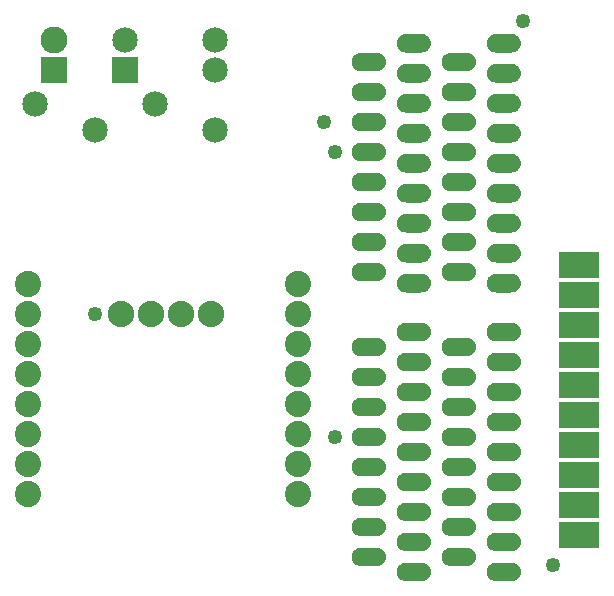
<source format=gbs>
G04 MADE WITH FRITZING*
G04 WWW.FRITZING.ORG*
G04 DOUBLE SIDED*
G04 HOLES PLATED*
G04 CONTOUR ON CENTER OF CONTOUR VECTOR*
%ASAXBY*%
%FSLAX23Y23*%
%MOIN*%
%OFA0B0*%
%SFA1.0B1.0*%
%ADD10C,0.085000*%
%ADD11C,0.087778*%
%ADD12C,0.049370*%
%ADD13C,0.090000*%
%ADD14C,0.062000*%
%ADD15C,0.088000*%
%ADD16R,0.085000X0.085000*%
%ADD17R,0.090000X0.090000*%
%ADD18R,0.137952X0.088740*%
%ADD19R,0.001000X0.001000*%
%LNMASK0*%
G90*
G70*
G54D10*
X381Y1773D03*
X681Y1773D03*
X381Y1873D03*
X681Y1873D03*
X381Y1773D03*
X681Y1773D03*
X381Y1873D03*
X681Y1873D03*
G54D11*
X56Y1061D03*
X56Y961D03*
X56Y861D03*
X56Y761D03*
X56Y661D03*
X56Y561D03*
X56Y461D03*
X56Y361D03*
X956Y361D03*
X956Y461D03*
X956Y561D03*
X956Y661D03*
X956Y761D03*
X956Y861D03*
X956Y961D03*
X956Y1061D03*
G54D12*
X1043Y1598D03*
X1081Y548D03*
X1081Y1498D03*
G54D13*
X143Y1773D03*
X143Y1873D03*
G54D12*
X281Y961D03*
X1806Y123D03*
X1706Y1936D03*
G54D10*
X81Y1661D03*
X481Y1661D03*
X81Y1661D03*
X481Y1661D03*
X281Y1573D03*
X681Y1573D03*
X281Y1573D03*
X681Y1573D03*
G54D14*
X1493Y148D03*
X1493Y248D03*
X1493Y348D03*
X1493Y448D03*
X1493Y548D03*
X1493Y648D03*
X1493Y748D03*
X1493Y848D03*
X1193Y848D03*
X1193Y748D03*
X1193Y648D03*
X1193Y548D03*
X1193Y448D03*
X1193Y348D03*
X1193Y248D03*
X1193Y148D03*
X1493Y1098D03*
X1493Y1198D03*
X1493Y1298D03*
X1493Y1398D03*
X1493Y1498D03*
X1493Y1598D03*
X1493Y1698D03*
X1493Y1798D03*
X1193Y1798D03*
X1193Y1698D03*
X1193Y1598D03*
X1193Y1498D03*
X1193Y1398D03*
X1193Y1298D03*
X1193Y1198D03*
X1193Y1098D03*
X1343Y1061D03*
X1343Y1161D03*
X1343Y1661D03*
X1343Y1761D03*
X1343Y1261D03*
X1343Y1361D03*
X1343Y1561D03*
X1343Y1461D03*
X1343Y1861D03*
X1643Y1861D03*
X1643Y1761D03*
X1643Y1661D03*
X1643Y1561D03*
X1643Y1461D03*
X1643Y1361D03*
X1643Y1261D03*
X1643Y1161D03*
X1643Y1061D03*
X1343Y1061D03*
X1343Y1161D03*
X1343Y1661D03*
X1343Y1761D03*
X1343Y1261D03*
X1343Y1361D03*
X1343Y1561D03*
X1343Y1461D03*
X1343Y1861D03*
X1643Y1861D03*
X1643Y1761D03*
X1643Y1661D03*
X1643Y1561D03*
X1643Y1461D03*
X1643Y1361D03*
X1643Y1261D03*
X1643Y1161D03*
X1643Y1061D03*
X1343Y1061D03*
X1343Y1161D03*
X1343Y1661D03*
X1343Y1761D03*
X1343Y1261D03*
X1343Y1361D03*
X1343Y1561D03*
X1343Y1461D03*
X1343Y1861D03*
X1643Y1861D03*
X1643Y1761D03*
X1643Y1661D03*
X1643Y1561D03*
X1643Y1461D03*
X1643Y1361D03*
X1643Y1261D03*
X1643Y1161D03*
X1643Y1061D03*
X1343Y98D03*
X1343Y198D03*
X1343Y698D03*
X1343Y798D03*
X1343Y298D03*
X1343Y398D03*
X1343Y598D03*
X1343Y498D03*
X1343Y898D03*
X1643Y898D03*
X1643Y798D03*
X1643Y698D03*
X1643Y598D03*
X1643Y498D03*
X1643Y398D03*
X1643Y298D03*
X1643Y198D03*
X1643Y98D03*
X1343Y98D03*
X1343Y198D03*
X1343Y698D03*
X1343Y798D03*
X1343Y298D03*
X1343Y398D03*
X1343Y598D03*
X1343Y498D03*
X1343Y898D03*
X1643Y898D03*
X1643Y798D03*
X1643Y698D03*
X1643Y598D03*
X1643Y498D03*
X1643Y398D03*
X1643Y298D03*
X1643Y198D03*
X1643Y98D03*
X1343Y98D03*
X1343Y198D03*
X1343Y698D03*
X1343Y798D03*
X1343Y298D03*
X1343Y398D03*
X1343Y598D03*
X1343Y498D03*
X1343Y898D03*
X1643Y898D03*
X1643Y798D03*
X1643Y698D03*
X1643Y598D03*
X1643Y498D03*
X1643Y398D03*
X1643Y298D03*
X1643Y198D03*
X1643Y98D03*
G54D15*
X368Y961D03*
X468Y961D03*
X568Y961D03*
X668Y961D03*
X368Y961D03*
X468Y961D03*
X568Y961D03*
X668Y961D03*
G54D16*
X381Y1773D03*
X381Y1773D03*
G54D17*
X143Y1773D03*
G54D18*
X1893Y1123D03*
X1893Y1023D03*
X1893Y823D03*
X1893Y923D03*
X1893Y623D03*
X1893Y723D03*
X1893Y523D03*
X1893Y423D03*
X1893Y323D03*
X1893Y223D03*
G54D19*
X1310Y1892D02*
X1375Y1892D01*
X1610Y1892D02*
X1675Y1892D01*
X1307Y1891D02*
X1378Y1891D01*
X1607Y1891D02*
X1678Y1891D01*
X1304Y1890D02*
X1381Y1890D01*
X1604Y1890D02*
X1680Y1890D01*
X1302Y1889D02*
X1383Y1889D01*
X1602Y1889D02*
X1683Y1889D01*
X1301Y1888D02*
X1384Y1888D01*
X1601Y1888D02*
X1684Y1888D01*
X1299Y1887D02*
X1386Y1887D01*
X1599Y1887D02*
X1686Y1887D01*
X1298Y1886D02*
X1387Y1886D01*
X1598Y1886D02*
X1687Y1886D01*
X1296Y1885D02*
X1388Y1885D01*
X1596Y1885D02*
X1688Y1885D01*
X1295Y1884D02*
X1390Y1884D01*
X1595Y1884D02*
X1689Y1884D01*
X1294Y1883D02*
X1391Y1883D01*
X1594Y1883D02*
X1690Y1883D01*
X1294Y1882D02*
X1391Y1882D01*
X1593Y1882D02*
X1691Y1882D01*
X1293Y1881D02*
X1392Y1881D01*
X1593Y1881D02*
X1692Y1881D01*
X1292Y1880D02*
X1393Y1880D01*
X1592Y1880D02*
X1693Y1880D01*
X1291Y1879D02*
X1394Y1879D01*
X1591Y1879D02*
X1694Y1879D01*
X1291Y1878D02*
X1394Y1878D01*
X1591Y1878D02*
X1694Y1878D01*
X1290Y1877D02*
X1395Y1877D01*
X1590Y1877D02*
X1695Y1877D01*
X1290Y1876D02*
X1395Y1876D01*
X1589Y1876D02*
X1695Y1876D01*
X1289Y1875D02*
X1396Y1875D01*
X1589Y1875D02*
X1696Y1875D01*
X1289Y1874D02*
X1396Y1874D01*
X1589Y1874D02*
X1696Y1874D01*
X1288Y1873D02*
X1397Y1873D01*
X1588Y1873D02*
X1697Y1873D01*
X1288Y1872D02*
X1338Y1872D01*
X1347Y1872D02*
X1397Y1872D01*
X1588Y1872D02*
X1638Y1872D01*
X1647Y1872D02*
X1697Y1872D01*
X1287Y1871D02*
X1336Y1871D01*
X1349Y1871D02*
X1397Y1871D01*
X1587Y1871D02*
X1636Y1871D01*
X1649Y1871D02*
X1697Y1871D01*
X1287Y1870D02*
X1335Y1870D01*
X1350Y1870D02*
X1398Y1870D01*
X1587Y1870D02*
X1635Y1870D01*
X1650Y1870D02*
X1698Y1870D01*
X1287Y1869D02*
X1334Y1869D01*
X1351Y1869D02*
X1398Y1869D01*
X1587Y1869D02*
X1634Y1869D01*
X1651Y1869D02*
X1698Y1869D01*
X1287Y1868D02*
X1333Y1868D01*
X1352Y1868D02*
X1398Y1868D01*
X1587Y1868D02*
X1633Y1868D01*
X1652Y1868D02*
X1698Y1868D01*
X1286Y1867D02*
X1332Y1867D01*
X1353Y1867D02*
X1398Y1867D01*
X1586Y1867D02*
X1632Y1867D01*
X1653Y1867D02*
X1698Y1867D01*
X1286Y1866D02*
X1332Y1866D01*
X1353Y1866D02*
X1399Y1866D01*
X1586Y1866D02*
X1632Y1866D01*
X1653Y1866D02*
X1699Y1866D01*
X1286Y1865D02*
X1331Y1865D01*
X1354Y1865D02*
X1399Y1865D01*
X1586Y1865D02*
X1631Y1865D01*
X1653Y1865D02*
X1699Y1865D01*
X1286Y1864D02*
X1331Y1864D01*
X1354Y1864D02*
X1399Y1864D01*
X1586Y1864D02*
X1631Y1864D01*
X1654Y1864D02*
X1699Y1864D01*
X1286Y1863D02*
X1331Y1863D01*
X1354Y1863D02*
X1399Y1863D01*
X1586Y1863D02*
X1631Y1863D01*
X1654Y1863D02*
X1699Y1863D01*
X1286Y1862D02*
X1331Y1862D01*
X1354Y1862D02*
X1399Y1862D01*
X1586Y1862D02*
X1631Y1862D01*
X1654Y1862D02*
X1699Y1862D01*
X1286Y1861D02*
X1331Y1861D01*
X1354Y1861D02*
X1399Y1861D01*
X1586Y1861D02*
X1631Y1861D01*
X1654Y1861D02*
X1699Y1861D01*
X1286Y1860D02*
X1331Y1860D01*
X1354Y1860D02*
X1399Y1860D01*
X1586Y1860D02*
X1631Y1860D01*
X1654Y1860D02*
X1699Y1860D01*
X1286Y1859D02*
X1331Y1859D01*
X1354Y1859D02*
X1399Y1859D01*
X1586Y1859D02*
X1631Y1859D01*
X1654Y1859D02*
X1699Y1859D01*
X1286Y1858D02*
X1332Y1858D01*
X1353Y1858D02*
X1399Y1858D01*
X1586Y1858D02*
X1632Y1858D01*
X1653Y1858D02*
X1699Y1858D01*
X1286Y1857D02*
X1332Y1857D01*
X1353Y1857D02*
X1399Y1857D01*
X1586Y1857D02*
X1632Y1857D01*
X1653Y1857D02*
X1698Y1857D01*
X1287Y1856D02*
X1333Y1856D01*
X1352Y1856D02*
X1398Y1856D01*
X1587Y1856D02*
X1633Y1856D01*
X1652Y1856D02*
X1698Y1856D01*
X1287Y1855D02*
X1333Y1855D01*
X1352Y1855D02*
X1398Y1855D01*
X1587Y1855D02*
X1633Y1855D01*
X1652Y1855D02*
X1698Y1855D01*
X1287Y1854D02*
X1334Y1854D01*
X1351Y1854D02*
X1398Y1854D01*
X1587Y1854D02*
X1634Y1854D01*
X1651Y1854D02*
X1698Y1854D01*
X1287Y1853D02*
X1335Y1853D01*
X1350Y1853D02*
X1398Y1853D01*
X1587Y1853D02*
X1635Y1853D01*
X1649Y1853D02*
X1698Y1853D01*
X1288Y1852D02*
X1337Y1852D01*
X1348Y1852D02*
X1397Y1852D01*
X1588Y1852D02*
X1637Y1852D01*
X1648Y1852D02*
X1697Y1852D01*
X1288Y1851D02*
X1340Y1851D01*
X1345Y1851D02*
X1397Y1851D01*
X1588Y1851D02*
X1640Y1851D01*
X1645Y1851D02*
X1697Y1851D01*
X1288Y1850D02*
X1397Y1850D01*
X1588Y1850D02*
X1696Y1850D01*
X1289Y1849D02*
X1396Y1849D01*
X1589Y1849D02*
X1696Y1849D01*
X1289Y1848D02*
X1396Y1848D01*
X1589Y1848D02*
X1696Y1848D01*
X1290Y1847D02*
X1395Y1847D01*
X1590Y1847D02*
X1695Y1847D01*
X1290Y1846D02*
X1395Y1846D01*
X1590Y1846D02*
X1694Y1846D01*
X1291Y1845D02*
X1394Y1845D01*
X1591Y1845D02*
X1694Y1845D01*
X1292Y1844D02*
X1393Y1844D01*
X1592Y1844D02*
X1693Y1844D01*
X1292Y1843D02*
X1393Y1843D01*
X1592Y1843D02*
X1692Y1843D01*
X1293Y1842D02*
X1392Y1842D01*
X1593Y1842D02*
X1692Y1842D01*
X1294Y1841D02*
X1391Y1841D01*
X1594Y1841D02*
X1691Y1841D01*
X1295Y1840D02*
X1390Y1840D01*
X1595Y1840D02*
X1690Y1840D01*
X1296Y1839D02*
X1389Y1839D01*
X1596Y1839D02*
X1689Y1839D01*
X1297Y1838D02*
X1388Y1838D01*
X1597Y1838D02*
X1688Y1838D01*
X1298Y1837D02*
X1386Y1837D01*
X1598Y1837D02*
X1686Y1837D01*
X1300Y1836D02*
X1385Y1836D01*
X1600Y1836D02*
X1685Y1836D01*
X1302Y1835D02*
X1383Y1835D01*
X1602Y1835D02*
X1683Y1835D01*
X1304Y1834D02*
X1381Y1834D01*
X1603Y1834D02*
X1681Y1834D01*
X1306Y1833D02*
X1379Y1833D01*
X1606Y1833D02*
X1679Y1833D01*
X1309Y1832D02*
X1376Y1832D01*
X1609Y1832D02*
X1676Y1832D01*
X1314Y1831D02*
X1371Y1831D01*
X1614Y1831D02*
X1671Y1831D01*
X1163Y1830D02*
X1222Y1830D01*
X1463Y1830D02*
X1522Y1830D01*
X1158Y1829D02*
X1227Y1829D01*
X1458Y1829D02*
X1526Y1829D01*
X1156Y1828D02*
X1229Y1828D01*
X1456Y1828D02*
X1529Y1828D01*
X1153Y1827D02*
X1232Y1827D01*
X1453Y1827D02*
X1532Y1827D01*
X1151Y1826D02*
X1234Y1826D01*
X1451Y1826D02*
X1533Y1826D01*
X1150Y1825D02*
X1235Y1825D01*
X1450Y1825D02*
X1535Y1825D01*
X1148Y1824D02*
X1237Y1824D01*
X1448Y1824D02*
X1537Y1824D01*
X1147Y1823D02*
X1238Y1823D01*
X1447Y1823D02*
X1538Y1823D01*
X1146Y1822D02*
X1239Y1822D01*
X1446Y1822D02*
X1539Y1822D01*
X1145Y1821D02*
X1240Y1821D01*
X1445Y1821D02*
X1540Y1821D01*
X1144Y1820D02*
X1241Y1820D01*
X1444Y1820D02*
X1541Y1820D01*
X1143Y1819D02*
X1242Y1819D01*
X1443Y1819D02*
X1542Y1819D01*
X1142Y1818D02*
X1243Y1818D01*
X1442Y1818D02*
X1543Y1818D01*
X1142Y1817D02*
X1243Y1817D01*
X1442Y1817D02*
X1543Y1817D01*
X1141Y1816D02*
X1244Y1816D01*
X1441Y1816D02*
X1544Y1816D01*
X1140Y1815D02*
X1245Y1815D01*
X1440Y1815D02*
X1545Y1815D01*
X1140Y1814D02*
X1245Y1814D01*
X1440Y1814D02*
X1545Y1814D01*
X1139Y1813D02*
X1246Y1813D01*
X1439Y1813D02*
X1546Y1813D01*
X1139Y1812D02*
X1246Y1812D01*
X1439Y1812D02*
X1546Y1812D01*
X1138Y1811D02*
X1247Y1811D01*
X1438Y1811D02*
X1547Y1811D01*
X1138Y1810D02*
X1189Y1810D01*
X1196Y1810D02*
X1247Y1810D01*
X1438Y1810D02*
X1489Y1810D01*
X1496Y1810D02*
X1547Y1810D01*
X1138Y1809D02*
X1187Y1809D01*
X1198Y1809D02*
X1247Y1809D01*
X1438Y1809D02*
X1487Y1809D01*
X1498Y1809D02*
X1547Y1809D01*
X1137Y1808D02*
X1185Y1808D01*
X1200Y1808D02*
X1248Y1808D01*
X1437Y1808D02*
X1485Y1808D01*
X1500Y1808D02*
X1548Y1808D01*
X1137Y1807D02*
X1184Y1807D01*
X1201Y1807D02*
X1248Y1807D01*
X1437Y1807D02*
X1484Y1807D01*
X1501Y1807D02*
X1548Y1807D01*
X1137Y1806D02*
X1183Y1806D01*
X1202Y1806D02*
X1248Y1806D01*
X1437Y1806D02*
X1483Y1806D01*
X1502Y1806D02*
X1548Y1806D01*
X1137Y1805D02*
X1183Y1805D01*
X1202Y1805D02*
X1248Y1805D01*
X1437Y1805D02*
X1482Y1805D01*
X1502Y1805D02*
X1548Y1805D01*
X1136Y1804D02*
X1182Y1804D01*
X1203Y1804D02*
X1249Y1804D01*
X1436Y1804D02*
X1482Y1804D01*
X1503Y1804D02*
X1548Y1804D01*
X1136Y1803D02*
X1182Y1803D01*
X1203Y1803D02*
X1249Y1803D01*
X1436Y1803D02*
X1482Y1803D01*
X1503Y1803D02*
X1549Y1803D01*
X1136Y1802D02*
X1181Y1802D01*
X1204Y1802D02*
X1249Y1802D01*
X1436Y1802D02*
X1481Y1802D01*
X1504Y1802D02*
X1549Y1802D01*
X1136Y1801D02*
X1181Y1801D01*
X1204Y1801D02*
X1249Y1801D01*
X1436Y1801D02*
X1481Y1801D01*
X1504Y1801D02*
X1549Y1801D01*
X1136Y1800D02*
X1181Y1800D01*
X1204Y1800D02*
X1249Y1800D01*
X1436Y1800D02*
X1481Y1800D01*
X1504Y1800D02*
X1549Y1800D01*
X1136Y1799D02*
X1181Y1799D01*
X1204Y1799D02*
X1249Y1799D01*
X1436Y1799D02*
X1481Y1799D01*
X1504Y1799D02*
X1549Y1799D01*
X1136Y1798D02*
X1181Y1798D01*
X1204Y1798D02*
X1249Y1798D01*
X1436Y1798D02*
X1481Y1798D01*
X1504Y1798D02*
X1549Y1798D01*
X1136Y1797D02*
X1181Y1797D01*
X1204Y1797D02*
X1249Y1797D01*
X1436Y1797D02*
X1481Y1797D01*
X1504Y1797D02*
X1549Y1797D01*
X1136Y1796D02*
X1181Y1796D01*
X1204Y1796D02*
X1249Y1796D01*
X1436Y1796D02*
X1481Y1796D01*
X1503Y1796D02*
X1549Y1796D01*
X1136Y1795D02*
X1182Y1795D01*
X1203Y1795D02*
X1249Y1795D01*
X1436Y1795D02*
X1482Y1795D01*
X1503Y1795D02*
X1549Y1795D01*
X1137Y1794D02*
X1182Y1794D01*
X1203Y1794D02*
X1248Y1794D01*
X1436Y1794D02*
X1482Y1794D01*
X1503Y1794D02*
X1548Y1794D01*
X1137Y1793D02*
X1183Y1793D01*
X1202Y1793D02*
X1248Y1793D01*
X1437Y1793D02*
X1483Y1793D01*
X1502Y1793D02*
X1548Y1793D01*
X1137Y1792D02*
X1184Y1792D01*
X1201Y1792D02*
X1248Y1792D01*
X1310Y1792D02*
X1375Y1792D01*
X1437Y1792D02*
X1484Y1792D01*
X1501Y1792D02*
X1548Y1792D01*
X1610Y1792D02*
X1675Y1792D01*
X1137Y1791D02*
X1185Y1791D01*
X1200Y1791D02*
X1248Y1791D01*
X1307Y1791D02*
X1378Y1791D01*
X1437Y1791D02*
X1485Y1791D01*
X1500Y1791D02*
X1548Y1791D01*
X1607Y1791D02*
X1678Y1791D01*
X1138Y1790D02*
X1186Y1790D01*
X1199Y1790D02*
X1247Y1790D01*
X1304Y1790D02*
X1381Y1790D01*
X1437Y1790D02*
X1486Y1790D01*
X1499Y1790D02*
X1547Y1790D01*
X1604Y1790D02*
X1681Y1790D01*
X1138Y1789D02*
X1188Y1789D01*
X1197Y1789D02*
X1247Y1789D01*
X1302Y1789D02*
X1383Y1789D01*
X1438Y1789D02*
X1488Y1789D01*
X1497Y1789D02*
X1547Y1789D01*
X1602Y1789D02*
X1683Y1789D01*
X1138Y1788D02*
X1247Y1788D01*
X1301Y1788D02*
X1384Y1788D01*
X1438Y1788D02*
X1547Y1788D01*
X1600Y1788D02*
X1684Y1788D01*
X1139Y1787D02*
X1246Y1787D01*
X1299Y1787D02*
X1386Y1787D01*
X1439Y1787D02*
X1546Y1787D01*
X1599Y1787D02*
X1686Y1787D01*
X1139Y1786D02*
X1246Y1786D01*
X1298Y1786D02*
X1387Y1786D01*
X1439Y1786D02*
X1546Y1786D01*
X1598Y1786D02*
X1687Y1786D01*
X1140Y1785D02*
X1245Y1785D01*
X1296Y1785D02*
X1388Y1785D01*
X1440Y1785D02*
X1545Y1785D01*
X1596Y1785D02*
X1688Y1785D01*
X1140Y1784D02*
X1245Y1784D01*
X1295Y1784D02*
X1390Y1784D01*
X1440Y1784D02*
X1545Y1784D01*
X1595Y1784D02*
X1689Y1784D01*
X1141Y1783D02*
X1244Y1783D01*
X1294Y1783D02*
X1391Y1783D01*
X1441Y1783D02*
X1544Y1783D01*
X1594Y1783D02*
X1690Y1783D01*
X1141Y1782D02*
X1244Y1782D01*
X1294Y1782D02*
X1391Y1782D01*
X1441Y1782D02*
X1544Y1782D01*
X1593Y1782D02*
X1691Y1782D01*
X1142Y1781D02*
X1243Y1781D01*
X1293Y1781D02*
X1392Y1781D01*
X1442Y1781D02*
X1543Y1781D01*
X1593Y1781D02*
X1692Y1781D01*
X1143Y1780D02*
X1242Y1780D01*
X1292Y1780D02*
X1393Y1780D01*
X1443Y1780D02*
X1542Y1780D01*
X1592Y1780D02*
X1693Y1780D01*
X1144Y1779D02*
X1241Y1779D01*
X1291Y1779D02*
X1394Y1779D01*
X1444Y1779D02*
X1541Y1779D01*
X1591Y1779D02*
X1694Y1779D01*
X1145Y1778D02*
X1240Y1778D01*
X1291Y1778D02*
X1394Y1778D01*
X1444Y1778D02*
X1540Y1778D01*
X1591Y1778D02*
X1694Y1778D01*
X1146Y1777D02*
X1239Y1777D01*
X1290Y1777D02*
X1395Y1777D01*
X1445Y1777D02*
X1539Y1777D01*
X1590Y1777D02*
X1695Y1777D01*
X1147Y1776D02*
X1238Y1776D01*
X1290Y1776D02*
X1395Y1776D01*
X1447Y1776D02*
X1538Y1776D01*
X1589Y1776D02*
X1695Y1776D01*
X1148Y1775D02*
X1237Y1775D01*
X1289Y1775D02*
X1396Y1775D01*
X1448Y1775D02*
X1537Y1775D01*
X1589Y1775D02*
X1696Y1775D01*
X1149Y1774D02*
X1236Y1774D01*
X1289Y1774D02*
X1396Y1774D01*
X1449Y1774D02*
X1536Y1774D01*
X1589Y1774D02*
X1696Y1774D01*
X1151Y1773D02*
X1234Y1773D01*
X1288Y1773D02*
X1397Y1773D01*
X1451Y1773D02*
X1534Y1773D01*
X1588Y1773D02*
X1697Y1773D01*
X1153Y1772D02*
X1232Y1772D01*
X1288Y1772D02*
X1338Y1772D01*
X1347Y1772D02*
X1397Y1772D01*
X1452Y1772D02*
X1532Y1772D01*
X1588Y1772D02*
X1638Y1772D01*
X1647Y1772D02*
X1697Y1772D01*
X1155Y1771D02*
X1230Y1771D01*
X1287Y1771D02*
X1336Y1771D01*
X1349Y1771D02*
X1397Y1771D01*
X1455Y1771D02*
X1530Y1771D01*
X1587Y1771D02*
X1636Y1771D01*
X1649Y1771D02*
X1697Y1771D01*
X1157Y1770D02*
X1228Y1770D01*
X1287Y1770D02*
X1335Y1770D01*
X1350Y1770D02*
X1398Y1770D01*
X1457Y1770D02*
X1528Y1770D01*
X1587Y1770D02*
X1635Y1770D01*
X1650Y1770D02*
X1698Y1770D01*
X1161Y1769D02*
X1224Y1769D01*
X1287Y1769D02*
X1334Y1769D01*
X1351Y1769D02*
X1398Y1769D01*
X1461Y1769D02*
X1524Y1769D01*
X1587Y1769D02*
X1634Y1769D01*
X1651Y1769D02*
X1698Y1769D01*
X1287Y1768D02*
X1333Y1768D01*
X1352Y1768D02*
X1398Y1768D01*
X1587Y1768D02*
X1633Y1768D01*
X1652Y1768D02*
X1698Y1768D01*
X1286Y1767D02*
X1332Y1767D01*
X1353Y1767D02*
X1398Y1767D01*
X1586Y1767D02*
X1632Y1767D01*
X1653Y1767D02*
X1698Y1767D01*
X1286Y1766D02*
X1332Y1766D01*
X1353Y1766D02*
X1399Y1766D01*
X1586Y1766D02*
X1632Y1766D01*
X1653Y1766D02*
X1699Y1766D01*
X1286Y1765D02*
X1331Y1765D01*
X1354Y1765D02*
X1399Y1765D01*
X1586Y1765D02*
X1631Y1765D01*
X1653Y1765D02*
X1699Y1765D01*
X1286Y1764D02*
X1331Y1764D01*
X1354Y1764D02*
X1399Y1764D01*
X1586Y1764D02*
X1631Y1764D01*
X1654Y1764D02*
X1699Y1764D01*
X1286Y1763D02*
X1331Y1763D01*
X1354Y1763D02*
X1399Y1763D01*
X1586Y1763D02*
X1631Y1763D01*
X1654Y1763D02*
X1699Y1763D01*
X1286Y1762D02*
X1331Y1762D01*
X1354Y1762D02*
X1399Y1762D01*
X1586Y1762D02*
X1631Y1762D01*
X1654Y1762D02*
X1699Y1762D01*
X1286Y1761D02*
X1331Y1761D01*
X1354Y1761D02*
X1399Y1761D01*
X1586Y1761D02*
X1631Y1761D01*
X1654Y1761D02*
X1699Y1761D01*
X1286Y1760D02*
X1331Y1760D01*
X1354Y1760D02*
X1399Y1760D01*
X1586Y1760D02*
X1631Y1760D01*
X1654Y1760D02*
X1699Y1760D01*
X1286Y1759D02*
X1331Y1759D01*
X1354Y1759D02*
X1399Y1759D01*
X1586Y1759D02*
X1631Y1759D01*
X1654Y1759D02*
X1699Y1759D01*
X1286Y1758D02*
X1332Y1758D01*
X1353Y1758D02*
X1399Y1758D01*
X1586Y1758D02*
X1632Y1758D01*
X1653Y1758D02*
X1699Y1758D01*
X1286Y1757D02*
X1332Y1757D01*
X1353Y1757D02*
X1398Y1757D01*
X1586Y1757D02*
X1632Y1757D01*
X1653Y1757D02*
X1698Y1757D01*
X1287Y1756D02*
X1333Y1756D01*
X1352Y1756D02*
X1398Y1756D01*
X1587Y1756D02*
X1633Y1756D01*
X1652Y1756D02*
X1698Y1756D01*
X1287Y1755D02*
X1333Y1755D01*
X1352Y1755D02*
X1398Y1755D01*
X1587Y1755D02*
X1633Y1755D01*
X1651Y1755D02*
X1698Y1755D01*
X1287Y1754D02*
X1334Y1754D01*
X1351Y1754D02*
X1398Y1754D01*
X1587Y1754D02*
X1634Y1754D01*
X1651Y1754D02*
X1698Y1754D01*
X1287Y1753D02*
X1335Y1753D01*
X1350Y1753D02*
X1398Y1753D01*
X1587Y1753D02*
X1635Y1753D01*
X1649Y1753D02*
X1698Y1753D01*
X1288Y1752D02*
X1337Y1752D01*
X1348Y1752D02*
X1397Y1752D01*
X1588Y1752D02*
X1637Y1752D01*
X1648Y1752D02*
X1697Y1752D01*
X1288Y1751D02*
X1340Y1751D01*
X1345Y1751D02*
X1397Y1751D01*
X1588Y1751D02*
X1640Y1751D01*
X1645Y1751D02*
X1697Y1751D01*
X1288Y1750D02*
X1396Y1750D01*
X1588Y1750D02*
X1696Y1750D01*
X1289Y1749D02*
X1396Y1749D01*
X1589Y1749D02*
X1696Y1749D01*
X1289Y1748D02*
X1396Y1748D01*
X1589Y1748D02*
X1695Y1748D01*
X1290Y1747D02*
X1395Y1747D01*
X1590Y1747D02*
X1695Y1747D01*
X1290Y1746D02*
X1394Y1746D01*
X1590Y1746D02*
X1694Y1746D01*
X1291Y1745D02*
X1394Y1745D01*
X1591Y1745D02*
X1694Y1745D01*
X1292Y1744D02*
X1393Y1744D01*
X1592Y1744D02*
X1693Y1744D01*
X1292Y1743D02*
X1392Y1743D01*
X1592Y1743D02*
X1692Y1743D01*
X1293Y1742D02*
X1392Y1742D01*
X1593Y1742D02*
X1692Y1742D01*
X1294Y1741D02*
X1391Y1741D01*
X1594Y1741D02*
X1691Y1741D01*
X1295Y1740D02*
X1390Y1740D01*
X1595Y1740D02*
X1690Y1740D01*
X1296Y1739D02*
X1389Y1739D01*
X1596Y1739D02*
X1689Y1739D01*
X1297Y1738D02*
X1388Y1738D01*
X1597Y1738D02*
X1688Y1738D01*
X1299Y1737D02*
X1386Y1737D01*
X1598Y1737D02*
X1686Y1737D01*
X1300Y1736D02*
X1385Y1736D01*
X1600Y1736D02*
X1685Y1736D01*
X1302Y1735D02*
X1383Y1735D01*
X1602Y1735D02*
X1683Y1735D01*
X1304Y1734D02*
X1381Y1734D01*
X1604Y1734D02*
X1681Y1734D01*
X1306Y1733D02*
X1379Y1733D01*
X1606Y1733D02*
X1679Y1733D01*
X1309Y1732D02*
X1376Y1732D01*
X1609Y1732D02*
X1676Y1732D01*
X1314Y1731D02*
X1371Y1731D01*
X1614Y1731D02*
X1671Y1731D01*
X1163Y1730D02*
X1222Y1730D01*
X1463Y1730D02*
X1522Y1730D01*
X1158Y1729D02*
X1227Y1729D01*
X1458Y1729D02*
X1527Y1729D01*
X1156Y1728D02*
X1230Y1728D01*
X1455Y1728D02*
X1529Y1728D01*
X1153Y1727D02*
X1232Y1727D01*
X1453Y1727D02*
X1532Y1727D01*
X1151Y1726D02*
X1234Y1726D01*
X1451Y1726D02*
X1534Y1726D01*
X1150Y1725D02*
X1235Y1725D01*
X1450Y1725D02*
X1535Y1725D01*
X1148Y1724D02*
X1237Y1724D01*
X1448Y1724D02*
X1537Y1724D01*
X1147Y1723D02*
X1238Y1723D01*
X1447Y1723D02*
X1538Y1723D01*
X1146Y1722D02*
X1239Y1722D01*
X1446Y1722D02*
X1539Y1722D01*
X1145Y1721D02*
X1240Y1721D01*
X1445Y1721D02*
X1540Y1721D01*
X1144Y1720D02*
X1241Y1720D01*
X1444Y1720D02*
X1541Y1720D01*
X1143Y1719D02*
X1242Y1719D01*
X1443Y1719D02*
X1542Y1719D01*
X1142Y1718D02*
X1243Y1718D01*
X1442Y1718D02*
X1543Y1718D01*
X1142Y1717D02*
X1243Y1717D01*
X1442Y1717D02*
X1543Y1717D01*
X1141Y1716D02*
X1244Y1716D01*
X1441Y1716D02*
X1544Y1716D01*
X1140Y1715D02*
X1245Y1715D01*
X1440Y1715D02*
X1545Y1715D01*
X1140Y1714D02*
X1245Y1714D01*
X1440Y1714D02*
X1545Y1714D01*
X1139Y1713D02*
X1246Y1713D01*
X1439Y1713D02*
X1546Y1713D01*
X1139Y1712D02*
X1246Y1712D01*
X1439Y1712D02*
X1546Y1712D01*
X1138Y1711D02*
X1247Y1711D01*
X1438Y1711D02*
X1547Y1711D01*
X1138Y1710D02*
X1189Y1710D01*
X1196Y1710D02*
X1247Y1710D01*
X1438Y1710D02*
X1489Y1710D01*
X1496Y1710D02*
X1547Y1710D01*
X1138Y1709D02*
X1187Y1709D01*
X1198Y1709D02*
X1247Y1709D01*
X1438Y1709D02*
X1487Y1709D01*
X1498Y1709D02*
X1547Y1709D01*
X1137Y1708D02*
X1185Y1708D01*
X1200Y1708D02*
X1248Y1708D01*
X1437Y1708D02*
X1485Y1708D01*
X1500Y1708D02*
X1548Y1708D01*
X1137Y1707D02*
X1184Y1707D01*
X1201Y1707D02*
X1248Y1707D01*
X1437Y1707D02*
X1484Y1707D01*
X1501Y1707D02*
X1548Y1707D01*
X1137Y1706D02*
X1183Y1706D01*
X1202Y1706D02*
X1248Y1706D01*
X1437Y1706D02*
X1483Y1706D01*
X1502Y1706D02*
X1548Y1706D01*
X1137Y1705D02*
X1183Y1705D01*
X1202Y1705D02*
X1248Y1705D01*
X1437Y1705D02*
X1482Y1705D01*
X1502Y1705D02*
X1548Y1705D01*
X1136Y1704D02*
X1182Y1704D01*
X1203Y1704D02*
X1249Y1704D01*
X1436Y1704D02*
X1482Y1704D01*
X1503Y1704D02*
X1548Y1704D01*
X1136Y1703D02*
X1182Y1703D01*
X1203Y1703D02*
X1249Y1703D01*
X1436Y1703D02*
X1482Y1703D01*
X1503Y1703D02*
X1549Y1703D01*
X1136Y1702D02*
X1181Y1702D01*
X1204Y1702D02*
X1249Y1702D01*
X1436Y1702D02*
X1481Y1702D01*
X1504Y1702D02*
X1549Y1702D01*
X1136Y1701D02*
X1181Y1701D01*
X1204Y1701D02*
X1249Y1701D01*
X1436Y1701D02*
X1481Y1701D01*
X1504Y1701D02*
X1549Y1701D01*
X1136Y1700D02*
X1181Y1700D01*
X1204Y1700D02*
X1249Y1700D01*
X1436Y1700D02*
X1481Y1700D01*
X1504Y1700D02*
X1549Y1700D01*
X1136Y1699D02*
X1181Y1699D01*
X1204Y1699D02*
X1249Y1699D01*
X1436Y1699D02*
X1481Y1699D01*
X1504Y1699D02*
X1549Y1699D01*
X1136Y1698D02*
X1181Y1698D01*
X1204Y1698D02*
X1249Y1698D01*
X1436Y1698D02*
X1481Y1698D01*
X1504Y1698D02*
X1549Y1698D01*
X1136Y1697D02*
X1181Y1697D01*
X1204Y1697D02*
X1249Y1697D01*
X1436Y1697D02*
X1481Y1697D01*
X1504Y1697D02*
X1549Y1697D01*
X1136Y1696D02*
X1182Y1696D01*
X1204Y1696D02*
X1249Y1696D01*
X1436Y1696D02*
X1481Y1696D01*
X1503Y1696D02*
X1549Y1696D01*
X1136Y1695D02*
X1182Y1695D01*
X1203Y1695D02*
X1249Y1695D01*
X1436Y1695D02*
X1482Y1695D01*
X1503Y1695D02*
X1549Y1695D01*
X1137Y1694D02*
X1182Y1694D01*
X1203Y1694D02*
X1248Y1694D01*
X1436Y1694D02*
X1482Y1694D01*
X1503Y1694D02*
X1548Y1694D01*
X1137Y1693D02*
X1183Y1693D01*
X1202Y1693D02*
X1248Y1693D01*
X1437Y1693D02*
X1483Y1693D01*
X1502Y1693D02*
X1548Y1693D01*
X1137Y1692D02*
X1184Y1692D01*
X1201Y1692D02*
X1248Y1692D01*
X1310Y1692D02*
X1375Y1692D01*
X1437Y1692D02*
X1484Y1692D01*
X1501Y1692D02*
X1548Y1692D01*
X1610Y1692D02*
X1675Y1692D01*
X1137Y1691D02*
X1185Y1691D01*
X1200Y1691D02*
X1248Y1691D01*
X1307Y1691D02*
X1378Y1691D01*
X1437Y1691D02*
X1485Y1691D01*
X1500Y1691D02*
X1548Y1691D01*
X1607Y1691D02*
X1678Y1691D01*
X1138Y1690D02*
X1186Y1690D01*
X1199Y1690D02*
X1247Y1690D01*
X1304Y1690D02*
X1381Y1690D01*
X1437Y1690D02*
X1486Y1690D01*
X1499Y1690D02*
X1547Y1690D01*
X1604Y1690D02*
X1681Y1690D01*
X1138Y1689D02*
X1188Y1689D01*
X1197Y1689D02*
X1247Y1689D01*
X1302Y1689D02*
X1383Y1689D01*
X1438Y1689D02*
X1488Y1689D01*
X1497Y1689D02*
X1547Y1689D01*
X1602Y1689D02*
X1683Y1689D01*
X1138Y1688D02*
X1247Y1688D01*
X1301Y1688D02*
X1384Y1688D01*
X1438Y1688D02*
X1547Y1688D01*
X1600Y1688D02*
X1684Y1688D01*
X1139Y1687D02*
X1246Y1687D01*
X1299Y1687D02*
X1386Y1687D01*
X1439Y1687D02*
X1546Y1687D01*
X1599Y1687D02*
X1686Y1687D01*
X1139Y1686D02*
X1246Y1686D01*
X1298Y1686D02*
X1387Y1686D01*
X1439Y1686D02*
X1546Y1686D01*
X1598Y1686D02*
X1687Y1686D01*
X1140Y1685D02*
X1245Y1685D01*
X1296Y1685D02*
X1388Y1685D01*
X1440Y1685D02*
X1545Y1685D01*
X1596Y1685D02*
X1688Y1685D01*
X1140Y1684D02*
X1245Y1684D01*
X1295Y1684D02*
X1390Y1684D01*
X1440Y1684D02*
X1545Y1684D01*
X1595Y1684D02*
X1690Y1684D01*
X1141Y1683D02*
X1244Y1683D01*
X1294Y1683D02*
X1391Y1683D01*
X1441Y1683D02*
X1544Y1683D01*
X1594Y1683D02*
X1690Y1683D01*
X1141Y1682D02*
X1244Y1682D01*
X1293Y1682D02*
X1391Y1682D01*
X1441Y1682D02*
X1544Y1682D01*
X1593Y1682D02*
X1691Y1682D01*
X1142Y1681D02*
X1243Y1681D01*
X1293Y1681D02*
X1392Y1681D01*
X1442Y1681D02*
X1543Y1681D01*
X1593Y1681D02*
X1692Y1681D01*
X1143Y1680D02*
X1242Y1680D01*
X1292Y1680D02*
X1393Y1680D01*
X1443Y1680D02*
X1542Y1680D01*
X1592Y1680D02*
X1693Y1680D01*
X1144Y1679D02*
X1241Y1679D01*
X1291Y1679D02*
X1394Y1679D01*
X1444Y1679D02*
X1541Y1679D01*
X1591Y1679D02*
X1694Y1679D01*
X1145Y1678D02*
X1240Y1678D01*
X1291Y1678D02*
X1394Y1678D01*
X1444Y1678D02*
X1540Y1678D01*
X1591Y1678D02*
X1694Y1678D01*
X1146Y1677D02*
X1239Y1677D01*
X1290Y1677D02*
X1395Y1677D01*
X1445Y1677D02*
X1539Y1677D01*
X1590Y1677D02*
X1695Y1677D01*
X1147Y1676D02*
X1238Y1676D01*
X1290Y1676D02*
X1395Y1676D01*
X1447Y1676D02*
X1538Y1676D01*
X1589Y1676D02*
X1695Y1676D01*
X1148Y1675D02*
X1237Y1675D01*
X1289Y1675D02*
X1396Y1675D01*
X1448Y1675D02*
X1537Y1675D01*
X1589Y1675D02*
X1696Y1675D01*
X1149Y1674D02*
X1236Y1674D01*
X1289Y1674D02*
X1396Y1674D01*
X1449Y1674D02*
X1536Y1674D01*
X1588Y1674D02*
X1696Y1674D01*
X1151Y1673D02*
X1234Y1673D01*
X1288Y1673D02*
X1397Y1673D01*
X1451Y1673D02*
X1534Y1673D01*
X1588Y1673D02*
X1697Y1673D01*
X1153Y1672D02*
X1232Y1672D01*
X1288Y1672D02*
X1338Y1672D01*
X1347Y1672D02*
X1397Y1672D01*
X1453Y1672D02*
X1532Y1672D01*
X1588Y1672D02*
X1637Y1672D01*
X1647Y1672D02*
X1697Y1672D01*
X1155Y1671D02*
X1230Y1671D01*
X1287Y1671D02*
X1336Y1671D01*
X1349Y1671D02*
X1397Y1671D01*
X1455Y1671D02*
X1530Y1671D01*
X1587Y1671D02*
X1636Y1671D01*
X1649Y1671D02*
X1697Y1671D01*
X1157Y1670D02*
X1228Y1670D01*
X1287Y1670D02*
X1335Y1670D01*
X1350Y1670D02*
X1398Y1670D01*
X1457Y1670D02*
X1528Y1670D01*
X1587Y1670D02*
X1635Y1670D01*
X1650Y1670D02*
X1698Y1670D01*
X1161Y1669D02*
X1224Y1669D01*
X1287Y1669D02*
X1334Y1669D01*
X1351Y1669D02*
X1398Y1669D01*
X1461Y1669D02*
X1524Y1669D01*
X1587Y1669D02*
X1634Y1669D01*
X1651Y1669D02*
X1698Y1669D01*
X1287Y1668D02*
X1333Y1668D01*
X1352Y1668D02*
X1398Y1668D01*
X1587Y1668D02*
X1633Y1668D01*
X1652Y1668D02*
X1698Y1668D01*
X1286Y1667D02*
X1332Y1667D01*
X1353Y1667D02*
X1398Y1667D01*
X1586Y1667D02*
X1632Y1667D01*
X1653Y1667D02*
X1698Y1667D01*
X1286Y1666D02*
X1332Y1666D01*
X1353Y1666D02*
X1399Y1666D01*
X1586Y1666D02*
X1632Y1666D01*
X1653Y1666D02*
X1699Y1666D01*
X1286Y1665D02*
X1331Y1665D01*
X1354Y1665D02*
X1399Y1665D01*
X1586Y1665D02*
X1631Y1665D01*
X1653Y1665D02*
X1699Y1665D01*
X1286Y1664D02*
X1331Y1664D01*
X1354Y1664D02*
X1399Y1664D01*
X1586Y1664D02*
X1631Y1664D01*
X1654Y1664D02*
X1699Y1664D01*
X1286Y1663D02*
X1331Y1663D01*
X1354Y1663D02*
X1399Y1663D01*
X1586Y1663D02*
X1631Y1663D01*
X1654Y1663D02*
X1699Y1663D01*
X1286Y1662D02*
X1331Y1662D01*
X1354Y1662D02*
X1399Y1662D01*
X1586Y1662D02*
X1631Y1662D01*
X1654Y1662D02*
X1699Y1662D01*
X1286Y1661D02*
X1331Y1661D01*
X1354Y1661D02*
X1399Y1661D01*
X1586Y1661D02*
X1631Y1661D01*
X1654Y1661D02*
X1699Y1661D01*
X1286Y1660D02*
X1331Y1660D01*
X1354Y1660D02*
X1399Y1660D01*
X1586Y1660D02*
X1631Y1660D01*
X1654Y1660D02*
X1699Y1660D01*
X1286Y1659D02*
X1331Y1659D01*
X1354Y1659D02*
X1399Y1659D01*
X1586Y1659D02*
X1631Y1659D01*
X1654Y1659D02*
X1699Y1659D01*
X1286Y1658D02*
X1332Y1658D01*
X1353Y1658D02*
X1399Y1658D01*
X1586Y1658D02*
X1632Y1658D01*
X1653Y1658D02*
X1699Y1658D01*
X1286Y1657D02*
X1332Y1657D01*
X1353Y1657D02*
X1398Y1657D01*
X1586Y1657D02*
X1632Y1657D01*
X1653Y1657D02*
X1698Y1657D01*
X1287Y1656D02*
X1333Y1656D01*
X1352Y1656D02*
X1398Y1656D01*
X1587Y1656D02*
X1633Y1656D01*
X1652Y1656D02*
X1698Y1656D01*
X1287Y1655D02*
X1333Y1655D01*
X1352Y1655D02*
X1398Y1655D01*
X1587Y1655D02*
X1633Y1655D01*
X1651Y1655D02*
X1698Y1655D01*
X1287Y1654D02*
X1334Y1654D01*
X1351Y1654D02*
X1398Y1654D01*
X1587Y1654D02*
X1634Y1654D01*
X1651Y1654D02*
X1698Y1654D01*
X1287Y1653D02*
X1335Y1653D01*
X1350Y1653D02*
X1398Y1653D01*
X1587Y1653D02*
X1635Y1653D01*
X1649Y1653D02*
X1697Y1653D01*
X1288Y1652D02*
X1337Y1652D01*
X1348Y1652D02*
X1397Y1652D01*
X1588Y1652D02*
X1637Y1652D01*
X1648Y1652D02*
X1697Y1652D01*
X1288Y1651D02*
X1340Y1651D01*
X1345Y1651D02*
X1397Y1651D01*
X1588Y1651D02*
X1640Y1651D01*
X1645Y1651D02*
X1697Y1651D01*
X1288Y1650D02*
X1396Y1650D01*
X1588Y1650D02*
X1696Y1650D01*
X1289Y1649D02*
X1396Y1649D01*
X1589Y1649D02*
X1696Y1649D01*
X1289Y1648D02*
X1396Y1648D01*
X1589Y1648D02*
X1695Y1648D01*
X1290Y1647D02*
X1395Y1647D01*
X1590Y1647D02*
X1695Y1647D01*
X1290Y1646D02*
X1394Y1646D01*
X1590Y1646D02*
X1694Y1646D01*
X1291Y1645D02*
X1394Y1645D01*
X1591Y1645D02*
X1694Y1645D01*
X1292Y1644D02*
X1393Y1644D01*
X1592Y1644D02*
X1693Y1644D01*
X1292Y1643D02*
X1392Y1643D01*
X1592Y1643D02*
X1692Y1643D01*
X1293Y1642D02*
X1392Y1642D01*
X1593Y1642D02*
X1692Y1642D01*
X1294Y1641D02*
X1391Y1641D01*
X1594Y1641D02*
X1691Y1641D01*
X1295Y1640D02*
X1390Y1640D01*
X1595Y1640D02*
X1690Y1640D01*
X1296Y1639D02*
X1389Y1639D01*
X1596Y1639D02*
X1689Y1639D01*
X1297Y1638D02*
X1388Y1638D01*
X1597Y1638D02*
X1688Y1638D01*
X1299Y1637D02*
X1386Y1637D01*
X1598Y1637D02*
X1686Y1637D01*
X1300Y1636D02*
X1385Y1636D01*
X1600Y1636D02*
X1685Y1636D01*
X1302Y1635D02*
X1383Y1635D01*
X1602Y1635D02*
X1683Y1635D01*
X1304Y1634D02*
X1381Y1634D01*
X1604Y1634D02*
X1681Y1634D01*
X1306Y1633D02*
X1379Y1633D01*
X1606Y1633D02*
X1679Y1633D01*
X1309Y1632D02*
X1376Y1632D01*
X1609Y1632D02*
X1676Y1632D01*
X1314Y1631D02*
X1371Y1631D01*
X1614Y1631D02*
X1671Y1631D01*
X1163Y1630D02*
X1222Y1630D01*
X1463Y1630D02*
X1522Y1630D01*
X1158Y1629D02*
X1227Y1629D01*
X1458Y1629D02*
X1527Y1629D01*
X1155Y1628D02*
X1230Y1628D01*
X1455Y1628D02*
X1529Y1628D01*
X1153Y1627D02*
X1232Y1627D01*
X1453Y1627D02*
X1532Y1627D01*
X1151Y1626D02*
X1234Y1626D01*
X1451Y1626D02*
X1534Y1626D01*
X1150Y1625D02*
X1235Y1625D01*
X1450Y1625D02*
X1535Y1625D01*
X1148Y1624D02*
X1237Y1624D01*
X1448Y1624D02*
X1537Y1624D01*
X1147Y1623D02*
X1238Y1623D01*
X1447Y1623D02*
X1538Y1623D01*
X1146Y1622D02*
X1239Y1622D01*
X1446Y1622D02*
X1539Y1622D01*
X1145Y1621D02*
X1240Y1621D01*
X1445Y1621D02*
X1540Y1621D01*
X1144Y1620D02*
X1241Y1620D01*
X1444Y1620D02*
X1541Y1620D01*
X1143Y1619D02*
X1242Y1619D01*
X1443Y1619D02*
X1542Y1619D01*
X1142Y1618D02*
X1243Y1618D01*
X1442Y1618D02*
X1543Y1618D01*
X1142Y1617D02*
X1243Y1617D01*
X1442Y1617D02*
X1543Y1617D01*
X1141Y1616D02*
X1244Y1616D01*
X1441Y1616D02*
X1544Y1616D01*
X1140Y1615D02*
X1245Y1615D01*
X1440Y1615D02*
X1545Y1615D01*
X1140Y1614D02*
X1245Y1614D01*
X1440Y1614D02*
X1545Y1614D01*
X1139Y1613D02*
X1246Y1613D01*
X1439Y1613D02*
X1546Y1613D01*
X1139Y1612D02*
X1246Y1612D01*
X1439Y1612D02*
X1546Y1612D01*
X1138Y1611D02*
X1247Y1611D01*
X1438Y1611D02*
X1547Y1611D01*
X1138Y1610D02*
X1189Y1610D01*
X1196Y1610D02*
X1247Y1610D01*
X1438Y1610D02*
X1489Y1610D01*
X1496Y1610D02*
X1547Y1610D01*
X1138Y1609D02*
X1187Y1609D01*
X1198Y1609D02*
X1247Y1609D01*
X1438Y1609D02*
X1487Y1609D01*
X1498Y1609D02*
X1547Y1609D01*
X1137Y1608D02*
X1185Y1608D01*
X1200Y1608D02*
X1248Y1608D01*
X1437Y1608D02*
X1485Y1608D01*
X1500Y1608D02*
X1548Y1608D01*
X1137Y1607D02*
X1184Y1607D01*
X1201Y1607D02*
X1248Y1607D01*
X1437Y1607D02*
X1484Y1607D01*
X1501Y1607D02*
X1548Y1607D01*
X1137Y1606D02*
X1183Y1606D01*
X1202Y1606D02*
X1248Y1606D01*
X1437Y1606D02*
X1483Y1606D01*
X1502Y1606D02*
X1548Y1606D01*
X1137Y1605D02*
X1183Y1605D01*
X1202Y1605D02*
X1248Y1605D01*
X1437Y1605D02*
X1482Y1605D01*
X1502Y1605D02*
X1548Y1605D01*
X1136Y1604D02*
X1182Y1604D01*
X1203Y1604D02*
X1249Y1604D01*
X1436Y1604D02*
X1482Y1604D01*
X1503Y1604D02*
X1548Y1604D01*
X1136Y1603D02*
X1182Y1603D01*
X1203Y1603D02*
X1249Y1603D01*
X1436Y1603D02*
X1482Y1603D01*
X1503Y1603D02*
X1549Y1603D01*
X1136Y1602D02*
X1181Y1602D01*
X1204Y1602D02*
X1249Y1602D01*
X1436Y1602D02*
X1481Y1602D01*
X1504Y1602D02*
X1549Y1602D01*
X1136Y1601D02*
X1181Y1601D01*
X1204Y1601D02*
X1249Y1601D01*
X1436Y1601D02*
X1481Y1601D01*
X1504Y1601D02*
X1549Y1601D01*
X1136Y1600D02*
X1181Y1600D01*
X1204Y1600D02*
X1249Y1600D01*
X1436Y1600D02*
X1481Y1600D01*
X1504Y1600D02*
X1549Y1600D01*
X1136Y1599D02*
X1181Y1599D01*
X1204Y1599D02*
X1249Y1599D01*
X1436Y1599D02*
X1481Y1599D01*
X1504Y1599D02*
X1549Y1599D01*
X1136Y1598D02*
X1181Y1598D01*
X1204Y1598D02*
X1249Y1598D01*
X1436Y1598D02*
X1481Y1598D01*
X1504Y1598D02*
X1549Y1598D01*
X1136Y1597D02*
X1181Y1597D01*
X1204Y1597D02*
X1249Y1597D01*
X1436Y1597D02*
X1481Y1597D01*
X1504Y1597D02*
X1549Y1597D01*
X1136Y1596D02*
X1182Y1596D01*
X1204Y1596D02*
X1249Y1596D01*
X1436Y1596D02*
X1481Y1596D01*
X1503Y1596D02*
X1549Y1596D01*
X1136Y1595D02*
X1182Y1595D01*
X1203Y1595D02*
X1249Y1595D01*
X1436Y1595D02*
X1482Y1595D01*
X1503Y1595D02*
X1549Y1595D01*
X1137Y1594D02*
X1182Y1594D01*
X1203Y1594D02*
X1248Y1594D01*
X1436Y1594D02*
X1482Y1594D01*
X1503Y1594D02*
X1548Y1594D01*
X1137Y1593D02*
X1183Y1593D01*
X1202Y1593D02*
X1248Y1593D01*
X1437Y1593D02*
X1483Y1593D01*
X1502Y1593D02*
X1548Y1593D01*
X1137Y1592D02*
X1184Y1592D01*
X1201Y1592D02*
X1248Y1592D01*
X1310Y1592D02*
X1375Y1592D01*
X1437Y1592D02*
X1484Y1592D01*
X1501Y1592D02*
X1548Y1592D01*
X1610Y1592D02*
X1675Y1592D01*
X1137Y1591D02*
X1185Y1591D01*
X1200Y1591D02*
X1248Y1591D01*
X1307Y1591D02*
X1378Y1591D01*
X1437Y1591D02*
X1485Y1591D01*
X1500Y1591D02*
X1548Y1591D01*
X1607Y1591D02*
X1678Y1591D01*
X1138Y1590D02*
X1186Y1590D01*
X1199Y1590D02*
X1247Y1590D01*
X1304Y1590D02*
X1381Y1590D01*
X1437Y1590D02*
X1486Y1590D01*
X1499Y1590D02*
X1547Y1590D01*
X1604Y1590D02*
X1681Y1590D01*
X1138Y1589D02*
X1188Y1589D01*
X1197Y1589D02*
X1247Y1589D01*
X1302Y1589D02*
X1383Y1589D01*
X1438Y1589D02*
X1488Y1589D01*
X1497Y1589D02*
X1547Y1589D01*
X1602Y1589D02*
X1683Y1589D01*
X1138Y1588D02*
X1247Y1588D01*
X1300Y1588D02*
X1384Y1588D01*
X1438Y1588D02*
X1547Y1588D01*
X1600Y1588D02*
X1684Y1588D01*
X1139Y1587D02*
X1246Y1587D01*
X1299Y1587D02*
X1386Y1587D01*
X1439Y1587D02*
X1546Y1587D01*
X1599Y1587D02*
X1686Y1587D01*
X1139Y1586D02*
X1246Y1586D01*
X1298Y1586D02*
X1387Y1586D01*
X1439Y1586D02*
X1546Y1586D01*
X1598Y1586D02*
X1687Y1586D01*
X1140Y1585D02*
X1245Y1585D01*
X1296Y1585D02*
X1389Y1585D01*
X1440Y1585D02*
X1545Y1585D01*
X1596Y1585D02*
X1688Y1585D01*
X1140Y1584D02*
X1245Y1584D01*
X1295Y1584D02*
X1390Y1584D01*
X1440Y1584D02*
X1545Y1584D01*
X1595Y1584D02*
X1690Y1584D01*
X1141Y1583D02*
X1244Y1583D01*
X1294Y1583D02*
X1391Y1583D01*
X1441Y1583D02*
X1544Y1583D01*
X1594Y1583D02*
X1691Y1583D01*
X1141Y1582D02*
X1244Y1582D01*
X1293Y1582D02*
X1391Y1582D01*
X1441Y1582D02*
X1544Y1582D01*
X1593Y1582D02*
X1691Y1582D01*
X1142Y1581D02*
X1243Y1581D01*
X1293Y1581D02*
X1392Y1581D01*
X1442Y1581D02*
X1543Y1581D01*
X1593Y1581D02*
X1692Y1581D01*
X1143Y1580D02*
X1242Y1580D01*
X1292Y1580D02*
X1393Y1580D01*
X1443Y1580D02*
X1542Y1580D01*
X1592Y1580D02*
X1693Y1580D01*
X1144Y1579D02*
X1241Y1579D01*
X1291Y1579D02*
X1394Y1579D01*
X1444Y1579D02*
X1541Y1579D01*
X1591Y1579D02*
X1694Y1579D01*
X1145Y1578D02*
X1240Y1578D01*
X1291Y1578D02*
X1394Y1578D01*
X1445Y1578D02*
X1540Y1578D01*
X1591Y1578D02*
X1694Y1578D01*
X1146Y1577D02*
X1239Y1577D01*
X1290Y1577D02*
X1395Y1577D01*
X1445Y1577D02*
X1539Y1577D01*
X1590Y1577D02*
X1695Y1577D01*
X1147Y1576D02*
X1238Y1576D01*
X1290Y1576D02*
X1395Y1576D01*
X1447Y1576D02*
X1538Y1576D01*
X1589Y1576D02*
X1695Y1576D01*
X1148Y1575D02*
X1237Y1575D01*
X1289Y1575D02*
X1396Y1575D01*
X1448Y1575D02*
X1537Y1575D01*
X1589Y1575D02*
X1696Y1575D01*
X1149Y1574D02*
X1236Y1574D01*
X1289Y1574D02*
X1396Y1574D01*
X1449Y1574D02*
X1536Y1574D01*
X1588Y1574D02*
X1696Y1574D01*
X1151Y1573D02*
X1234Y1573D01*
X1288Y1573D02*
X1397Y1573D01*
X1451Y1573D02*
X1534Y1573D01*
X1588Y1573D02*
X1697Y1573D01*
X1153Y1572D02*
X1232Y1572D01*
X1288Y1572D02*
X1338Y1572D01*
X1347Y1572D02*
X1397Y1572D01*
X1453Y1572D02*
X1532Y1572D01*
X1588Y1572D02*
X1637Y1572D01*
X1647Y1572D02*
X1697Y1572D01*
X1155Y1571D02*
X1230Y1571D01*
X1287Y1571D02*
X1336Y1571D01*
X1349Y1571D02*
X1397Y1571D01*
X1455Y1571D02*
X1530Y1571D01*
X1587Y1571D02*
X1636Y1571D01*
X1649Y1571D02*
X1697Y1571D01*
X1157Y1570D02*
X1228Y1570D01*
X1287Y1570D02*
X1335Y1570D01*
X1350Y1570D02*
X1398Y1570D01*
X1457Y1570D02*
X1528Y1570D01*
X1587Y1570D02*
X1635Y1570D01*
X1650Y1570D02*
X1698Y1570D01*
X1161Y1569D02*
X1224Y1569D01*
X1287Y1569D02*
X1334Y1569D01*
X1351Y1569D02*
X1398Y1569D01*
X1461Y1569D02*
X1524Y1569D01*
X1587Y1569D02*
X1634Y1569D01*
X1651Y1569D02*
X1698Y1569D01*
X1287Y1568D02*
X1333Y1568D01*
X1352Y1568D02*
X1398Y1568D01*
X1587Y1568D02*
X1633Y1568D01*
X1652Y1568D02*
X1698Y1568D01*
X1286Y1567D02*
X1332Y1567D01*
X1353Y1567D02*
X1398Y1567D01*
X1586Y1567D02*
X1632Y1567D01*
X1653Y1567D02*
X1698Y1567D01*
X1286Y1566D02*
X1332Y1566D01*
X1353Y1566D02*
X1399Y1566D01*
X1586Y1566D02*
X1632Y1566D01*
X1653Y1566D02*
X1699Y1566D01*
X1286Y1565D02*
X1331Y1565D01*
X1354Y1565D02*
X1399Y1565D01*
X1586Y1565D02*
X1631Y1565D01*
X1653Y1565D02*
X1699Y1565D01*
X1286Y1564D02*
X1331Y1564D01*
X1354Y1564D02*
X1399Y1564D01*
X1586Y1564D02*
X1631Y1564D01*
X1654Y1564D02*
X1699Y1564D01*
X1286Y1563D02*
X1331Y1563D01*
X1354Y1563D02*
X1399Y1563D01*
X1586Y1563D02*
X1631Y1563D01*
X1654Y1563D02*
X1699Y1563D01*
X1286Y1562D02*
X1331Y1562D01*
X1354Y1562D02*
X1399Y1562D01*
X1586Y1562D02*
X1631Y1562D01*
X1654Y1562D02*
X1699Y1562D01*
X1286Y1561D02*
X1331Y1561D01*
X1354Y1561D02*
X1399Y1561D01*
X1586Y1561D02*
X1631Y1561D01*
X1654Y1561D02*
X1699Y1561D01*
X1286Y1560D02*
X1331Y1560D01*
X1354Y1560D02*
X1399Y1560D01*
X1586Y1560D02*
X1631Y1560D01*
X1654Y1560D02*
X1699Y1560D01*
X1286Y1559D02*
X1331Y1559D01*
X1354Y1559D02*
X1399Y1559D01*
X1586Y1559D02*
X1631Y1559D01*
X1654Y1559D02*
X1699Y1559D01*
X1286Y1558D02*
X1332Y1558D01*
X1353Y1558D02*
X1399Y1558D01*
X1586Y1558D02*
X1632Y1558D01*
X1653Y1558D02*
X1699Y1558D01*
X1286Y1557D02*
X1332Y1557D01*
X1353Y1557D02*
X1398Y1557D01*
X1586Y1557D02*
X1632Y1557D01*
X1653Y1557D02*
X1698Y1557D01*
X1287Y1556D02*
X1333Y1556D01*
X1352Y1556D02*
X1398Y1556D01*
X1587Y1556D02*
X1633Y1556D01*
X1652Y1556D02*
X1698Y1556D01*
X1287Y1555D02*
X1333Y1555D01*
X1352Y1555D02*
X1398Y1555D01*
X1587Y1555D02*
X1633Y1555D01*
X1651Y1555D02*
X1698Y1555D01*
X1287Y1554D02*
X1334Y1554D01*
X1351Y1554D02*
X1398Y1554D01*
X1587Y1554D02*
X1634Y1554D01*
X1651Y1554D02*
X1698Y1554D01*
X1287Y1553D02*
X1335Y1553D01*
X1349Y1553D02*
X1398Y1553D01*
X1587Y1553D02*
X1635Y1553D01*
X1649Y1553D02*
X1697Y1553D01*
X1288Y1552D02*
X1337Y1552D01*
X1348Y1552D02*
X1397Y1552D01*
X1588Y1552D02*
X1637Y1552D01*
X1648Y1552D02*
X1697Y1552D01*
X1288Y1551D02*
X1340Y1551D01*
X1344Y1551D02*
X1397Y1551D01*
X1588Y1551D02*
X1640Y1551D01*
X1644Y1551D02*
X1697Y1551D01*
X1288Y1550D02*
X1396Y1550D01*
X1588Y1550D02*
X1696Y1550D01*
X1289Y1549D02*
X1396Y1549D01*
X1589Y1549D02*
X1696Y1549D01*
X1289Y1548D02*
X1396Y1548D01*
X1589Y1548D02*
X1695Y1548D01*
X1290Y1547D02*
X1395Y1547D01*
X1590Y1547D02*
X1695Y1547D01*
X1290Y1546D02*
X1394Y1546D01*
X1590Y1546D02*
X1694Y1546D01*
X1291Y1545D02*
X1394Y1545D01*
X1591Y1545D02*
X1694Y1545D01*
X1292Y1544D02*
X1393Y1544D01*
X1592Y1544D02*
X1693Y1544D01*
X1292Y1543D02*
X1392Y1543D01*
X1592Y1543D02*
X1692Y1543D01*
X1293Y1542D02*
X1392Y1542D01*
X1593Y1542D02*
X1692Y1542D01*
X1294Y1541D02*
X1391Y1541D01*
X1594Y1541D02*
X1691Y1541D01*
X1295Y1540D02*
X1390Y1540D01*
X1595Y1540D02*
X1690Y1540D01*
X1296Y1539D02*
X1389Y1539D01*
X1596Y1539D02*
X1689Y1539D01*
X1297Y1538D02*
X1388Y1538D01*
X1597Y1538D02*
X1688Y1538D01*
X1299Y1537D02*
X1386Y1537D01*
X1599Y1537D02*
X1686Y1537D01*
X1300Y1536D02*
X1385Y1536D01*
X1600Y1536D02*
X1685Y1536D01*
X1302Y1535D02*
X1383Y1535D01*
X1602Y1535D02*
X1683Y1535D01*
X1304Y1534D02*
X1381Y1534D01*
X1604Y1534D02*
X1681Y1534D01*
X1306Y1533D02*
X1379Y1533D01*
X1606Y1533D02*
X1679Y1533D01*
X1309Y1532D02*
X1376Y1532D01*
X1609Y1532D02*
X1676Y1532D01*
X1315Y1531D02*
X1370Y1531D01*
X1615Y1531D02*
X1670Y1531D01*
X1163Y1530D02*
X1222Y1530D01*
X1463Y1530D02*
X1522Y1530D01*
X1158Y1529D02*
X1227Y1529D01*
X1458Y1529D02*
X1527Y1529D01*
X1155Y1528D02*
X1230Y1528D01*
X1455Y1528D02*
X1530Y1528D01*
X1153Y1527D02*
X1232Y1527D01*
X1453Y1527D02*
X1532Y1527D01*
X1151Y1526D02*
X1234Y1526D01*
X1451Y1526D02*
X1534Y1526D01*
X1150Y1525D02*
X1235Y1525D01*
X1450Y1525D02*
X1535Y1525D01*
X1148Y1524D02*
X1237Y1524D01*
X1448Y1524D02*
X1537Y1524D01*
X1147Y1523D02*
X1238Y1523D01*
X1447Y1523D02*
X1538Y1523D01*
X1146Y1522D02*
X1239Y1522D01*
X1446Y1522D02*
X1539Y1522D01*
X1145Y1521D02*
X1240Y1521D01*
X1445Y1521D02*
X1540Y1521D01*
X1144Y1520D02*
X1241Y1520D01*
X1444Y1520D02*
X1541Y1520D01*
X1143Y1519D02*
X1242Y1519D01*
X1443Y1519D02*
X1542Y1519D01*
X1142Y1518D02*
X1243Y1518D01*
X1442Y1518D02*
X1543Y1518D01*
X1142Y1517D02*
X1243Y1517D01*
X1442Y1517D02*
X1543Y1517D01*
X1141Y1516D02*
X1244Y1516D01*
X1441Y1516D02*
X1544Y1516D01*
X1140Y1515D02*
X1245Y1515D01*
X1440Y1515D02*
X1545Y1515D01*
X1140Y1514D02*
X1245Y1514D01*
X1440Y1514D02*
X1545Y1514D01*
X1139Y1513D02*
X1246Y1513D01*
X1439Y1513D02*
X1546Y1513D01*
X1139Y1512D02*
X1246Y1512D01*
X1439Y1512D02*
X1546Y1512D01*
X1138Y1511D02*
X1247Y1511D01*
X1438Y1511D02*
X1547Y1511D01*
X1138Y1510D02*
X1189Y1510D01*
X1196Y1510D02*
X1247Y1510D01*
X1438Y1510D02*
X1489Y1510D01*
X1496Y1510D02*
X1547Y1510D01*
X1138Y1509D02*
X1187Y1509D01*
X1198Y1509D02*
X1247Y1509D01*
X1438Y1509D02*
X1487Y1509D01*
X1498Y1509D02*
X1547Y1509D01*
X1137Y1508D02*
X1185Y1508D01*
X1200Y1508D02*
X1248Y1508D01*
X1437Y1508D02*
X1485Y1508D01*
X1500Y1508D02*
X1548Y1508D01*
X1137Y1507D02*
X1184Y1507D01*
X1201Y1507D02*
X1248Y1507D01*
X1437Y1507D02*
X1484Y1507D01*
X1501Y1507D02*
X1548Y1507D01*
X1137Y1506D02*
X1183Y1506D01*
X1202Y1506D02*
X1248Y1506D01*
X1437Y1506D02*
X1483Y1506D01*
X1502Y1506D02*
X1548Y1506D01*
X1137Y1505D02*
X1183Y1505D01*
X1202Y1505D02*
X1248Y1505D01*
X1437Y1505D02*
X1482Y1505D01*
X1502Y1505D02*
X1548Y1505D01*
X1136Y1504D02*
X1182Y1504D01*
X1203Y1504D02*
X1249Y1504D01*
X1436Y1504D02*
X1482Y1504D01*
X1503Y1504D02*
X1549Y1504D01*
X1136Y1503D02*
X1182Y1503D01*
X1203Y1503D02*
X1249Y1503D01*
X1436Y1503D02*
X1482Y1503D01*
X1503Y1503D02*
X1549Y1503D01*
X1136Y1502D02*
X1181Y1502D01*
X1204Y1502D02*
X1249Y1502D01*
X1436Y1502D02*
X1481Y1502D01*
X1504Y1502D02*
X1549Y1502D01*
X1136Y1501D02*
X1181Y1501D01*
X1204Y1501D02*
X1249Y1501D01*
X1436Y1501D02*
X1481Y1501D01*
X1504Y1501D02*
X1549Y1501D01*
X1136Y1500D02*
X1181Y1500D01*
X1204Y1500D02*
X1249Y1500D01*
X1436Y1500D02*
X1481Y1500D01*
X1504Y1500D02*
X1549Y1500D01*
X1136Y1499D02*
X1181Y1499D01*
X1204Y1499D02*
X1249Y1499D01*
X1436Y1499D02*
X1481Y1499D01*
X1504Y1499D02*
X1549Y1499D01*
X1136Y1498D02*
X1181Y1498D01*
X1204Y1498D02*
X1249Y1498D01*
X1436Y1498D02*
X1481Y1498D01*
X1504Y1498D02*
X1549Y1498D01*
X1136Y1497D02*
X1181Y1497D01*
X1204Y1497D02*
X1249Y1497D01*
X1436Y1497D02*
X1481Y1497D01*
X1504Y1497D02*
X1549Y1497D01*
X1136Y1496D02*
X1182Y1496D01*
X1203Y1496D02*
X1249Y1496D01*
X1436Y1496D02*
X1481Y1496D01*
X1503Y1496D02*
X1549Y1496D01*
X1136Y1495D02*
X1182Y1495D01*
X1203Y1495D02*
X1249Y1495D01*
X1436Y1495D02*
X1482Y1495D01*
X1503Y1495D02*
X1549Y1495D01*
X1137Y1494D02*
X1182Y1494D01*
X1203Y1494D02*
X1248Y1494D01*
X1436Y1494D02*
X1482Y1494D01*
X1503Y1494D02*
X1548Y1494D01*
X1137Y1493D02*
X1183Y1493D01*
X1202Y1493D02*
X1248Y1493D01*
X1437Y1493D02*
X1483Y1493D01*
X1502Y1493D02*
X1548Y1493D01*
X1137Y1492D02*
X1184Y1492D01*
X1201Y1492D02*
X1248Y1492D01*
X1310Y1492D02*
X1375Y1492D01*
X1437Y1492D02*
X1484Y1492D01*
X1501Y1492D02*
X1548Y1492D01*
X1610Y1492D02*
X1675Y1492D01*
X1137Y1491D02*
X1185Y1491D01*
X1200Y1491D02*
X1248Y1491D01*
X1307Y1491D02*
X1378Y1491D01*
X1437Y1491D02*
X1485Y1491D01*
X1500Y1491D02*
X1548Y1491D01*
X1607Y1491D02*
X1678Y1491D01*
X1138Y1490D02*
X1186Y1490D01*
X1199Y1490D02*
X1247Y1490D01*
X1304Y1490D02*
X1381Y1490D01*
X1437Y1490D02*
X1486Y1490D01*
X1499Y1490D02*
X1547Y1490D01*
X1604Y1490D02*
X1681Y1490D01*
X1138Y1489D02*
X1188Y1489D01*
X1197Y1489D02*
X1247Y1489D01*
X1302Y1489D02*
X1383Y1489D01*
X1438Y1489D02*
X1488Y1489D01*
X1497Y1489D02*
X1547Y1489D01*
X1602Y1489D02*
X1683Y1489D01*
X1138Y1488D02*
X1247Y1488D01*
X1300Y1488D02*
X1384Y1488D01*
X1438Y1488D02*
X1547Y1488D01*
X1600Y1488D02*
X1684Y1488D01*
X1139Y1487D02*
X1246Y1487D01*
X1299Y1487D02*
X1386Y1487D01*
X1439Y1487D02*
X1546Y1487D01*
X1599Y1487D02*
X1686Y1487D01*
X1139Y1486D02*
X1246Y1486D01*
X1298Y1486D02*
X1387Y1486D01*
X1439Y1486D02*
X1546Y1486D01*
X1597Y1486D02*
X1687Y1486D01*
X1140Y1485D02*
X1245Y1485D01*
X1296Y1485D02*
X1389Y1485D01*
X1440Y1485D02*
X1545Y1485D01*
X1596Y1485D02*
X1688Y1485D01*
X1140Y1484D02*
X1245Y1484D01*
X1295Y1484D02*
X1390Y1484D01*
X1440Y1484D02*
X1545Y1484D01*
X1595Y1484D02*
X1690Y1484D01*
X1141Y1483D02*
X1244Y1483D01*
X1294Y1483D02*
X1391Y1483D01*
X1441Y1483D02*
X1544Y1483D01*
X1594Y1483D02*
X1691Y1483D01*
X1141Y1482D02*
X1244Y1482D01*
X1293Y1482D02*
X1391Y1482D01*
X1441Y1482D02*
X1544Y1482D01*
X1593Y1482D02*
X1691Y1482D01*
X1142Y1481D02*
X1243Y1481D01*
X1293Y1481D02*
X1392Y1481D01*
X1442Y1481D02*
X1543Y1481D01*
X1593Y1481D02*
X1692Y1481D01*
X1143Y1480D02*
X1242Y1480D01*
X1292Y1480D02*
X1393Y1480D01*
X1443Y1480D02*
X1542Y1480D01*
X1592Y1480D02*
X1693Y1480D01*
X1144Y1479D02*
X1241Y1479D01*
X1291Y1479D02*
X1394Y1479D01*
X1444Y1479D02*
X1541Y1479D01*
X1591Y1479D02*
X1694Y1479D01*
X1145Y1478D02*
X1240Y1478D01*
X1291Y1478D02*
X1394Y1478D01*
X1445Y1478D02*
X1540Y1478D01*
X1591Y1478D02*
X1694Y1478D01*
X1146Y1477D02*
X1239Y1477D01*
X1290Y1477D02*
X1395Y1477D01*
X1446Y1477D02*
X1539Y1477D01*
X1590Y1477D02*
X1695Y1477D01*
X1147Y1476D02*
X1238Y1476D01*
X1289Y1476D02*
X1395Y1476D01*
X1447Y1476D02*
X1538Y1476D01*
X1589Y1476D02*
X1695Y1476D01*
X1148Y1475D02*
X1237Y1475D01*
X1289Y1475D02*
X1396Y1475D01*
X1448Y1475D02*
X1537Y1475D01*
X1589Y1475D02*
X1696Y1475D01*
X1149Y1474D02*
X1236Y1474D01*
X1289Y1474D02*
X1396Y1474D01*
X1449Y1474D02*
X1536Y1474D01*
X1588Y1474D02*
X1696Y1474D01*
X1151Y1473D02*
X1234Y1473D01*
X1288Y1473D02*
X1397Y1473D01*
X1451Y1473D02*
X1534Y1473D01*
X1588Y1473D02*
X1697Y1473D01*
X1153Y1472D02*
X1232Y1472D01*
X1288Y1472D02*
X1337Y1472D01*
X1347Y1472D02*
X1397Y1472D01*
X1453Y1472D02*
X1532Y1472D01*
X1588Y1472D02*
X1637Y1472D01*
X1647Y1472D02*
X1697Y1472D01*
X1155Y1471D02*
X1230Y1471D01*
X1287Y1471D02*
X1336Y1471D01*
X1349Y1471D02*
X1397Y1471D01*
X1455Y1471D02*
X1530Y1471D01*
X1587Y1471D02*
X1636Y1471D01*
X1649Y1471D02*
X1697Y1471D01*
X1157Y1470D02*
X1228Y1470D01*
X1287Y1470D02*
X1335Y1470D01*
X1350Y1470D02*
X1398Y1470D01*
X1457Y1470D02*
X1527Y1470D01*
X1587Y1470D02*
X1634Y1470D01*
X1650Y1470D02*
X1698Y1470D01*
X1161Y1469D02*
X1224Y1469D01*
X1287Y1469D02*
X1334Y1469D01*
X1351Y1469D02*
X1398Y1469D01*
X1461Y1469D02*
X1524Y1469D01*
X1587Y1469D02*
X1634Y1469D01*
X1651Y1469D02*
X1698Y1469D01*
X1287Y1468D02*
X1333Y1468D01*
X1352Y1468D02*
X1398Y1468D01*
X1587Y1468D02*
X1633Y1468D01*
X1652Y1468D02*
X1698Y1468D01*
X1286Y1467D02*
X1332Y1467D01*
X1353Y1467D02*
X1398Y1467D01*
X1586Y1467D02*
X1632Y1467D01*
X1653Y1467D02*
X1698Y1467D01*
X1286Y1466D02*
X1332Y1466D01*
X1353Y1466D02*
X1399Y1466D01*
X1586Y1466D02*
X1632Y1466D01*
X1653Y1466D02*
X1699Y1466D01*
X1286Y1465D02*
X1331Y1465D01*
X1354Y1465D02*
X1399Y1465D01*
X1586Y1465D02*
X1631Y1465D01*
X1653Y1465D02*
X1699Y1465D01*
X1286Y1464D02*
X1331Y1464D01*
X1354Y1464D02*
X1399Y1464D01*
X1586Y1464D02*
X1631Y1464D01*
X1654Y1464D02*
X1699Y1464D01*
X1286Y1463D02*
X1331Y1463D01*
X1354Y1463D02*
X1399Y1463D01*
X1586Y1463D02*
X1631Y1463D01*
X1654Y1463D02*
X1699Y1463D01*
X1286Y1462D02*
X1331Y1462D01*
X1354Y1462D02*
X1399Y1462D01*
X1586Y1462D02*
X1631Y1462D01*
X1654Y1462D02*
X1699Y1462D01*
X1286Y1461D02*
X1331Y1461D01*
X1354Y1461D02*
X1399Y1461D01*
X1586Y1461D02*
X1631Y1461D01*
X1654Y1461D02*
X1699Y1461D01*
X1286Y1460D02*
X1331Y1460D01*
X1354Y1460D02*
X1399Y1460D01*
X1586Y1460D02*
X1631Y1460D01*
X1654Y1460D02*
X1699Y1460D01*
X1286Y1459D02*
X1331Y1459D01*
X1354Y1459D02*
X1399Y1459D01*
X1586Y1459D02*
X1631Y1459D01*
X1654Y1459D02*
X1699Y1459D01*
X1286Y1458D02*
X1332Y1458D01*
X1353Y1458D02*
X1399Y1458D01*
X1586Y1458D02*
X1632Y1458D01*
X1653Y1458D02*
X1699Y1458D01*
X1286Y1457D02*
X1332Y1457D01*
X1353Y1457D02*
X1398Y1457D01*
X1586Y1457D02*
X1632Y1457D01*
X1653Y1457D02*
X1698Y1457D01*
X1287Y1456D02*
X1333Y1456D01*
X1352Y1456D02*
X1398Y1456D01*
X1587Y1456D02*
X1633Y1456D01*
X1652Y1456D02*
X1698Y1456D01*
X1287Y1455D02*
X1333Y1455D01*
X1351Y1455D02*
X1398Y1455D01*
X1587Y1455D02*
X1633Y1455D01*
X1651Y1455D02*
X1698Y1455D01*
X1287Y1454D02*
X1334Y1454D01*
X1351Y1454D02*
X1398Y1454D01*
X1587Y1454D02*
X1634Y1454D01*
X1651Y1454D02*
X1698Y1454D01*
X1287Y1453D02*
X1336Y1453D01*
X1349Y1453D02*
X1398Y1453D01*
X1587Y1453D02*
X1635Y1453D01*
X1649Y1453D02*
X1697Y1453D01*
X1288Y1452D02*
X1337Y1452D01*
X1348Y1452D02*
X1397Y1452D01*
X1588Y1452D02*
X1637Y1452D01*
X1648Y1452D02*
X1697Y1452D01*
X1288Y1451D02*
X1341Y1451D01*
X1344Y1451D02*
X1397Y1451D01*
X1588Y1451D02*
X1641Y1451D01*
X1644Y1451D02*
X1697Y1451D01*
X1288Y1450D02*
X1396Y1450D01*
X1588Y1450D02*
X1696Y1450D01*
X1289Y1449D02*
X1396Y1449D01*
X1589Y1449D02*
X1696Y1449D01*
X1289Y1448D02*
X1396Y1448D01*
X1589Y1448D02*
X1695Y1448D01*
X1290Y1447D02*
X1395Y1447D01*
X1590Y1447D02*
X1695Y1447D01*
X1290Y1446D02*
X1394Y1446D01*
X1590Y1446D02*
X1694Y1446D01*
X1291Y1445D02*
X1394Y1445D01*
X1591Y1445D02*
X1694Y1445D01*
X1292Y1444D02*
X1393Y1444D01*
X1592Y1444D02*
X1693Y1444D01*
X1292Y1443D02*
X1392Y1443D01*
X1592Y1443D02*
X1692Y1443D01*
X1293Y1442D02*
X1392Y1442D01*
X1593Y1442D02*
X1692Y1442D01*
X1294Y1441D02*
X1391Y1441D01*
X1594Y1441D02*
X1691Y1441D01*
X1295Y1440D02*
X1390Y1440D01*
X1595Y1440D02*
X1690Y1440D01*
X1296Y1439D02*
X1389Y1439D01*
X1596Y1439D02*
X1689Y1439D01*
X1297Y1438D02*
X1388Y1438D01*
X1597Y1438D02*
X1688Y1438D01*
X1299Y1437D02*
X1386Y1437D01*
X1599Y1437D02*
X1686Y1437D01*
X1300Y1436D02*
X1385Y1436D01*
X1600Y1436D02*
X1685Y1436D01*
X1302Y1435D02*
X1383Y1435D01*
X1602Y1435D02*
X1683Y1435D01*
X1304Y1434D02*
X1381Y1434D01*
X1604Y1434D02*
X1681Y1434D01*
X1306Y1433D02*
X1379Y1433D01*
X1606Y1433D02*
X1679Y1433D01*
X1309Y1432D02*
X1376Y1432D01*
X1609Y1432D02*
X1676Y1432D01*
X1315Y1431D02*
X1370Y1431D01*
X1615Y1431D02*
X1670Y1431D01*
X1162Y1430D02*
X1223Y1430D01*
X1462Y1430D02*
X1522Y1430D01*
X1158Y1429D02*
X1227Y1429D01*
X1458Y1429D02*
X1527Y1429D01*
X1155Y1428D02*
X1230Y1428D01*
X1455Y1428D02*
X1530Y1428D01*
X1153Y1427D02*
X1232Y1427D01*
X1453Y1427D02*
X1532Y1427D01*
X1151Y1426D02*
X1234Y1426D01*
X1451Y1426D02*
X1534Y1426D01*
X1150Y1425D02*
X1235Y1425D01*
X1450Y1425D02*
X1535Y1425D01*
X1148Y1424D02*
X1237Y1424D01*
X1448Y1424D02*
X1537Y1424D01*
X1147Y1423D02*
X1238Y1423D01*
X1447Y1423D02*
X1538Y1423D01*
X1146Y1422D02*
X1239Y1422D01*
X1446Y1422D02*
X1539Y1422D01*
X1145Y1421D02*
X1240Y1421D01*
X1445Y1421D02*
X1540Y1421D01*
X1144Y1420D02*
X1241Y1420D01*
X1444Y1420D02*
X1541Y1420D01*
X1143Y1419D02*
X1242Y1419D01*
X1443Y1419D02*
X1542Y1419D01*
X1142Y1418D02*
X1243Y1418D01*
X1442Y1418D02*
X1543Y1418D01*
X1142Y1417D02*
X1243Y1417D01*
X1441Y1417D02*
X1543Y1417D01*
X1141Y1416D02*
X1244Y1416D01*
X1441Y1416D02*
X1544Y1416D01*
X1140Y1415D02*
X1245Y1415D01*
X1440Y1415D02*
X1545Y1415D01*
X1140Y1414D02*
X1245Y1414D01*
X1440Y1414D02*
X1545Y1414D01*
X1139Y1413D02*
X1246Y1413D01*
X1439Y1413D02*
X1546Y1413D01*
X1139Y1412D02*
X1246Y1412D01*
X1439Y1412D02*
X1546Y1412D01*
X1138Y1411D02*
X1247Y1411D01*
X1438Y1411D02*
X1547Y1411D01*
X1138Y1410D02*
X1189Y1410D01*
X1196Y1410D02*
X1247Y1410D01*
X1438Y1410D02*
X1489Y1410D01*
X1496Y1410D02*
X1547Y1410D01*
X1138Y1409D02*
X1187Y1409D01*
X1198Y1409D02*
X1247Y1409D01*
X1438Y1409D02*
X1486Y1409D01*
X1498Y1409D02*
X1547Y1409D01*
X1137Y1408D02*
X1185Y1408D01*
X1200Y1408D02*
X1248Y1408D01*
X1437Y1408D02*
X1485Y1408D01*
X1500Y1408D02*
X1548Y1408D01*
X1137Y1407D02*
X1184Y1407D01*
X1201Y1407D02*
X1248Y1407D01*
X1437Y1407D02*
X1484Y1407D01*
X1501Y1407D02*
X1548Y1407D01*
X1137Y1406D02*
X1183Y1406D01*
X1202Y1406D02*
X1248Y1406D01*
X1437Y1406D02*
X1483Y1406D01*
X1502Y1406D02*
X1548Y1406D01*
X1137Y1405D02*
X1183Y1405D01*
X1203Y1405D02*
X1248Y1405D01*
X1437Y1405D02*
X1482Y1405D01*
X1502Y1405D02*
X1548Y1405D01*
X1136Y1404D02*
X1182Y1404D01*
X1203Y1404D02*
X1249Y1404D01*
X1436Y1404D02*
X1482Y1404D01*
X1503Y1404D02*
X1549Y1404D01*
X1136Y1403D02*
X1182Y1403D01*
X1203Y1403D02*
X1249Y1403D01*
X1436Y1403D02*
X1481Y1403D01*
X1503Y1403D02*
X1549Y1403D01*
X1136Y1402D02*
X1181Y1402D01*
X1204Y1402D02*
X1249Y1402D01*
X1436Y1402D02*
X1481Y1402D01*
X1504Y1402D02*
X1549Y1402D01*
X1136Y1401D02*
X1181Y1401D01*
X1204Y1401D02*
X1249Y1401D01*
X1436Y1401D02*
X1481Y1401D01*
X1504Y1401D02*
X1549Y1401D01*
X1136Y1400D02*
X1181Y1400D01*
X1204Y1400D02*
X1249Y1400D01*
X1436Y1400D02*
X1481Y1400D01*
X1504Y1400D02*
X1549Y1400D01*
X1136Y1399D02*
X1181Y1399D01*
X1204Y1399D02*
X1249Y1399D01*
X1436Y1399D02*
X1481Y1399D01*
X1504Y1399D02*
X1549Y1399D01*
X1136Y1398D02*
X1181Y1398D01*
X1204Y1398D02*
X1249Y1398D01*
X1436Y1398D02*
X1481Y1398D01*
X1504Y1398D02*
X1549Y1398D01*
X1136Y1397D02*
X1181Y1397D01*
X1204Y1397D02*
X1249Y1397D01*
X1436Y1397D02*
X1481Y1397D01*
X1504Y1397D02*
X1549Y1397D01*
X1136Y1396D02*
X1182Y1396D01*
X1203Y1396D02*
X1249Y1396D01*
X1436Y1396D02*
X1481Y1396D01*
X1503Y1396D02*
X1549Y1396D01*
X1136Y1395D02*
X1182Y1395D01*
X1203Y1395D02*
X1249Y1395D01*
X1436Y1395D02*
X1482Y1395D01*
X1503Y1395D02*
X1549Y1395D01*
X1137Y1394D02*
X1182Y1394D01*
X1203Y1394D02*
X1248Y1394D01*
X1436Y1394D02*
X1482Y1394D01*
X1503Y1394D02*
X1548Y1394D01*
X1137Y1393D02*
X1183Y1393D01*
X1202Y1393D02*
X1248Y1393D01*
X1437Y1393D02*
X1483Y1393D01*
X1502Y1393D02*
X1548Y1393D01*
X1137Y1392D02*
X1184Y1392D01*
X1201Y1392D02*
X1248Y1392D01*
X1310Y1392D02*
X1375Y1392D01*
X1437Y1392D02*
X1484Y1392D01*
X1501Y1392D02*
X1548Y1392D01*
X1610Y1392D02*
X1675Y1392D01*
X1137Y1391D02*
X1185Y1391D01*
X1200Y1391D02*
X1248Y1391D01*
X1307Y1391D02*
X1378Y1391D01*
X1437Y1391D02*
X1485Y1391D01*
X1500Y1391D02*
X1548Y1391D01*
X1607Y1391D02*
X1678Y1391D01*
X1138Y1390D02*
X1186Y1390D01*
X1199Y1390D02*
X1247Y1390D01*
X1304Y1390D02*
X1381Y1390D01*
X1438Y1390D02*
X1486Y1390D01*
X1499Y1390D02*
X1547Y1390D01*
X1604Y1390D02*
X1681Y1390D01*
X1138Y1389D02*
X1188Y1389D01*
X1197Y1389D02*
X1247Y1389D01*
X1302Y1389D02*
X1383Y1389D01*
X1438Y1389D02*
X1488Y1389D01*
X1497Y1389D02*
X1547Y1389D01*
X1602Y1389D02*
X1683Y1389D01*
X1138Y1388D02*
X1247Y1388D01*
X1300Y1388D02*
X1385Y1388D01*
X1438Y1388D02*
X1547Y1388D01*
X1600Y1388D02*
X1684Y1388D01*
X1139Y1387D02*
X1246Y1387D01*
X1299Y1387D02*
X1386Y1387D01*
X1439Y1387D02*
X1546Y1387D01*
X1599Y1387D02*
X1686Y1387D01*
X1139Y1386D02*
X1246Y1386D01*
X1298Y1386D02*
X1387Y1386D01*
X1439Y1386D02*
X1546Y1386D01*
X1597Y1386D02*
X1687Y1386D01*
X1140Y1385D02*
X1245Y1385D01*
X1296Y1385D02*
X1389Y1385D01*
X1440Y1385D02*
X1545Y1385D01*
X1596Y1385D02*
X1689Y1385D01*
X1140Y1384D02*
X1245Y1384D01*
X1295Y1384D02*
X1390Y1384D01*
X1440Y1384D02*
X1545Y1384D01*
X1595Y1384D02*
X1690Y1384D01*
X1141Y1383D02*
X1244Y1383D01*
X1294Y1383D02*
X1391Y1383D01*
X1441Y1383D02*
X1544Y1383D01*
X1594Y1383D02*
X1691Y1383D01*
X1141Y1382D02*
X1244Y1382D01*
X1293Y1382D02*
X1392Y1382D01*
X1441Y1382D02*
X1543Y1382D01*
X1593Y1382D02*
X1691Y1382D01*
X1142Y1381D02*
X1243Y1381D01*
X1293Y1381D02*
X1392Y1381D01*
X1442Y1381D02*
X1543Y1381D01*
X1593Y1381D02*
X1692Y1381D01*
X1143Y1380D02*
X1242Y1380D01*
X1292Y1380D02*
X1393Y1380D01*
X1443Y1380D02*
X1542Y1380D01*
X1592Y1380D02*
X1693Y1380D01*
X1144Y1379D02*
X1241Y1379D01*
X1291Y1379D02*
X1394Y1379D01*
X1444Y1379D02*
X1541Y1379D01*
X1591Y1379D02*
X1694Y1379D01*
X1145Y1378D02*
X1240Y1378D01*
X1291Y1378D02*
X1394Y1378D01*
X1445Y1378D02*
X1540Y1378D01*
X1591Y1378D02*
X1694Y1378D01*
X1146Y1377D02*
X1239Y1377D01*
X1290Y1377D02*
X1395Y1377D01*
X1446Y1377D02*
X1539Y1377D01*
X1590Y1377D02*
X1695Y1377D01*
X1147Y1376D02*
X1238Y1376D01*
X1289Y1376D02*
X1395Y1376D01*
X1447Y1376D02*
X1538Y1376D01*
X1589Y1376D02*
X1695Y1376D01*
X1148Y1375D02*
X1237Y1375D01*
X1289Y1375D02*
X1396Y1375D01*
X1448Y1375D02*
X1537Y1375D01*
X1589Y1375D02*
X1696Y1375D01*
X1149Y1374D02*
X1236Y1374D01*
X1289Y1374D02*
X1396Y1374D01*
X1449Y1374D02*
X1536Y1374D01*
X1588Y1374D02*
X1696Y1374D01*
X1151Y1373D02*
X1234Y1373D01*
X1288Y1373D02*
X1397Y1373D01*
X1451Y1373D02*
X1534Y1373D01*
X1588Y1373D02*
X1697Y1373D01*
X1153Y1372D02*
X1232Y1372D01*
X1288Y1372D02*
X1337Y1372D01*
X1348Y1372D02*
X1397Y1372D01*
X1453Y1372D02*
X1532Y1372D01*
X1588Y1372D02*
X1637Y1372D01*
X1647Y1372D02*
X1697Y1372D01*
X1155Y1371D02*
X1230Y1371D01*
X1287Y1371D02*
X1336Y1371D01*
X1349Y1371D02*
X1398Y1371D01*
X1455Y1371D02*
X1530Y1371D01*
X1587Y1371D02*
X1636Y1371D01*
X1649Y1371D02*
X1697Y1371D01*
X1158Y1370D02*
X1227Y1370D01*
X1287Y1370D02*
X1335Y1370D01*
X1350Y1370D02*
X1398Y1370D01*
X1457Y1370D02*
X1527Y1370D01*
X1587Y1370D02*
X1634Y1370D01*
X1650Y1370D02*
X1698Y1370D01*
X1161Y1369D02*
X1224Y1369D01*
X1287Y1369D02*
X1334Y1369D01*
X1351Y1369D02*
X1398Y1369D01*
X1461Y1369D02*
X1524Y1369D01*
X1587Y1369D02*
X1634Y1369D01*
X1651Y1369D02*
X1698Y1369D01*
X1287Y1368D02*
X1333Y1368D01*
X1352Y1368D02*
X1398Y1368D01*
X1587Y1368D02*
X1633Y1368D01*
X1652Y1368D02*
X1698Y1368D01*
X1286Y1367D02*
X1332Y1367D01*
X1353Y1367D02*
X1398Y1367D01*
X1586Y1367D02*
X1632Y1367D01*
X1653Y1367D02*
X1698Y1367D01*
X1286Y1366D02*
X1332Y1366D01*
X1353Y1366D02*
X1399Y1366D01*
X1586Y1366D02*
X1632Y1366D01*
X1653Y1366D02*
X1699Y1366D01*
X1286Y1365D02*
X1331Y1365D01*
X1354Y1365D02*
X1399Y1365D01*
X1586Y1365D02*
X1631Y1365D01*
X1653Y1365D02*
X1699Y1365D01*
X1286Y1364D02*
X1331Y1364D01*
X1354Y1364D02*
X1399Y1364D01*
X1586Y1364D02*
X1631Y1364D01*
X1654Y1364D02*
X1699Y1364D01*
X1286Y1363D02*
X1331Y1363D01*
X1354Y1363D02*
X1399Y1363D01*
X1586Y1363D02*
X1631Y1363D01*
X1654Y1363D02*
X1699Y1363D01*
X1286Y1362D02*
X1331Y1362D01*
X1354Y1362D02*
X1399Y1362D01*
X1586Y1362D02*
X1631Y1362D01*
X1654Y1362D02*
X1699Y1362D01*
X1286Y1361D02*
X1331Y1361D01*
X1354Y1361D02*
X1399Y1361D01*
X1586Y1361D02*
X1631Y1361D01*
X1654Y1361D02*
X1699Y1361D01*
X1286Y1360D02*
X1331Y1360D01*
X1354Y1360D02*
X1399Y1360D01*
X1586Y1360D02*
X1631Y1360D01*
X1654Y1360D02*
X1699Y1360D01*
X1286Y1359D02*
X1331Y1359D01*
X1354Y1359D02*
X1399Y1359D01*
X1586Y1359D02*
X1631Y1359D01*
X1654Y1359D02*
X1699Y1359D01*
X1286Y1358D02*
X1332Y1358D01*
X1353Y1358D02*
X1399Y1358D01*
X1586Y1358D02*
X1632Y1358D01*
X1653Y1358D02*
X1699Y1358D01*
X1286Y1357D02*
X1332Y1357D01*
X1353Y1357D02*
X1398Y1357D01*
X1586Y1357D02*
X1632Y1357D01*
X1653Y1357D02*
X1698Y1357D01*
X1287Y1356D02*
X1333Y1356D01*
X1352Y1356D02*
X1398Y1356D01*
X1587Y1356D02*
X1633Y1356D01*
X1652Y1356D02*
X1698Y1356D01*
X1287Y1355D02*
X1333Y1355D01*
X1351Y1355D02*
X1398Y1355D01*
X1587Y1355D02*
X1633Y1355D01*
X1651Y1355D02*
X1698Y1355D01*
X1287Y1354D02*
X1334Y1354D01*
X1351Y1354D02*
X1398Y1354D01*
X1587Y1354D02*
X1634Y1354D01*
X1650Y1354D02*
X1698Y1354D01*
X1287Y1353D02*
X1336Y1353D01*
X1349Y1353D02*
X1398Y1353D01*
X1587Y1353D02*
X1635Y1353D01*
X1649Y1353D02*
X1697Y1353D01*
X1288Y1352D02*
X1337Y1352D01*
X1348Y1352D02*
X1397Y1352D01*
X1588Y1352D02*
X1637Y1352D01*
X1648Y1352D02*
X1697Y1352D01*
X1288Y1351D02*
X1341Y1351D01*
X1344Y1351D02*
X1397Y1351D01*
X1588Y1351D02*
X1641Y1351D01*
X1644Y1351D02*
X1697Y1351D01*
X1288Y1350D02*
X1396Y1350D01*
X1588Y1350D02*
X1696Y1350D01*
X1289Y1349D02*
X1396Y1349D01*
X1589Y1349D02*
X1696Y1349D01*
X1289Y1348D02*
X1396Y1348D01*
X1589Y1348D02*
X1695Y1348D01*
X1290Y1347D02*
X1395Y1347D01*
X1590Y1347D02*
X1695Y1347D01*
X1290Y1346D02*
X1394Y1346D01*
X1590Y1346D02*
X1694Y1346D01*
X1291Y1345D02*
X1394Y1345D01*
X1591Y1345D02*
X1694Y1345D01*
X1292Y1344D02*
X1393Y1344D01*
X1592Y1344D02*
X1693Y1344D01*
X1293Y1343D02*
X1392Y1343D01*
X1592Y1343D02*
X1692Y1343D01*
X1293Y1342D02*
X1392Y1342D01*
X1593Y1342D02*
X1692Y1342D01*
X1294Y1341D02*
X1391Y1341D01*
X1594Y1341D02*
X1691Y1341D01*
X1295Y1340D02*
X1390Y1340D01*
X1595Y1340D02*
X1690Y1340D01*
X1296Y1339D02*
X1389Y1339D01*
X1596Y1339D02*
X1689Y1339D01*
X1297Y1338D02*
X1388Y1338D01*
X1597Y1338D02*
X1688Y1338D01*
X1299Y1337D02*
X1386Y1337D01*
X1599Y1337D02*
X1686Y1337D01*
X1300Y1336D02*
X1385Y1336D01*
X1600Y1336D02*
X1685Y1336D01*
X1302Y1335D02*
X1383Y1335D01*
X1602Y1335D02*
X1683Y1335D01*
X1304Y1334D02*
X1381Y1334D01*
X1604Y1334D02*
X1681Y1334D01*
X1306Y1333D02*
X1379Y1333D01*
X1606Y1333D02*
X1679Y1333D01*
X1309Y1332D02*
X1376Y1332D01*
X1609Y1332D02*
X1676Y1332D01*
X1316Y1331D02*
X1369Y1331D01*
X1616Y1331D02*
X1669Y1331D01*
X1162Y1330D02*
X1223Y1330D01*
X1462Y1330D02*
X1523Y1330D01*
X1158Y1329D02*
X1227Y1329D01*
X1458Y1329D02*
X1527Y1329D01*
X1155Y1328D02*
X1230Y1328D01*
X1455Y1328D02*
X1530Y1328D01*
X1153Y1327D02*
X1232Y1327D01*
X1453Y1327D02*
X1532Y1327D01*
X1151Y1326D02*
X1234Y1326D01*
X1451Y1326D02*
X1534Y1326D01*
X1150Y1325D02*
X1235Y1325D01*
X1450Y1325D02*
X1535Y1325D01*
X1148Y1324D02*
X1237Y1324D01*
X1448Y1324D02*
X1537Y1324D01*
X1147Y1323D02*
X1238Y1323D01*
X1447Y1323D02*
X1538Y1323D01*
X1146Y1322D02*
X1239Y1322D01*
X1446Y1322D02*
X1539Y1322D01*
X1145Y1321D02*
X1240Y1321D01*
X1445Y1321D02*
X1540Y1321D01*
X1144Y1320D02*
X1241Y1320D01*
X1444Y1320D02*
X1541Y1320D01*
X1143Y1319D02*
X1242Y1319D01*
X1443Y1319D02*
X1542Y1319D01*
X1142Y1318D02*
X1243Y1318D01*
X1442Y1318D02*
X1543Y1318D01*
X1142Y1317D02*
X1243Y1317D01*
X1441Y1317D02*
X1543Y1317D01*
X1141Y1316D02*
X1244Y1316D01*
X1441Y1316D02*
X1544Y1316D01*
X1140Y1315D02*
X1245Y1315D01*
X1440Y1315D02*
X1545Y1315D01*
X1140Y1314D02*
X1245Y1314D01*
X1440Y1314D02*
X1545Y1314D01*
X1139Y1313D02*
X1246Y1313D01*
X1439Y1313D02*
X1546Y1313D01*
X1139Y1312D02*
X1246Y1312D01*
X1439Y1312D02*
X1546Y1312D01*
X1138Y1311D02*
X1247Y1311D01*
X1438Y1311D02*
X1547Y1311D01*
X1138Y1310D02*
X1189Y1310D01*
X1196Y1310D02*
X1247Y1310D01*
X1438Y1310D02*
X1489Y1310D01*
X1496Y1310D02*
X1547Y1310D01*
X1138Y1309D02*
X1187Y1309D01*
X1198Y1309D02*
X1247Y1309D01*
X1438Y1309D02*
X1486Y1309D01*
X1498Y1309D02*
X1547Y1309D01*
X1137Y1308D02*
X1185Y1308D01*
X1200Y1308D02*
X1248Y1308D01*
X1437Y1308D02*
X1485Y1308D01*
X1500Y1308D02*
X1548Y1308D01*
X1137Y1307D02*
X1184Y1307D01*
X1201Y1307D02*
X1248Y1307D01*
X1437Y1307D02*
X1484Y1307D01*
X1501Y1307D02*
X1548Y1307D01*
X1137Y1306D02*
X1183Y1306D01*
X1202Y1306D02*
X1248Y1306D01*
X1437Y1306D02*
X1483Y1306D01*
X1502Y1306D02*
X1548Y1306D01*
X1137Y1305D02*
X1182Y1305D01*
X1203Y1305D02*
X1248Y1305D01*
X1437Y1305D02*
X1482Y1305D01*
X1502Y1305D02*
X1548Y1305D01*
X1136Y1304D02*
X1182Y1304D01*
X1203Y1304D02*
X1249Y1304D01*
X1436Y1304D02*
X1482Y1304D01*
X1503Y1304D02*
X1549Y1304D01*
X1136Y1303D02*
X1182Y1303D01*
X1203Y1303D02*
X1249Y1303D01*
X1436Y1303D02*
X1481Y1303D01*
X1503Y1303D02*
X1549Y1303D01*
X1136Y1302D02*
X1181Y1302D01*
X1204Y1302D02*
X1249Y1302D01*
X1436Y1302D02*
X1481Y1302D01*
X1504Y1302D02*
X1549Y1302D01*
X1136Y1301D02*
X1181Y1301D01*
X1204Y1301D02*
X1249Y1301D01*
X1436Y1301D02*
X1481Y1301D01*
X1504Y1301D02*
X1549Y1301D01*
X1136Y1300D02*
X1181Y1300D01*
X1204Y1300D02*
X1249Y1300D01*
X1436Y1300D02*
X1481Y1300D01*
X1504Y1300D02*
X1549Y1300D01*
X1136Y1299D02*
X1181Y1299D01*
X1204Y1299D02*
X1249Y1299D01*
X1436Y1299D02*
X1481Y1299D01*
X1504Y1299D02*
X1549Y1299D01*
X1136Y1298D02*
X1181Y1298D01*
X1204Y1298D02*
X1249Y1298D01*
X1436Y1298D02*
X1481Y1298D01*
X1504Y1298D02*
X1549Y1298D01*
X1136Y1297D02*
X1181Y1297D01*
X1204Y1297D02*
X1249Y1297D01*
X1436Y1297D02*
X1481Y1297D01*
X1504Y1297D02*
X1549Y1297D01*
X1136Y1296D02*
X1182Y1296D01*
X1203Y1296D02*
X1249Y1296D01*
X1436Y1296D02*
X1481Y1296D01*
X1503Y1296D02*
X1549Y1296D01*
X1136Y1295D02*
X1182Y1295D01*
X1203Y1295D02*
X1249Y1295D01*
X1436Y1295D02*
X1482Y1295D01*
X1503Y1295D02*
X1549Y1295D01*
X1137Y1294D02*
X1182Y1294D01*
X1203Y1294D02*
X1248Y1294D01*
X1436Y1294D02*
X1482Y1294D01*
X1503Y1294D02*
X1548Y1294D01*
X1137Y1293D02*
X1183Y1293D01*
X1202Y1293D02*
X1248Y1293D01*
X1437Y1293D02*
X1483Y1293D01*
X1502Y1293D02*
X1548Y1293D01*
X1137Y1292D02*
X1184Y1292D01*
X1201Y1292D02*
X1248Y1292D01*
X1310Y1292D02*
X1375Y1292D01*
X1437Y1292D02*
X1484Y1292D01*
X1501Y1292D02*
X1548Y1292D01*
X1610Y1292D02*
X1675Y1292D01*
X1137Y1291D02*
X1185Y1291D01*
X1200Y1291D02*
X1248Y1291D01*
X1307Y1291D02*
X1378Y1291D01*
X1437Y1291D02*
X1485Y1291D01*
X1500Y1291D02*
X1548Y1291D01*
X1606Y1291D02*
X1678Y1291D01*
X1138Y1290D02*
X1186Y1290D01*
X1199Y1290D02*
X1247Y1290D01*
X1304Y1290D02*
X1381Y1290D01*
X1438Y1290D02*
X1486Y1290D01*
X1499Y1290D02*
X1547Y1290D01*
X1604Y1290D02*
X1681Y1290D01*
X1138Y1289D02*
X1188Y1289D01*
X1197Y1289D02*
X1247Y1289D01*
X1302Y1289D02*
X1383Y1289D01*
X1438Y1289D02*
X1488Y1289D01*
X1497Y1289D02*
X1547Y1289D01*
X1602Y1289D02*
X1683Y1289D01*
X1138Y1288D02*
X1247Y1288D01*
X1300Y1288D02*
X1385Y1288D01*
X1438Y1288D02*
X1547Y1288D01*
X1600Y1288D02*
X1684Y1288D01*
X1139Y1287D02*
X1246Y1287D01*
X1299Y1287D02*
X1386Y1287D01*
X1439Y1287D02*
X1546Y1287D01*
X1599Y1287D02*
X1686Y1287D01*
X1139Y1286D02*
X1246Y1286D01*
X1298Y1286D02*
X1387Y1286D01*
X1439Y1286D02*
X1546Y1286D01*
X1597Y1286D02*
X1687Y1286D01*
X1140Y1285D02*
X1245Y1285D01*
X1296Y1285D02*
X1389Y1285D01*
X1440Y1285D02*
X1545Y1285D01*
X1596Y1285D02*
X1689Y1285D01*
X1140Y1284D02*
X1245Y1284D01*
X1295Y1284D02*
X1390Y1284D01*
X1440Y1284D02*
X1545Y1284D01*
X1595Y1284D02*
X1690Y1284D01*
X1141Y1283D02*
X1244Y1283D01*
X1294Y1283D02*
X1391Y1283D01*
X1441Y1283D02*
X1544Y1283D01*
X1594Y1283D02*
X1691Y1283D01*
X1141Y1282D02*
X1244Y1282D01*
X1293Y1282D02*
X1392Y1282D01*
X1441Y1282D02*
X1543Y1282D01*
X1593Y1282D02*
X1691Y1282D01*
X1142Y1281D02*
X1243Y1281D01*
X1293Y1281D02*
X1392Y1281D01*
X1442Y1281D02*
X1543Y1281D01*
X1593Y1281D02*
X1692Y1281D01*
X1143Y1280D02*
X1242Y1280D01*
X1292Y1280D02*
X1393Y1280D01*
X1443Y1280D02*
X1542Y1280D01*
X1592Y1280D02*
X1693Y1280D01*
X1144Y1279D02*
X1241Y1279D01*
X1291Y1279D02*
X1394Y1279D01*
X1444Y1279D02*
X1541Y1279D01*
X1591Y1279D02*
X1694Y1279D01*
X1145Y1278D02*
X1240Y1278D01*
X1291Y1278D02*
X1394Y1278D01*
X1445Y1278D02*
X1540Y1278D01*
X1591Y1278D02*
X1694Y1278D01*
X1146Y1277D02*
X1239Y1277D01*
X1290Y1277D02*
X1395Y1277D01*
X1446Y1277D02*
X1539Y1277D01*
X1590Y1277D02*
X1695Y1277D01*
X1147Y1276D02*
X1238Y1276D01*
X1289Y1276D02*
X1395Y1276D01*
X1447Y1276D02*
X1538Y1276D01*
X1589Y1276D02*
X1695Y1276D01*
X1148Y1275D02*
X1237Y1275D01*
X1289Y1275D02*
X1396Y1275D01*
X1448Y1275D02*
X1537Y1275D01*
X1589Y1275D02*
X1696Y1275D01*
X1149Y1274D02*
X1236Y1274D01*
X1289Y1274D02*
X1396Y1274D01*
X1449Y1274D02*
X1536Y1274D01*
X1588Y1274D02*
X1696Y1274D01*
X1151Y1273D02*
X1234Y1273D01*
X1288Y1273D02*
X1397Y1273D01*
X1451Y1273D02*
X1534Y1273D01*
X1588Y1273D02*
X1697Y1273D01*
X1153Y1272D02*
X1232Y1272D01*
X1288Y1272D02*
X1337Y1272D01*
X1348Y1272D02*
X1397Y1272D01*
X1453Y1272D02*
X1532Y1272D01*
X1588Y1272D02*
X1637Y1272D01*
X1648Y1272D02*
X1697Y1272D01*
X1155Y1271D02*
X1230Y1271D01*
X1287Y1271D02*
X1336Y1271D01*
X1349Y1271D02*
X1398Y1271D01*
X1455Y1271D02*
X1530Y1271D01*
X1587Y1271D02*
X1636Y1271D01*
X1649Y1271D02*
X1697Y1271D01*
X1158Y1270D02*
X1227Y1270D01*
X1287Y1270D02*
X1335Y1270D01*
X1350Y1270D02*
X1398Y1270D01*
X1458Y1270D02*
X1527Y1270D01*
X1587Y1270D02*
X1634Y1270D01*
X1650Y1270D02*
X1698Y1270D01*
X1162Y1269D02*
X1223Y1269D01*
X1287Y1269D02*
X1334Y1269D01*
X1351Y1269D02*
X1398Y1269D01*
X1461Y1269D02*
X1523Y1269D01*
X1587Y1269D02*
X1633Y1269D01*
X1651Y1269D02*
X1698Y1269D01*
X1287Y1268D02*
X1333Y1268D01*
X1352Y1268D02*
X1398Y1268D01*
X1587Y1268D02*
X1633Y1268D01*
X1652Y1268D02*
X1698Y1268D01*
X1286Y1267D02*
X1332Y1267D01*
X1353Y1267D02*
X1398Y1267D01*
X1586Y1267D02*
X1632Y1267D01*
X1653Y1267D02*
X1698Y1267D01*
X1286Y1266D02*
X1332Y1266D01*
X1353Y1266D02*
X1399Y1266D01*
X1586Y1266D02*
X1632Y1266D01*
X1653Y1266D02*
X1699Y1266D01*
X1286Y1265D02*
X1331Y1265D01*
X1354Y1265D02*
X1399Y1265D01*
X1586Y1265D02*
X1631Y1265D01*
X1653Y1265D02*
X1699Y1265D01*
X1286Y1264D02*
X1331Y1264D01*
X1354Y1264D02*
X1399Y1264D01*
X1586Y1264D02*
X1631Y1264D01*
X1654Y1264D02*
X1699Y1264D01*
X1286Y1263D02*
X1331Y1263D01*
X1354Y1263D02*
X1399Y1263D01*
X1586Y1263D02*
X1631Y1263D01*
X1654Y1263D02*
X1699Y1263D01*
X1286Y1262D02*
X1331Y1262D01*
X1354Y1262D02*
X1399Y1262D01*
X1586Y1262D02*
X1631Y1262D01*
X1654Y1262D02*
X1699Y1262D01*
X1286Y1261D02*
X1331Y1261D01*
X1354Y1261D02*
X1399Y1261D01*
X1586Y1261D02*
X1631Y1261D01*
X1654Y1261D02*
X1699Y1261D01*
X1286Y1260D02*
X1331Y1260D01*
X1354Y1260D02*
X1399Y1260D01*
X1586Y1260D02*
X1631Y1260D01*
X1654Y1260D02*
X1699Y1260D01*
X1286Y1259D02*
X1331Y1259D01*
X1354Y1259D02*
X1399Y1259D01*
X1586Y1259D02*
X1631Y1259D01*
X1654Y1259D02*
X1699Y1259D01*
X1286Y1258D02*
X1332Y1258D01*
X1353Y1258D02*
X1399Y1258D01*
X1586Y1258D02*
X1632Y1258D01*
X1653Y1258D02*
X1699Y1258D01*
X1286Y1257D02*
X1332Y1257D01*
X1353Y1257D02*
X1398Y1257D01*
X1586Y1257D02*
X1632Y1257D01*
X1653Y1257D02*
X1698Y1257D01*
X1287Y1256D02*
X1333Y1256D01*
X1352Y1256D02*
X1398Y1256D01*
X1587Y1256D02*
X1633Y1256D01*
X1652Y1256D02*
X1698Y1256D01*
X1287Y1255D02*
X1333Y1255D01*
X1351Y1255D02*
X1398Y1255D01*
X1587Y1255D02*
X1633Y1255D01*
X1651Y1255D02*
X1698Y1255D01*
X1287Y1254D02*
X1334Y1254D01*
X1351Y1254D02*
X1398Y1254D01*
X1587Y1254D02*
X1634Y1254D01*
X1650Y1254D02*
X1698Y1254D01*
X1287Y1253D02*
X1336Y1253D01*
X1349Y1253D02*
X1398Y1253D01*
X1587Y1253D02*
X1635Y1253D01*
X1649Y1253D02*
X1697Y1253D01*
X1288Y1252D02*
X1337Y1252D01*
X1348Y1252D02*
X1397Y1252D01*
X1588Y1252D02*
X1637Y1252D01*
X1648Y1252D02*
X1697Y1252D01*
X1288Y1251D02*
X1341Y1251D01*
X1344Y1251D02*
X1397Y1251D01*
X1588Y1251D02*
X1641Y1251D01*
X1643Y1251D02*
X1697Y1251D01*
X1288Y1250D02*
X1396Y1250D01*
X1588Y1250D02*
X1696Y1250D01*
X1289Y1249D02*
X1396Y1249D01*
X1589Y1249D02*
X1696Y1249D01*
X1289Y1248D02*
X1396Y1248D01*
X1589Y1248D02*
X1695Y1248D01*
X1290Y1247D02*
X1395Y1247D01*
X1590Y1247D02*
X1695Y1247D01*
X1291Y1246D02*
X1394Y1246D01*
X1590Y1246D02*
X1694Y1246D01*
X1291Y1245D02*
X1394Y1245D01*
X1591Y1245D02*
X1694Y1245D01*
X1292Y1244D02*
X1393Y1244D01*
X1592Y1244D02*
X1693Y1244D01*
X1293Y1243D02*
X1392Y1243D01*
X1592Y1243D02*
X1692Y1243D01*
X1293Y1242D02*
X1392Y1242D01*
X1593Y1242D02*
X1692Y1242D01*
X1294Y1241D02*
X1391Y1241D01*
X1594Y1241D02*
X1691Y1241D01*
X1295Y1240D02*
X1390Y1240D01*
X1595Y1240D02*
X1690Y1240D01*
X1296Y1239D02*
X1389Y1239D01*
X1596Y1239D02*
X1689Y1239D01*
X1297Y1238D02*
X1388Y1238D01*
X1597Y1238D02*
X1687Y1238D01*
X1299Y1237D02*
X1386Y1237D01*
X1599Y1237D02*
X1686Y1237D01*
X1300Y1236D02*
X1385Y1236D01*
X1600Y1236D02*
X1685Y1236D01*
X1302Y1235D02*
X1383Y1235D01*
X1602Y1235D02*
X1683Y1235D01*
X1304Y1234D02*
X1381Y1234D01*
X1604Y1234D02*
X1681Y1234D01*
X1306Y1233D02*
X1379Y1233D01*
X1606Y1233D02*
X1679Y1233D01*
X1309Y1232D02*
X1376Y1232D01*
X1609Y1232D02*
X1675Y1232D01*
X1316Y1231D02*
X1369Y1231D01*
X1616Y1231D02*
X1669Y1231D01*
X1162Y1230D02*
X1223Y1230D01*
X1462Y1230D02*
X1523Y1230D01*
X1158Y1229D02*
X1227Y1229D01*
X1458Y1229D02*
X1527Y1229D01*
X1155Y1228D02*
X1230Y1228D01*
X1455Y1228D02*
X1530Y1228D01*
X1153Y1227D02*
X1232Y1227D01*
X1453Y1227D02*
X1532Y1227D01*
X1151Y1226D02*
X1234Y1226D01*
X1451Y1226D02*
X1534Y1226D01*
X1150Y1225D02*
X1235Y1225D01*
X1449Y1225D02*
X1535Y1225D01*
X1148Y1224D02*
X1237Y1224D01*
X1448Y1224D02*
X1537Y1224D01*
X1147Y1223D02*
X1238Y1223D01*
X1447Y1223D02*
X1538Y1223D01*
X1146Y1222D02*
X1239Y1222D01*
X1446Y1222D02*
X1539Y1222D01*
X1145Y1221D02*
X1240Y1221D01*
X1445Y1221D02*
X1540Y1221D01*
X1144Y1220D02*
X1241Y1220D01*
X1444Y1220D02*
X1541Y1220D01*
X1143Y1219D02*
X1242Y1219D01*
X1443Y1219D02*
X1542Y1219D01*
X1142Y1218D02*
X1243Y1218D01*
X1442Y1218D02*
X1543Y1218D01*
X1142Y1217D02*
X1243Y1217D01*
X1441Y1217D02*
X1543Y1217D01*
X1141Y1216D02*
X1244Y1216D01*
X1441Y1216D02*
X1544Y1216D01*
X1140Y1215D02*
X1245Y1215D01*
X1440Y1215D02*
X1545Y1215D01*
X1140Y1214D02*
X1245Y1214D01*
X1440Y1214D02*
X1545Y1214D01*
X1139Y1213D02*
X1246Y1213D01*
X1439Y1213D02*
X1546Y1213D01*
X1139Y1212D02*
X1246Y1212D01*
X1439Y1212D02*
X1546Y1212D01*
X1138Y1211D02*
X1247Y1211D01*
X1438Y1211D02*
X1547Y1211D01*
X1138Y1210D02*
X1189Y1210D01*
X1196Y1210D02*
X1247Y1210D01*
X1438Y1210D02*
X1489Y1210D01*
X1496Y1210D02*
X1547Y1210D01*
X1138Y1209D02*
X1186Y1209D01*
X1199Y1209D02*
X1247Y1209D01*
X1438Y1209D02*
X1486Y1209D01*
X1498Y1209D02*
X1547Y1209D01*
X1137Y1208D02*
X1185Y1208D01*
X1200Y1208D02*
X1248Y1208D01*
X1437Y1208D02*
X1485Y1208D01*
X1500Y1208D02*
X1548Y1208D01*
X1137Y1207D02*
X1184Y1207D01*
X1201Y1207D02*
X1248Y1207D01*
X1437Y1207D02*
X1484Y1207D01*
X1501Y1207D02*
X1548Y1207D01*
X1137Y1206D02*
X1183Y1206D01*
X1202Y1206D02*
X1248Y1206D01*
X1437Y1206D02*
X1483Y1206D01*
X1502Y1206D02*
X1548Y1206D01*
X1137Y1205D02*
X1182Y1205D01*
X1203Y1205D02*
X1248Y1205D01*
X1437Y1205D02*
X1482Y1205D01*
X1502Y1205D02*
X1548Y1205D01*
X1136Y1204D02*
X1182Y1204D01*
X1203Y1204D02*
X1249Y1204D01*
X1436Y1204D02*
X1482Y1204D01*
X1503Y1204D02*
X1549Y1204D01*
X1136Y1203D02*
X1182Y1203D01*
X1203Y1203D02*
X1249Y1203D01*
X1436Y1203D02*
X1481Y1203D01*
X1503Y1203D02*
X1549Y1203D01*
X1136Y1202D02*
X1181Y1202D01*
X1204Y1202D02*
X1249Y1202D01*
X1436Y1202D02*
X1481Y1202D01*
X1504Y1202D02*
X1549Y1202D01*
X1136Y1201D02*
X1181Y1201D01*
X1204Y1201D02*
X1249Y1201D01*
X1436Y1201D02*
X1481Y1201D01*
X1504Y1201D02*
X1549Y1201D01*
X1136Y1200D02*
X1181Y1200D01*
X1204Y1200D02*
X1249Y1200D01*
X1436Y1200D02*
X1481Y1200D01*
X1504Y1200D02*
X1549Y1200D01*
X1136Y1199D02*
X1181Y1199D01*
X1204Y1199D02*
X1249Y1199D01*
X1436Y1199D02*
X1481Y1199D01*
X1504Y1199D02*
X1549Y1199D01*
X1136Y1198D02*
X1181Y1198D01*
X1204Y1198D02*
X1249Y1198D01*
X1436Y1198D02*
X1481Y1198D01*
X1504Y1198D02*
X1549Y1198D01*
X1136Y1197D02*
X1181Y1197D01*
X1204Y1197D02*
X1249Y1197D01*
X1436Y1197D02*
X1481Y1197D01*
X1504Y1197D02*
X1549Y1197D01*
X1136Y1196D02*
X1182Y1196D01*
X1203Y1196D02*
X1249Y1196D01*
X1436Y1196D02*
X1481Y1196D01*
X1503Y1196D02*
X1549Y1196D01*
X1136Y1195D02*
X1182Y1195D01*
X1203Y1195D02*
X1249Y1195D01*
X1436Y1195D02*
X1482Y1195D01*
X1503Y1195D02*
X1549Y1195D01*
X1137Y1194D02*
X1182Y1194D01*
X1203Y1194D02*
X1248Y1194D01*
X1436Y1194D02*
X1482Y1194D01*
X1503Y1194D02*
X1548Y1194D01*
X1137Y1193D02*
X1183Y1193D01*
X1202Y1193D02*
X1248Y1193D01*
X1437Y1193D02*
X1483Y1193D01*
X1502Y1193D02*
X1548Y1193D01*
X1137Y1192D02*
X1184Y1192D01*
X1201Y1192D02*
X1248Y1192D01*
X1310Y1192D02*
X1375Y1192D01*
X1437Y1192D02*
X1484Y1192D01*
X1501Y1192D02*
X1548Y1192D01*
X1610Y1192D02*
X1675Y1192D01*
X1137Y1191D02*
X1185Y1191D01*
X1200Y1191D02*
X1248Y1191D01*
X1306Y1191D02*
X1378Y1191D01*
X1437Y1191D02*
X1485Y1191D01*
X1500Y1191D02*
X1548Y1191D01*
X1606Y1191D02*
X1678Y1191D01*
X1138Y1190D02*
X1186Y1190D01*
X1199Y1190D02*
X1247Y1190D01*
X1304Y1190D02*
X1381Y1190D01*
X1438Y1190D02*
X1486Y1190D01*
X1499Y1190D02*
X1547Y1190D01*
X1604Y1190D02*
X1681Y1190D01*
X1138Y1189D02*
X1189Y1189D01*
X1196Y1189D02*
X1247Y1189D01*
X1302Y1189D02*
X1383Y1189D01*
X1438Y1189D02*
X1488Y1189D01*
X1496Y1189D02*
X1547Y1189D01*
X1602Y1189D02*
X1683Y1189D01*
X1138Y1188D02*
X1247Y1188D01*
X1300Y1188D02*
X1385Y1188D01*
X1438Y1188D02*
X1547Y1188D01*
X1600Y1188D02*
X1685Y1188D01*
X1139Y1187D02*
X1246Y1187D01*
X1299Y1187D02*
X1386Y1187D01*
X1439Y1187D02*
X1546Y1187D01*
X1599Y1187D02*
X1686Y1187D01*
X1139Y1186D02*
X1246Y1186D01*
X1297Y1186D02*
X1387Y1186D01*
X1439Y1186D02*
X1546Y1186D01*
X1597Y1186D02*
X1687Y1186D01*
X1140Y1185D02*
X1245Y1185D01*
X1296Y1185D02*
X1389Y1185D01*
X1440Y1185D02*
X1545Y1185D01*
X1596Y1185D02*
X1689Y1185D01*
X1140Y1184D02*
X1245Y1184D01*
X1295Y1184D02*
X1390Y1184D01*
X1440Y1184D02*
X1545Y1184D01*
X1595Y1184D02*
X1690Y1184D01*
X1141Y1183D02*
X1244Y1183D01*
X1294Y1183D02*
X1391Y1183D01*
X1441Y1183D02*
X1544Y1183D01*
X1594Y1183D02*
X1691Y1183D01*
X1141Y1182D02*
X1244Y1182D01*
X1293Y1182D02*
X1392Y1182D01*
X1441Y1182D02*
X1543Y1182D01*
X1593Y1182D02*
X1692Y1182D01*
X1142Y1181D02*
X1243Y1181D01*
X1293Y1181D02*
X1392Y1181D01*
X1442Y1181D02*
X1543Y1181D01*
X1593Y1181D02*
X1692Y1181D01*
X1143Y1180D02*
X1242Y1180D01*
X1292Y1180D02*
X1393Y1180D01*
X1443Y1180D02*
X1542Y1180D01*
X1592Y1180D02*
X1693Y1180D01*
X1144Y1179D02*
X1241Y1179D01*
X1291Y1179D02*
X1394Y1179D01*
X1444Y1179D02*
X1541Y1179D01*
X1591Y1179D02*
X1694Y1179D01*
X1145Y1178D02*
X1240Y1178D01*
X1291Y1178D02*
X1394Y1178D01*
X1445Y1178D02*
X1540Y1178D01*
X1590Y1178D02*
X1694Y1178D01*
X1146Y1177D02*
X1239Y1177D01*
X1290Y1177D02*
X1395Y1177D01*
X1446Y1177D02*
X1539Y1177D01*
X1590Y1177D02*
X1695Y1177D01*
X1147Y1176D02*
X1238Y1176D01*
X1289Y1176D02*
X1395Y1176D01*
X1447Y1176D02*
X1538Y1176D01*
X1589Y1176D02*
X1695Y1176D01*
X1148Y1175D02*
X1237Y1175D01*
X1289Y1175D02*
X1396Y1175D01*
X1448Y1175D02*
X1537Y1175D01*
X1589Y1175D02*
X1696Y1175D01*
X1149Y1174D02*
X1236Y1174D01*
X1289Y1174D02*
X1396Y1174D01*
X1449Y1174D02*
X1535Y1174D01*
X1588Y1174D02*
X1696Y1174D01*
X1151Y1173D02*
X1234Y1173D01*
X1288Y1173D02*
X1397Y1173D01*
X1451Y1173D02*
X1534Y1173D01*
X1588Y1173D02*
X1697Y1173D01*
X1153Y1172D02*
X1232Y1172D01*
X1288Y1172D02*
X1337Y1172D01*
X1348Y1172D02*
X1397Y1172D01*
X1453Y1172D02*
X1532Y1172D01*
X1588Y1172D02*
X1637Y1172D01*
X1648Y1172D02*
X1697Y1172D01*
X1155Y1171D02*
X1230Y1171D01*
X1287Y1171D02*
X1336Y1171D01*
X1349Y1171D02*
X1398Y1171D01*
X1455Y1171D02*
X1530Y1171D01*
X1587Y1171D02*
X1636Y1171D01*
X1649Y1171D02*
X1697Y1171D01*
X1158Y1170D02*
X1227Y1170D01*
X1287Y1170D02*
X1334Y1170D01*
X1350Y1170D02*
X1398Y1170D01*
X1458Y1170D02*
X1527Y1170D01*
X1587Y1170D02*
X1634Y1170D01*
X1650Y1170D02*
X1698Y1170D01*
X1162Y1169D02*
X1223Y1169D01*
X1287Y1169D02*
X1334Y1169D01*
X1351Y1169D02*
X1398Y1169D01*
X1462Y1169D02*
X1523Y1169D01*
X1587Y1169D02*
X1633Y1169D01*
X1651Y1169D02*
X1698Y1169D01*
X1287Y1168D02*
X1333Y1168D01*
X1352Y1168D02*
X1398Y1168D01*
X1587Y1168D02*
X1633Y1168D01*
X1652Y1168D02*
X1698Y1168D01*
X1286Y1167D02*
X1332Y1167D01*
X1353Y1167D02*
X1398Y1167D01*
X1586Y1167D02*
X1632Y1167D01*
X1653Y1167D02*
X1698Y1167D01*
X1286Y1166D02*
X1332Y1166D01*
X1353Y1166D02*
X1399Y1166D01*
X1586Y1166D02*
X1632Y1166D01*
X1653Y1166D02*
X1699Y1166D01*
X1286Y1165D02*
X1331Y1165D01*
X1354Y1165D02*
X1399Y1165D01*
X1586Y1165D02*
X1631Y1165D01*
X1653Y1165D02*
X1699Y1165D01*
X1286Y1164D02*
X1331Y1164D01*
X1354Y1164D02*
X1399Y1164D01*
X1586Y1164D02*
X1631Y1164D01*
X1654Y1164D02*
X1699Y1164D01*
X1286Y1163D02*
X1331Y1163D01*
X1354Y1163D02*
X1399Y1163D01*
X1586Y1163D02*
X1631Y1163D01*
X1654Y1163D02*
X1699Y1163D01*
X1286Y1162D02*
X1331Y1162D01*
X1354Y1162D02*
X1399Y1162D01*
X1586Y1162D02*
X1631Y1162D01*
X1654Y1162D02*
X1699Y1162D01*
X1286Y1161D02*
X1331Y1161D01*
X1354Y1161D02*
X1399Y1161D01*
X1586Y1161D02*
X1631Y1161D01*
X1654Y1161D02*
X1699Y1161D01*
X1286Y1160D02*
X1331Y1160D01*
X1354Y1160D02*
X1399Y1160D01*
X1586Y1160D02*
X1631Y1160D01*
X1654Y1160D02*
X1699Y1160D01*
X1286Y1159D02*
X1331Y1159D01*
X1354Y1159D02*
X1399Y1159D01*
X1586Y1159D02*
X1631Y1159D01*
X1654Y1159D02*
X1699Y1159D01*
X1286Y1158D02*
X1332Y1158D01*
X1353Y1158D02*
X1399Y1158D01*
X1586Y1158D02*
X1632Y1158D01*
X1653Y1158D02*
X1699Y1158D01*
X1286Y1157D02*
X1332Y1157D01*
X1353Y1157D02*
X1398Y1157D01*
X1586Y1157D02*
X1632Y1157D01*
X1653Y1157D02*
X1698Y1157D01*
X1287Y1156D02*
X1333Y1156D01*
X1352Y1156D02*
X1398Y1156D01*
X1587Y1156D02*
X1633Y1156D01*
X1652Y1156D02*
X1698Y1156D01*
X1287Y1155D02*
X1334Y1155D01*
X1351Y1155D02*
X1398Y1155D01*
X1587Y1155D02*
X1633Y1155D01*
X1651Y1155D02*
X1698Y1155D01*
X1287Y1154D02*
X1334Y1154D01*
X1351Y1154D02*
X1398Y1154D01*
X1587Y1154D02*
X1634Y1154D01*
X1650Y1154D02*
X1698Y1154D01*
X1287Y1153D02*
X1336Y1153D01*
X1349Y1153D02*
X1398Y1153D01*
X1587Y1153D02*
X1636Y1153D01*
X1649Y1153D02*
X1697Y1153D01*
X1288Y1152D02*
X1337Y1152D01*
X1348Y1152D02*
X1397Y1152D01*
X1588Y1152D02*
X1637Y1152D01*
X1648Y1152D02*
X1697Y1152D01*
X1288Y1151D02*
X1397Y1151D01*
X1588Y1151D02*
X1697Y1151D01*
X1288Y1150D02*
X1396Y1150D01*
X1588Y1150D02*
X1696Y1150D01*
X1289Y1149D02*
X1396Y1149D01*
X1589Y1149D02*
X1696Y1149D01*
X1289Y1148D02*
X1396Y1148D01*
X1589Y1148D02*
X1695Y1148D01*
X1290Y1147D02*
X1395Y1147D01*
X1590Y1147D02*
X1695Y1147D01*
X1291Y1146D02*
X1394Y1146D01*
X1590Y1146D02*
X1694Y1146D01*
X1291Y1145D02*
X1394Y1145D01*
X1591Y1145D02*
X1694Y1145D01*
X1292Y1144D02*
X1393Y1144D01*
X1592Y1144D02*
X1693Y1144D01*
X1293Y1143D02*
X1392Y1143D01*
X1592Y1143D02*
X1692Y1143D01*
X1293Y1142D02*
X1392Y1142D01*
X1593Y1142D02*
X1692Y1142D01*
X1294Y1141D02*
X1391Y1141D01*
X1594Y1141D02*
X1691Y1141D01*
X1295Y1140D02*
X1390Y1140D01*
X1595Y1140D02*
X1690Y1140D01*
X1296Y1139D02*
X1389Y1139D01*
X1596Y1139D02*
X1689Y1139D01*
X1297Y1138D02*
X1388Y1138D01*
X1597Y1138D02*
X1687Y1138D01*
X1299Y1137D02*
X1386Y1137D01*
X1599Y1137D02*
X1686Y1137D01*
X1300Y1136D02*
X1385Y1136D01*
X1600Y1136D02*
X1685Y1136D01*
X1302Y1135D02*
X1383Y1135D01*
X1602Y1135D02*
X1683Y1135D01*
X1304Y1134D02*
X1381Y1134D01*
X1604Y1134D02*
X1681Y1134D01*
X1306Y1133D02*
X1379Y1133D01*
X1606Y1133D02*
X1679Y1133D01*
X1309Y1132D02*
X1375Y1132D01*
X1609Y1132D02*
X1675Y1132D01*
X1317Y1131D02*
X1368Y1131D01*
X1617Y1131D02*
X1668Y1131D01*
X1162Y1130D02*
X1223Y1130D01*
X1462Y1130D02*
X1523Y1130D01*
X1158Y1129D02*
X1227Y1129D01*
X1458Y1129D02*
X1527Y1129D01*
X1155Y1128D02*
X1230Y1128D01*
X1455Y1128D02*
X1530Y1128D01*
X1153Y1127D02*
X1232Y1127D01*
X1453Y1127D02*
X1532Y1127D01*
X1151Y1126D02*
X1234Y1126D01*
X1451Y1126D02*
X1534Y1126D01*
X1150Y1125D02*
X1235Y1125D01*
X1449Y1125D02*
X1535Y1125D01*
X1148Y1124D02*
X1237Y1124D01*
X1448Y1124D02*
X1537Y1124D01*
X1147Y1123D02*
X1238Y1123D01*
X1447Y1123D02*
X1538Y1123D01*
X1146Y1122D02*
X1239Y1122D01*
X1446Y1122D02*
X1539Y1122D01*
X1145Y1121D02*
X1240Y1121D01*
X1445Y1121D02*
X1540Y1121D01*
X1144Y1120D02*
X1241Y1120D01*
X1444Y1120D02*
X1541Y1120D01*
X1143Y1119D02*
X1242Y1119D01*
X1443Y1119D02*
X1542Y1119D01*
X1142Y1118D02*
X1243Y1118D01*
X1442Y1118D02*
X1543Y1118D01*
X1142Y1117D02*
X1243Y1117D01*
X1441Y1117D02*
X1543Y1117D01*
X1141Y1116D02*
X1244Y1116D01*
X1441Y1116D02*
X1544Y1116D01*
X1140Y1115D02*
X1245Y1115D01*
X1440Y1115D02*
X1545Y1115D01*
X1140Y1114D02*
X1245Y1114D01*
X1440Y1114D02*
X1545Y1114D01*
X1139Y1113D02*
X1246Y1113D01*
X1439Y1113D02*
X1546Y1113D01*
X1139Y1112D02*
X1246Y1112D01*
X1439Y1112D02*
X1546Y1112D01*
X1138Y1111D02*
X1247Y1111D01*
X1438Y1111D02*
X1547Y1111D01*
X1138Y1110D02*
X1189Y1110D01*
X1196Y1110D02*
X1247Y1110D01*
X1438Y1110D02*
X1489Y1110D01*
X1496Y1110D02*
X1547Y1110D01*
X1138Y1109D02*
X1186Y1109D01*
X1199Y1109D02*
X1247Y1109D01*
X1438Y1109D02*
X1486Y1109D01*
X1499Y1109D02*
X1547Y1109D01*
X1137Y1108D02*
X1185Y1108D01*
X1200Y1108D02*
X1248Y1108D01*
X1437Y1108D02*
X1485Y1108D01*
X1500Y1108D02*
X1548Y1108D01*
X1137Y1107D02*
X1184Y1107D01*
X1201Y1107D02*
X1248Y1107D01*
X1437Y1107D02*
X1484Y1107D01*
X1501Y1107D02*
X1548Y1107D01*
X1137Y1106D02*
X1183Y1106D01*
X1202Y1106D02*
X1248Y1106D01*
X1437Y1106D02*
X1483Y1106D01*
X1502Y1106D02*
X1548Y1106D01*
X1137Y1105D02*
X1182Y1105D01*
X1203Y1105D02*
X1248Y1105D01*
X1437Y1105D02*
X1482Y1105D01*
X1502Y1105D02*
X1548Y1105D01*
X1136Y1104D02*
X1182Y1104D01*
X1203Y1104D02*
X1249Y1104D01*
X1436Y1104D02*
X1482Y1104D01*
X1503Y1104D02*
X1549Y1104D01*
X1136Y1103D02*
X1182Y1103D01*
X1203Y1103D02*
X1249Y1103D01*
X1436Y1103D02*
X1481Y1103D01*
X1503Y1103D02*
X1549Y1103D01*
X1136Y1102D02*
X1181Y1102D01*
X1204Y1102D02*
X1249Y1102D01*
X1436Y1102D02*
X1481Y1102D01*
X1504Y1102D02*
X1549Y1102D01*
X1136Y1101D02*
X1181Y1101D01*
X1204Y1101D02*
X1249Y1101D01*
X1436Y1101D02*
X1481Y1101D01*
X1504Y1101D02*
X1549Y1101D01*
X1136Y1100D02*
X1181Y1100D01*
X1204Y1100D02*
X1249Y1100D01*
X1436Y1100D02*
X1481Y1100D01*
X1504Y1100D02*
X1549Y1100D01*
X1136Y1099D02*
X1181Y1099D01*
X1204Y1099D02*
X1249Y1099D01*
X1436Y1099D02*
X1481Y1099D01*
X1504Y1099D02*
X1549Y1099D01*
X1136Y1098D02*
X1181Y1098D01*
X1204Y1098D02*
X1249Y1098D01*
X1436Y1098D02*
X1481Y1098D01*
X1504Y1098D02*
X1549Y1098D01*
X1136Y1097D02*
X1181Y1097D01*
X1204Y1097D02*
X1249Y1097D01*
X1436Y1097D02*
X1481Y1097D01*
X1504Y1097D02*
X1549Y1097D01*
X1136Y1096D02*
X1182Y1096D01*
X1203Y1096D02*
X1249Y1096D01*
X1436Y1096D02*
X1481Y1096D01*
X1503Y1096D02*
X1549Y1096D01*
X1136Y1095D02*
X1182Y1095D01*
X1203Y1095D02*
X1249Y1095D01*
X1436Y1095D02*
X1482Y1095D01*
X1503Y1095D02*
X1549Y1095D01*
X1137Y1094D02*
X1182Y1094D01*
X1203Y1094D02*
X1248Y1094D01*
X1436Y1094D02*
X1482Y1094D01*
X1502Y1094D02*
X1548Y1094D01*
X1137Y1093D02*
X1183Y1093D01*
X1202Y1093D02*
X1248Y1093D01*
X1437Y1093D02*
X1483Y1093D01*
X1502Y1093D02*
X1548Y1093D01*
X1137Y1092D02*
X1184Y1092D01*
X1201Y1092D02*
X1248Y1092D01*
X1310Y1092D02*
X1375Y1092D01*
X1437Y1092D02*
X1484Y1092D01*
X1501Y1092D02*
X1548Y1092D01*
X1610Y1092D02*
X1675Y1092D01*
X1137Y1091D02*
X1185Y1091D01*
X1200Y1091D02*
X1248Y1091D01*
X1306Y1091D02*
X1379Y1091D01*
X1437Y1091D02*
X1485Y1091D01*
X1500Y1091D02*
X1548Y1091D01*
X1606Y1091D02*
X1678Y1091D01*
X1138Y1090D02*
X1186Y1090D01*
X1199Y1090D02*
X1247Y1090D01*
X1304Y1090D02*
X1381Y1090D01*
X1438Y1090D02*
X1486Y1090D01*
X1499Y1090D02*
X1547Y1090D01*
X1604Y1090D02*
X1681Y1090D01*
X1138Y1089D02*
X1189Y1089D01*
X1196Y1089D02*
X1247Y1089D01*
X1302Y1089D02*
X1383Y1089D01*
X1438Y1089D02*
X1489Y1089D01*
X1496Y1089D02*
X1547Y1089D01*
X1602Y1089D02*
X1683Y1089D01*
X1138Y1088D02*
X1247Y1088D01*
X1300Y1088D02*
X1385Y1088D01*
X1438Y1088D02*
X1547Y1088D01*
X1600Y1088D02*
X1685Y1088D01*
X1139Y1087D02*
X1246Y1087D01*
X1299Y1087D02*
X1386Y1087D01*
X1439Y1087D02*
X1546Y1087D01*
X1599Y1087D02*
X1686Y1087D01*
X1139Y1086D02*
X1246Y1086D01*
X1297Y1086D02*
X1388Y1086D01*
X1439Y1086D02*
X1546Y1086D01*
X1597Y1086D02*
X1687Y1086D01*
X1140Y1085D02*
X1245Y1085D01*
X1296Y1085D02*
X1389Y1085D01*
X1440Y1085D02*
X1545Y1085D01*
X1596Y1085D02*
X1689Y1085D01*
X1140Y1084D02*
X1245Y1084D01*
X1295Y1084D02*
X1390Y1084D01*
X1440Y1084D02*
X1545Y1084D01*
X1595Y1084D02*
X1690Y1084D01*
X1141Y1083D02*
X1244Y1083D01*
X1294Y1083D02*
X1391Y1083D01*
X1441Y1083D02*
X1544Y1083D01*
X1594Y1083D02*
X1691Y1083D01*
X1141Y1082D02*
X1244Y1082D01*
X1293Y1082D02*
X1392Y1082D01*
X1441Y1082D02*
X1543Y1082D01*
X1593Y1082D02*
X1692Y1082D01*
X1142Y1081D02*
X1243Y1081D01*
X1293Y1081D02*
X1392Y1081D01*
X1442Y1081D02*
X1543Y1081D01*
X1592Y1081D02*
X1692Y1081D01*
X1143Y1080D02*
X1242Y1080D01*
X1292Y1080D02*
X1393Y1080D01*
X1443Y1080D02*
X1542Y1080D01*
X1592Y1080D02*
X1693Y1080D01*
X1144Y1079D02*
X1241Y1079D01*
X1291Y1079D02*
X1394Y1079D01*
X1444Y1079D02*
X1541Y1079D01*
X1591Y1079D02*
X1694Y1079D01*
X1145Y1078D02*
X1240Y1078D01*
X1291Y1078D02*
X1394Y1078D01*
X1445Y1078D02*
X1540Y1078D01*
X1590Y1078D02*
X1694Y1078D01*
X1146Y1077D02*
X1239Y1077D01*
X1290Y1077D02*
X1395Y1077D01*
X1446Y1077D02*
X1539Y1077D01*
X1590Y1077D02*
X1695Y1077D01*
X1147Y1076D02*
X1238Y1076D01*
X1289Y1076D02*
X1395Y1076D01*
X1447Y1076D02*
X1538Y1076D01*
X1589Y1076D02*
X1695Y1076D01*
X1148Y1075D02*
X1237Y1075D01*
X1289Y1075D02*
X1396Y1075D01*
X1448Y1075D02*
X1537Y1075D01*
X1589Y1075D02*
X1696Y1075D01*
X1149Y1074D02*
X1236Y1074D01*
X1289Y1074D02*
X1396Y1074D01*
X1449Y1074D02*
X1535Y1074D01*
X1588Y1074D02*
X1696Y1074D01*
X1151Y1073D02*
X1234Y1073D01*
X1288Y1073D02*
X1397Y1073D01*
X1451Y1073D02*
X1534Y1073D01*
X1588Y1073D02*
X1697Y1073D01*
X1153Y1072D02*
X1232Y1072D01*
X1288Y1072D02*
X1337Y1072D01*
X1348Y1072D02*
X1397Y1072D01*
X1453Y1072D02*
X1532Y1072D01*
X1588Y1072D02*
X1637Y1072D01*
X1648Y1072D02*
X1697Y1072D01*
X1155Y1071D02*
X1230Y1071D01*
X1287Y1071D02*
X1336Y1071D01*
X1349Y1071D02*
X1398Y1071D01*
X1455Y1071D02*
X1530Y1071D01*
X1587Y1071D02*
X1636Y1071D01*
X1649Y1071D02*
X1697Y1071D01*
X1158Y1070D02*
X1227Y1070D01*
X1287Y1070D02*
X1334Y1070D01*
X1350Y1070D02*
X1398Y1070D01*
X1458Y1070D02*
X1527Y1070D01*
X1587Y1070D02*
X1634Y1070D01*
X1650Y1070D02*
X1698Y1070D01*
X1162Y1069D02*
X1223Y1069D01*
X1287Y1069D02*
X1334Y1069D01*
X1351Y1069D02*
X1398Y1069D01*
X1462Y1069D02*
X1523Y1069D01*
X1587Y1069D02*
X1633Y1069D01*
X1651Y1069D02*
X1698Y1069D01*
X1287Y1068D02*
X1333Y1068D01*
X1352Y1068D02*
X1398Y1068D01*
X1587Y1068D02*
X1633Y1068D01*
X1652Y1068D02*
X1698Y1068D01*
X1286Y1067D02*
X1332Y1067D01*
X1353Y1067D02*
X1398Y1067D01*
X1586Y1067D02*
X1632Y1067D01*
X1653Y1067D02*
X1698Y1067D01*
X1286Y1066D02*
X1332Y1066D01*
X1353Y1066D02*
X1399Y1066D01*
X1586Y1066D02*
X1632Y1066D01*
X1653Y1066D02*
X1699Y1066D01*
X1286Y1065D02*
X1331Y1065D01*
X1354Y1065D02*
X1399Y1065D01*
X1586Y1065D02*
X1631Y1065D01*
X1654Y1065D02*
X1699Y1065D01*
X1286Y1064D02*
X1331Y1064D01*
X1354Y1064D02*
X1399Y1064D01*
X1586Y1064D02*
X1631Y1064D01*
X1654Y1064D02*
X1699Y1064D01*
X1286Y1063D02*
X1331Y1063D01*
X1354Y1063D02*
X1399Y1063D01*
X1586Y1063D02*
X1631Y1063D01*
X1654Y1063D02*
X1699Y1063D01*
X1286Y1062D02*
X1331Y1062D01*
X1354Y1062D02*
X1399Y1062D01*
X1586Y1062D02*
X1631Y1062D01*
X1654Y1062D02*
X1699Y1062D01*
X1286Y1061D02*
X1331Y1061D01*
X1354Y1061D02*
X1399Y1061D01*
X1586Y1061D02*
X1631Y1061D01*
X1654Y1061D02*
X1699Y1061D01*
X1286Y1060D02*
X1331Y1060D01*
X1354Y1060D02*
X1399Y1060D01*
X1586Y1060D02*
X1631Y1060D01*
X1654Y1060D02*
X1699Y1060D01*
X1286Y1059D02*
X1331Y1059D01*
X1354Y1059D02*
X1399Y1059D01*
X1586Y1059D02*
X1631Y1059D01*
X1654Y1059D02*
X1699Y1059D01*
X1286Y1058D02*
X1332Y1058D01*
X1353Y1058D02*
X1399Y1058D01*
X1586Y1058D02*
X1632Y1058D01*
X1653Y1058D02*
X1699Y1058D01*
X1286Y1057D02*
X1332Y1057D01*
X1353Y1057D02*
X1398Y1057D01*
X1586Y1057D02*
X1632Y1057D01*
X1653Y1057D02*
X1698Y1057D01*
X1287Y1056D02*
X1333Y1056D01*
X1352Y1056D02*
X1398Y1056D01*
X1587Y1056D02*
X1633Y1056D01*
X1652Y1056D02*
X1698Y1056D01*
X1287Y1055D02*
X1334Y1055D01*
X1351Y1055D02*
X1398Y1055D01*
X1587Y1055D02*
X1633Y1055D01*
X1651Y1055D02*
X1698Y1055D01*
X1287Y1054D02*
X1334Y1054D01*
X1350Y1054D02*
X1398Y1054D01*
X1587Y1054D02*
X1634Y1054D01*
X1650Y1054D02*
X1698Y1054D01*
X1287Y1053D02*
X1336Y1053D01*
X1349Y1053D02*
X1398Y1053D01*
X1587Y1053D02*
X1636Y1053D01*
X1649Y1053D02*
X1697Y1053D01*
X1288Y1052D02*
X1337Y1052D01*
X1348Y1052D02*
X1397Y1052D01*
X1588Y1052D02*
X1637Y1052D01*
X1648Y1052D02*
X1697Y1052D01*
X1288Y1051D02*
X1397Y1051D01*
X1588Y1051D02*
X1697Y1051D01*
X1289Y1050D02*
X1396Y1050D01*
X1588Y1050D02*
X1696Y1050D01*
X1289Y1049D02*
X1396Y1049D01*
X1589Y1049D02*
X1696Y1049D01*
X1289Y1048D02*
X1395Y1048D01*
X1589Y1048D02*
X1695Y1048D01*
X1290Y1047D02*
X1395Y1047D01*
X1590Y1047D02*
X1695Y1047D01*
X1291Y1046D02*
X1394Y1046D01*
X1590Y1046D02*
X1694Y1046D01*
X1291Y1045D02*
X1394Y1045D01*
X1591Y1045D02*
X1694Y1045D01*
X1292Y1044D02*
X1393Y1044D01*
X1592Y1044D02*
X1693Y1044D01*
X1293Y1043D02*
X1392Y1043D01*
X1592Y1043D02*
X1692Y1043D01*
X1293Y1042D02*
X1392Y1042D01*
X1593Y1042D02*
X1692Y1042D01*
X1294Y1041D02*
X1391Y1041D01*
X1594Y1041D02*
X1691Y1041D01*
X1295Y1040D02*
X1390Y1040D01*
X1595Y1040D02*
X1690Y1040D01*
X1296Y1039D02*
X1389Y1039D01*
X1596Y1039D02*
X1689Y1039D01*
X1297Y1038D02*
X1388Y1038D01*
X1597Y1038D02*
X1687Y1038D01*
X1299Y1037D02*
X1386Y1037D01*
X1599Y1037D02*
X1686Y1037D01*
X1300Y1036D02*
X1385Y1036D01*
X1600Y1036D02*
X1685Y1036D01*
X1302Y1035D02*
X1383Y1035D01*
X1602Y1035D02*
X1683Y1035D01*
X1304Y1034D02*
X1381Y1034D01*
X1604Y1034D02*
X1681Y1034D01*
X1306Y1033D02*
X1379Y1033D01*
X1606Y1033D02*
X1678Y1033D01*
X1310Y1032D02*
X1375Y1032D01*
X1610Y1032D02*
X1675Y1032D01*
X1317Y1031D02*
X1367Y1031D01*
X1617Y1031D02*
X1667Y1031D01*
X1312Y930D02*
X1373Y930D01*
X1612Y930D02*
X1673Y930D01*
X1308Y929D02*
X1377Y929D01*
X1608Y929D02*
X1677Y929D01*
X1305Y928D02*
X1380Y928D01*
X1605Y928D02*
X1680Y928D01*
X1303Y927D02*
X1382Y927D01*
X1603Y927D02*
X1682Y927D01*
X1301Y926D02*
X1384Y926D01*
X1601Y926D02*
X1684Y926D01*
X1299Y925D02*
X1386Y925D01*
X1599Y925D02*
X1685Y925D01*
X1298Y924D02*
X1387Y924D01*
X1598Y924D02*
X1687Y924D01*
X1297Y923D02*
X1388Y923D01*
X1597Y923D02*
X1688Y923D01*
X1296Y922D02*
X1389Y922D01*
X1596Y922D02*
X1689Y922D01*
X1295Y921D02*
X1390Y921D01*
X1595Y921D02*
X1690Y921D01*
X1294Y920D02*
X1391Y920D01*
X1594Y920D02*
X1691Y920D01*
X1293Y919D02*
X1392Y919D01*
X1593Y919D02*
X1692Y919D01*
X1292Y918D02*
X1393Y918D01*
X1592Y918D02*
X1693Y918D01*
X1291Y917D02*
X1393Y917D01*
X1591Y917D02*
X1693Y917D01*
X1291Y916D02*
X1394Y916D01*
X1591Y916D02*
X1694Y916D01*
X1290Y915D02*
X1395Y915D01*
X1590Y915D02*
X1695Y915D01*
X1290Y914D02*
X1395Y914D01*
X1590Y914D02*
X1695Y914D01*
X1289Y913D02*
X1396Y913D01*
X1589Y913D02*
X1696Y913D01*
X1289Y912D02*
X1396Y912D01*
X1589Y912D02*
X1696Y912D01*
X1288Y911D02*
X1397Y911D01*
X1588Y911D02*
X1697Y911D01*
X1288Y910D02*
X1338Y910D01*
X1346Y910D02*
X1397Y910D01*
X1588Y910D02*
X1638Y910D01*
X1646Y910D02*
X1697Y910D01*
X1288Y909D02*
X1336Y909D01*
X1349Y909D02*
X1397Y909D01*
X1587Y909D02*
X1636Y909D01*
X1649Y909D02*
X1697Y909D01*
X1287Y908D02*
X1335Y908D01*
X1350Y908D02*
X1398Y908D01*
X1587Y908D02*
X1635Y908D01*
X1650Y908D02*
X1698Y908D01*
X1287Y907D02*
X1334Y907D01*
X1351Y907D02*
X1398Y907D01*
X1587Y907D02*
X1634Y907D01*
X1651Y907D02*
X1698Y907D01*
X1287Y906D02*
X1333Y906D01*
X1352Y906D02*
X1398Y906D01*
X1587Y906D02*
X1633Y906D01*
X1652Y906D02*
X1698Y906D01*
X1287Y905D02*
X1332Y905D01*
X1353Y905D02*
X1398Y905D01*
X1586Y905D02*
X1632Y905D01*
X1652Y905D02*
X1698Y905D01*
X1286Y904D02*
X1332Y904D01*
X1353Y904D02*
X1399Y904D01*
X1586Y904D02*
X1632Y904D01*
X1653Y904D02*
X1698Y904D01*
X1286Y903D02*
X1331Y903D01*
X1353Y903D02*
X1399Y903D01*
X1586Y903D02*
X1631Y903D01*
X1653Y903D02*
X1699Y903D01*
X1286Y902D02*
X1331Y902D01*
X1354Y902D02*
X1399Y902D01*
X1586Y902D02*
X1631Y902D01*
X1654Y902D02*
X1699Y902D01*
X1286Y901D02*
X1331Y901D01*
X1354Y901D02*
X1399Y901D01*
X1586Y901D02*
X1631Y901D01*
X1654Y901D02*
X1699Y901D01*
X1286Y900D02*
X1331Y900D01*
X1354Y900D02*
X1399Y900D01*
X1586Y900D02*
X1631Y900D01*
X1654Y900D02*
X1699Y900D01*
X1286Y899D02*
X1331Y899D01*
X1354Y899D02*
X1399Y899D01*
X1586Y899D02*
X1631Y899D01*
X1654Y899D02*
X1699Y899D01*
X1286Y898D02*
X1331Y898D01*
X1354Y898D02*
X1399Y898D01*
X1586Y898D02*
X1631Y898D01*
X1654Y898D02*
X1699Y898D01*
X1286Y897D02*
X1331Y897D01*
X1354Y897D02*
X1399Y897D01*
X1586Y897D02*
X1631Y897D01*
X1654Y897D02*
X1699Y897D01*
X1286Y896D02*
X1332Y896D01*
X1353Y896D02*
X1399Y896D01*
X1586Y896D02*
X1631Y896D01*
X1653Y896D02*
X1699Y896D01*
X1286Y895D02*
X1332Y895D01*
X1353Y895D02*
X1399Y895D01*
X1586Y895D02*
X1632Y895D01*
X1653Y895D02*
X1698Y895D01*
X1287Y894D02*
X1332Y894D01*
X1352Y894D02*
X1398Y894D01*
X1586Y894D02*
X1632Y894D01*
X1652Y894D02*
X1698Y894D01*
X1287Y893D02*
X1333Y893D01*
X1352Y893D02*
X1398Y893D01*
X1587Y893D02*
X1633Y893D01*
X1652Y893D02*
X1698Y893D01*
X1287Y892D02*
X1334Y892D01*
X1351Y892D02*
X1398Y892D01*
X1587Y892D02*
X1634Y892D01*
X1651Y892D02*
X1698Y892D01*
X1287Y891D02*
X1335Y891D01*
X1350Y891D02*
X1398Y891D01*
X1587Y891D02*
X1635Y891D01*
X1650Y891D02*
X1698Y891D01*
X1288Y890D02*
X1336Y890D01*
X1348Y890D02*
X1397Y890D01*
X1588Y890D02*
X1636Y890D01*
X1648Y890D02*
X1697Y890D01*
X1288Y889D02*
X1339Y889D01*
X1346Y889D02*
X1397Y889D01*
X1588Y889D02*
X1639Y889D01*
X1646Y889D02*
X1697Y889D01*
X1288Y888D02*
X1397Y888D01*
X1588Y888D02*
X1697Y888D01*
X1289Y887D02*
X1396Y887D01*
X1589Y887D02*
X1696Y887D01*
X1289Y886D02*
X1396Y886D01*
X1589Y886D02*
X1696Y886D01*
X1290Y885D02*
X1395Y885D01*
X1590Y885D02*
X1695Y885D01*
X1290Y884D02*
X1395Y884D01*
X1590Y884D02*
X1695Y884D01*
X1291Y883D02*
X1394Y883D01*
X1591Y883D02*
X1694Y883D01*
X1292Y882D02*
X1393Y882D01*
X1591Y882D02*
X1693Y882D01*
X1292Y881D02*
X1393Y881D01*
X1592Y881D02*
X1693Y881D01*
X1162Y880D02*
X1223Y880D01*
X1293Y880D02*
X1392Y880D01*
X1462Y880D02*
X1523Y880D01*
X1593Y880D02*
X1692Y880D01*
X1158Y879D02*
X1227Y879D01*
X1294Y879D02*
X1391Y879D01*
X1458Y879D02*
X1527Y879D01*
X1594Y879D02*
X1691Y879D01*
X1155Y878D02*
X1230Y878D01*
X1295Y878D02*
X1390Y878D01*
X1455Y878D02*
X1530Y878D01*
X1595Y878D02*
X1690Y878D01*
X1153Y877D02*
X1232Y877D01*
X1296Y877D02*
X1389Y877D01*
X1453Y877D02*
X1532Y877D01*
X1596Y877D02*
X1689Y877D01*
X1151Y876D02*
X1234Y876D01*
X1297Y876D02*
X1388Y876D01*
X1451Y876D02*
X1534Y876D01*
X1597Y876D02*
X1688Y876D01*
X1149Y875D02*
X1236Y875D01*
X1298Y875D02*
X1387Y875D01*
X1449Y875D02*
X1536Y875D01*
X1598Y875D02*
X1687Y875D01*
X1148Y874D02*
X1237Y874D01*
X1300Y874D02*
X1385Y874D01*
X1448Y874D02*
X1537Y874D01*
X1599Y874D02*
X1685Y874D01*
X1147Y873D02*
X1238Y873D01*
X1301Y873D02*
X1384Y873D01*
X1447Y873D02*
X1538Y873D01*
X1601Y873D02*
X1684Y873D01*
X1146Y872D02*
X1239Y872D01*
X1303Y872D02*
X1382Y872D01*
X1446Y872D02*
X1539Y872D01*
X1603Y872D02*
X1682Y872D01*
X1145Y871D02*
X1240Y871D01*
X1305Y871D02*
X1380Y871D01*
X1445Y871D02*
X1540Y871D01*
X1605Y871D02*
X1680Y871D01*
X1144Y870D02*
X1241Y870D01*
X1308Y870D02*
X1377Y870D01*
X1444Y870D02*
X1541Y870D01*
X1608Y870D02*
X1677Y870D01*
X1143Y869D02*
X1242Y869D01*
X1312Y869D02*
X1373Y869D01*
X1443Y869D02*
X1542Y869D01*
X1612Y869D02*
X1673Y869D01*
X1142Y868D02*
X1243Y868D01*
X1442Y868D02*
X1543Y868D01*
X1141Y867D02*
X1244Y867D01*
X1441Y867D02*
X1543Y867D01*
X1141Y866D02*
X1244Y866D01*
X1441Y866D02*
X1544Y866D01*
X1140Y865D02*
X1245Y865D01*
X1440Y865D02*
X1545Y865D01*
X1140Y864D02*
X1245Y864D01*
X1440Y864D02*
X1545Y864D01*
X1139Y863D02*
X1246Y863D01*
X1439Y863D02*
X1546Y863D01*
X1139Y862D02*
X1246Y862D01*
X1439Y862D02*
X1546Y862D01*
X1138Y861D02*
X1247Y861D01*
X1438Y861D02*
X1547Y861D01*
X1138Y860D02*
X1188Y860D01*
X1197Y860D02*
X1247Y860D01*
X1438Y860D02*
X1488Y860D01*
X1496Y860D02*
X1547Y860D01*
X1138Y859D02*
X1186Y859D01*
X1199Y859D02*
X1247Y859D01*
X1438Y859D02*
X1486Y859D01*
X1499Y859D02*
X1547Y859D01*
X1137Y858D02*
X1185Y858D01*
X1200Y858D02*
X1248Y858D01*
X1437Y858D02*
X1485Y858D01*
X1500Y858D02*
X1548Y858D01*
X1137Y857D02*
X1184Y857D01*
X1201Y857D02*
X1248Y857D01*
X1437Y857D02*
X1484Y857D01*
X1501Y857D02*
X1548Y857D01*
X1137Y856D02*
X1183Y856D01*
X1202Y856D02*
X1248Y856D01*
X1437Y856D02*
X1483Y856D01*
X1502Y856D02*
X1548Y856D01*
X1137Y855D02*
X1182Y855D01*
X1203Y855D02*
X1248Y855D01*
X1436Y855D02*
X1482Y855D01*
X1503Y855D02*
X1548Y855D01*
X1136Y854D02*
X1182Y854D01*
X1203Y854D02*
X1249Y854D01*
X1436Y854D02*
X1482Y854D01*
X1503Y854D02*
X1549Y854D01*
X1136Y853D02*
X1182Y853D01*
X1203Y853D02*
X1249Y853D01*
X1436Y853D02*
X1481Y853D01*
X1503Y853D02*
X1549Y853D01*
X1136Y852D02*
X1181Y852D01*
X1204Y852D02*
X1249Y852D01*
X1436Y852D02*
X1481Y852D01*
X1504Y852D02*
X1549Y852D01*
X1136Y851D02*
X1181Y851D01*
X1204Y851D02*
X1249Y851D01*
X1436Y851D02*
X1481Y851D01*
X1504Y851D02*
X1549Y851D01*
X1136Y850D02*
X1181Y850D01*
X1204Y850D02*
X1249Y850D01*
X1436Y850D02*
X1481Y850D01*
X1504Y850D02*
X1549Y850D01*
X1136Y849D02*
X1181Y849D01*
X1204Y849D02*
X1249Y849D01*
X1436Y849D02*
X1481Y849D01*
X1504Y849D02*
X1549Y849D01*
X1136Y848D02*
X1181Y848D01*
X1204Y848D02*
X1249Y848D01*
X1436Y848D02*
X1481Y848D01*
X1504Y848D02*
X1549Y848D01*
X1136Y847D02*
X1181Y847D01*
X1204Y847D02*
X1249Y847D01*
X1436Y847D02*
X1481Y847D01*
X1504Y847D02*
X1549Y847D01*
X1136Y846D02*
X1182Y846D01*
X1203Y846D02*
X1249Y846D01*
X1436Y846D02*
X1481Y846D01*
X1503Y846D02*
X1549Y846D01*
X1136Y845D02*
X1182Y845D01*
X1203Y845D02*
X1249Y845D01*
X1436Y845D02*
X1482Y845D01*
X1503Y845D02*
X1549Y845D01*
X1137Y844D02*
X1182Y844D01*
X1203Y844D02*
X1248Y844D01*
X1437Y844D02*
X1482Y844D01*
X1502Y844D02*
X1548Y844D01*
X1137Y843D02*
X1183Y843D01*
X1202Y843D02*
X1248Y843D01*
X1437Y843D02*
X1483Y843D01*
X1502Y843D02*
X1548Y843D01*
X1137Y842D02*
X1184Y842D01*
X1201Y842D02*
X1248Y842D01*
X1437Y842D02*
X1484Y842D01*
X1501Y842D02*
X1548Y842D01*
X1137Y841D02*
X1185Y841D01*
X1200Y841D02*
X1248Y841D01*
X1437Y841D02*
X1485Y841D01*
X1500Y841D02*
X1548Y841D01*
X1138Y840D02*
X1186Y840D01*
X1199Y840D02*
X1247Y840D01*
X1438Y840D02*
X1486Y840D01*
X1498Y840D02*
X1547Y840D01*
X1138Y839D02*
X1189Y839D01*
X1196Y839D02*
X1247Y839D01*
X1438Y839D02*
X1489Y839D01*
X1496Y839D02*
X1547Y839D01*
X1138Y838D02*
X1247Y838D01*
X1438Y838D02*
X1547Y838D01*
X1139Y837D02*
X1246Y837D01*
X1439Y837D02*
X1546Y837D01*
X1139Y836D02*
X1246Y836D01*
X1439Y836D02*
X1546Y836D01*
X1140Y835D02*
X1245Y835D01*
X1440Y835D02*
X1545Y835D01*
X1140Y834D02*
X1245Y834D01*
X1440Y834D02*
X1545Y834D01*
X1141Y833D02*
X1244Y833D01*
X1441Y833D02*
X1544Y833D01*
X1142Y832D02*
X1243Y832D01*
X1441Y832D02*
X1543Y832D01*
X1142Y831D02*
X1243Y831D01*
X1442Y831D02*
X1543Y831D01*
X1143Y830D02*
X1242Y830D01*
X1312Y830D02*
X1373Y830D01*
X1443Y830D02*
X1542Y830D01*
X1611Y830D02*
X1673Y830D01*
X1144Y829D02*
X1241Y829D01*
X1308Y829D02*
X1377Y829D01*
X1444Y829D02*
X1541Y829D01*
X1608Y829D02*
X1677Y829D01*
X1145Y828D02*
X1240Y828D01*
X1305Y828D02*
X1380Y828D01*
X1445Y828D02*
X1540Y828D01*
X1605Y828D02*
X1680Y828D01*
X1146Y827D02*
X1239Y827D01*
X1303Y827D02*
X1382Y827D01*
X1446Y827D02*
X1539Y827D01*
X1603Y827D02*
X1682Y827D01*
X1147Y826D02*
X1238Y826D01*
X1301Y826D02*
X1384Y826D01*
X1447Y826D02*
X1538Y826D01*
X1601Y826D02*
X1684Y826D01*
X1148Y825D02*
X1237Y825D01*
X1299Y825D02*
X1386Y825D01*
X1448Y825D02*
X1537Y825D01*
X1599Y825D02*
X1685Y825D01*
X1150Y824D02*
X1235Y824D01*
X1298Y824D02*
X1387Y824D01*
X1449Y824D02*
X1535Y824D01*
X1598Y824D02*
X1687Y824D01*
X1151Y823D02*
X1234Y823D01*
X1297Y823D02*
X1388Y823D01*
X1451Y823D02*
X1534Y823D01*
X1597Y823D02*
X1688Y823D01*
X1153Y822D02*
X1232Y822D01*
X1296Y822D02*
X1389Y822D01*
X1453Y822D02*
X1532Y822D01*
X1596Y822D02*
X1689Y822D01*
X1155Y821D02*
X1230Y821D01*
X1295Y821D02*
X1390Y821D01*
X1455Y821D02*
X1530Y821D01*
X1595Y821D02*
X1690Y821D01*
X1158Y820D02*
X1227Y820D01*
X1294Y820D02*
X1391Y820D01*
X1458Y820D02*
X1527Y820D01*
X1594Y820D02*
X1691Y820D01*
X1162Y819D02*
X1223Y819D01*
X1293Y819D02*
X1392Y819D01*
X1462Y819D02*
X1523Y819D01*
X1593Y819D02*
X1692Y819D01*
X1292Y818D02*
X1393Y818D01*
X1592Y818D02*
X1693Y818D01*
X1291Y817D02*
X1393Y817D01*
X1591Y817D02*
X1693Y817D01*
X1291Y816D02*
X1394Y816D01*
X1591Y816D02*
X1694Y816D01*
X1290Y815D02*
X1395Y815D01*
X1590Y815D02*
X1695Y815D01*
X1290Y814D02*
X1395Y814D01*
X1590Y814D02*
X1695Y814D01*
X1289Y813D02*
X1396Y813D01*
X1589Y813D02*
X1696Y813D01*
X1289Y812D02*
X1396Y812D01*
X1589Y812D02*
X1696Y812D01*
X1288Y811D02*
X1397Y811D01*
X1588Y811D02*
X1697Y811D01*
X1288Y810D02*
X1338Y810D01*
X1347Y810D02*
X1397Y810D01*
X1588Y810D02*
X1638Y810D01*
X1646Y810D02*
X1697Y810D01*
X1288Y809D02*
X1336Y809D01*
X1349Y809D02*
X1397Y809D01*
X1587Y809D02*
X1636Y809D01*
X1649Y809D02*
X1697Y809D01*
X1287Y808D02*
X1335Y808D01*
X1350Y808D02*
X1398Y808D01*
X1587Y808D02*
X1635Y808D01*
X1650Y808D02*
X1698Y808D01*
X1287Y807D02*
X1334Y807D01*
X1351Y807D02*
X1398Y807D01*
X1587Y807D02*
X1634Y807D01*
X1651Y807D02*
X1698Y807D01*
X1287Y806D02*
X1333Y806D01*
X1352Y806D02*
X1398Y806D01*
X1587Y806D02*
X1633Y806D01*
X1652Y806D02*
X1698Y806D01*
X1287Y805D02*
X1332Y805D01*
X1353Y805D02*
X1398Y805D01*
X1586Y805D02*
X1632Y805D01*
X1652Y805D02*
X1698Y805D01*
X1286Y804D02*
X1332Y804D01*
X1353Y804D02*
X1399Y804D01*
X1586Y804D02*
X1632Y804D01*
X1653Y804D02*
X1698Y804D01*
X1286Y803D02*
X1331Y803D01*
X1353Y803D02*
X1399Y803D01*
X1586Y803D02*
X1631Y803D01*
X1653Y803D02*
X1699Y803D01*
X1286Y802D02*
X1331Y802D01*
X1354Y802D02*
X1399Y802D01*
X1586Y802D02*
X1631Y802D01*
X1654Y802D02*
X1699Y802D01*
X1286Y801D02*
X1331Y801D01*
X1354Y801D02*
X1399Y801D01*
X1586Y801D02*
X1631Y801D01*
X1654Y801D02*
X1699Y801D01*
X1286Y800D02*
X1331Y800D01*
X1354Y800D02*
X1399Y800D01*
X1586Y800D02*
X1631Y800D01*
X1654Y800D02*
X1699Y800D01*
X1286Y799D02*
X1331Y799D01*
X1354Y799D02*
X1399Y799D01*
X1586Y799D02*
X1631Y799D01*
X1654Y799D02*
X1699Y799D01*
X1286Y798D02*
X1331Y798D01*
X1354Y798D02*
X1399Y798D01*
X1586Y798D02*
X1631Y798D01*
X1654Y798D02*
X1699Y798D01*
X1286Y797D02*
X1331Y797D01*
X1354Y797D02*
X1399Y797D01*
X1586Y797D02*
X1631Y797D01*
X1654Y797D02*
X1699Y797D01*
X1286Y796D02*
X1332Y796D01*
X1353Y796D02*
X1399Y796D01*
X1586Y796D02*
X1631Y796D01*
X1653Y796D02*
X1699Y796D01*
X1286Y795D02*
X1332Y795D01*
X1353Y795D02*
X1399Y795D01*
X1586Y795D02*
X1632Y795D01*
X1653Y795D02*
X1698Y795D01*
X1287Y794D02*
X1332Y794D01*
X1352Y794D02*
X1398Y794D01*
X1586Y794D02*
X1632Y794D01*
X1652Y794D02*
X1698Y794D01*
X1287Y793D02*
X1333Y793D01*
X1352Y793D02*
X1398Y793D01*
X1587Y793D02*
X1633Y793D01*
X1652Y793D02*
X1698Y793D01*
X1287Y792D02*
X1334Y792D01*
X1351Y792D02*
X1398Y792D01*
X1587Y792D02*
X1634Y792D01*
X1651Y792D02*
X1698Y792D01*
X1287Y791D02*
X1335Y791D01*
X1350Y791D02*
X1398Y791D01*
X1587Y791D02*
X1635Y791D01*
X1650Y791D02*
X1698Y791D01*
X1288Y790D02*
X1336Y790D01*
X1348Y790D02*
X1397Y790D01*
X1588Y790D02*
X1636Y790D01*
X1648Y790D02*
X1697Y790D01*
X1288Y789D02*
X1339Y789D01*
X1346Y789D02*
X1397Y789D01*
X1588Y789D02*
X1639Y789D01*
X1646Y789D02*
X1697Y789D01*
X1288Y788D02*
X1397Y788D01*
X1588Y788D02*
X1697Y788D01*
X1289Y787D02*
X1396Y787D01*
X1589Y787D02*
X1696Y787D01*
X1289Y786D02*
X1396Y786D01*
X1589Y786D02*
X1696Y786D01*
X1290Y785D02*
X1395Y785D01*
X1590Y785D02*
X1695Y785D01*
X1290Y784D02*
X1395Y784D01*
X1590Y784D02*
X1695Y784D01*
X1291Y783D02*
X1394Y783D01*
X1591Y783D02*
X1694Y783D01*
X1292Y782D02*
X1393Y782D01*
X1591Y782D02*
X1693Y782D01*
X1292Y781D02*
X1393Y781D01*
X1592Y781D02*
X1693Y781D01*
X1162Y780D02*
X1224Y780D01*
X1293Y780D02*
X1392Y780D01*
X1461Y780D02*
X1523Y780D01*
X1593Y780D02*
X1692Y780D01*
X1158Y779D02*
X1227Y779D01*
X1294Y779D02*
X1391Y779D01*
X1457Y779D02*
X1527Y779D01*
X1594Y779D02*
X1691Y779D01*
X1155Y778D02*
X1230Y778D01*
X1295Y778D02*
X1390Y778D01*
X1455Y778D02*
X1530Y778D01*
X1595Y778D02*
X1690Y778D01*
X1153Y777D02*
X1232Y777D01*
X1296Y777D02*
X1389Y777D01*
X1453Y777D02*
X1532Y777D01*
X1596Y777D02*
X1689Y777D01*
X1151Y776D02*
X1234Y776D01*
X1297Y776D02*
X1388Y776D01*
X1451Y776D02*
X1534Y776D01*
X1597Y776D02*
X1688Y776D01*
X1149Y775D02*
X1236Y775D01*
X1298Y775D02*
X1387Y775D01*
X1449Y775D02*
X1536Y775D01*
X1598Y775D02*
X1687Y775D01*
X1148Y774D02*
X1237Y774D01*
X1300Y774D02*
X1385Y774D01*
X1448Y774D02*
X1537Y774D01*
X1599Y774D02*
X1685Y774D01*
X1147Y773D02*
X1238Y773D01*
X1301Y773D02*
X1384Y773D01*
X1447Y773D02*
X1538Y773D01*
X1601Y773D02*
X1684Y773D01*
X1146Y772D02*
X1239Y772D01*
X1303Y772D02*
X1382Y772D01*
X1446Y772D02*
X1539Y772D01*
X1603Y772D02*
X1682Y772D01*
X1145Y771D02*
X1240Y771D01*
X1305Y771D02*
X1380Y771D01*
X1445Y771D02*
X1540Y771D01*
X1605Y771D02*
X1680Y771D01*
X1144Y770D02*
X1241Y770D01*
X1308Y770D02*
X1377Y770D01*
X1444Y770D02*
X1541Y770D01*
X1608Y770D02*
X1677Y770D01*
X1143Y769D02*
X1242Y769D01*
X1312Y769D02*
X1373Y769D01*
X1443Y769D02*
X1542Y769D01*
X1612Y769D02*
X1673Y769D01*
X1142Y768D02*
X1243Y768D01*
X1442Y768D02*
X1543Y768D01*
X1141Y767D02*
X1244Y767D01*
X1441Y767D02*
X1543Y767D01*
X1141Y766D02*
X1244Y766D01*
X1441Y766D02*
X1544Y766D01*
X1140Y765D02*
X1245Y765D01*
X1440Y765D02*
X1545Y765D01*
X1140Y764D02*
X1245Y764D01*
X1440Y764D02*
X1545Y764D01*
X1139Y763D02*
X1246Y763D01*
X1439Y763D02*
X1546Y763D01*
X1139Y762D02*
X1246Y762D01*
X1439Y762D02*
X1546Y762D01*
X1138Y761D02*
X1247Y761D01*
X1438Y761D02*
X1547Y761D01*
X1138Y760D02*
X1188Y760D01*
X1197Y760D02*
X1247Y760D01*
X1438Y760D02*
X1488Y760D01*
X1497Y760D02*
X1547Y760D01*
X1138Y759D02*
X1186Y759D01*
X1199Y759D02*
X1247Y759D01*
X1438Y759D02*
X1486Y759D01*
X1499Y759D02*
X1547Y759D01*
X1137Y758D02*
X1185Y758D01*
X1200Y758D02*
X1248Y758D01*
X1437Y758D02*
X1485Y758D01*
X1500Y758D02*
X1548Y758D01*
X1137Y757D02*
X1184Y757D01*
X1201Y757D02*
X1248Y757D01*
X1437Y757D02*
X1484Y757D01*
X1501Y757D02*
X1548Y757D01*
X1137Y756D02*
X1183Y756D01*
X1202Y756D02*
X1248Y756D01*
X1437Y756D02*
X1483Y756D01*
X1502Y756D02*
X1548Y756D01*
X1137Y755D02*
X1182Y755D01*
X1203Y755D02*
X1248Y755D01*
X1436Y755D02*
X1482Y755D01*
X1503Y755D02*
X1548Y755D01*
X1136Y754D02*
X1182Y754D01*
X1203Y754D02*
X1249Y754D01*
X1436Y754D02*
X1482Y754D01*
X1503Y754D02*
X1549Y754D01*
X1136Y753D02*
X1182Y753D01*
X1203Y753D02*
X1249Y753D01*
X1436Y753D02*
X1481Y753D01*
X1503Y753D02*
X1549Y753D01*
X1136Y752D02*
X1181Y752D01*
X1204Y752D02*
X1249Y752D01*
X1436Y752D02*
X1481Y752D01*
X1504Y752D02*
X1549Y752D01*
X1136Y751D02*
X1181Y751D01*
X1204Y751D02*
X1249Y751D01*
X1436Y751D02*
X1481Y751D01*
X1504Y751D02*
X1549Y751D01*
X1136Y750D02*
X1181Y750D01*
X1204Y750D02*
X1249Y750D01*
X1436Y750D02*
X1481Y750D01*
X1504Y750D02*
X1549Y750D01*
X1136Y749D02*
X1181Y749D01*
X1204Y749D02*
X1249Y749D01*
X1436Y749D02*
X1481Y749D01*
X1504Y749D02*
X1549Y749D01*
X1136Y748D02*
X1181Y748D01*
X1204Y748D02*
X1249Y748D01*
X1436Y748D02*
X1481Y748D01*
X1504Y748D02*
X1549Y748D01*
X1136Y747D02*
X1181Y747D01*
X1204Y747D02*
X1249Y747D01*
X1436Y747D02*
X1481Y747D01*
X1504Y747D02*
X1549Y747D01*
X1136Y746D02*
X1182Y746D01*
X1203Y746D02*
X1249Y746D01*
X1436Y746D02*
X1481Y746D01*
X1503Y746D02*
X1549Y746D01*
X1136Y745D02*
X1182Y745D01*
X1203Y745D02*
X1249Y745D01*
X1436Y745D02*
X1482Y745D01*
X1503Y745D02*
X1549Y745D01*
X1137Y744D02*
X1182Y744D01*
X1203Y744D02*
X1248Y744D01*
X1437Y744D02*
X1482Y744D01*
X1502Y744D02*
X1548Y744D01*
X1137Y743D02*
X1183Y743D01*
X1202Y743D02*
X1248Y743D01*
X1437Y743D02*
X1483Y743D01*
X1502Y743D02*
X1548Y743D01*
X1137Y742D02*
X1184Y742D01*
X1201Y742D02*
X1248Y742D01*
X1437Y742D02*
X1484Y742D01*
X1501Y742D02*
X1548Y742D01*
X1137Y741D02*
X1185Y741D01*
X1200Y741D02*
X1248Y741D01*
X1437Y741D02*
X1485Y741D01*
X1500Y741D02*
X1548Y741D01*
X1138Y740D02*
X1187Y740D01*
X1198Y740D02*
X1247Y740D01*
X1438Y740D02*
X1486Y740D01*
X1498Y740D02*
X1547Y740D01*
X1138Y739D02*
X1189Y739D01*
X1196Y739D02*
X1247Y739D01*
X1438Y739D02*
X1489Y739D01*
X1496Y739D02*
X1547Y739D01*
X1138Y738D02*
X1247Y738D01*
X1438Y738D02*
X1547Y738D01*
X1139Y737D02*
X1246Y737D01*
X1439Y737D02*
X1546Y737D01*
X1139Y736D02*
X1246Y736D01*
X1439Y736D02*
X1546Y736D01*
X1140Y735D02*
X1245Y735D01*
X1440Y735D02*
X1545Y735D01*
X1140Y734D02*
X1245Y734D01*
X1440Y734D02*
X1545Y734D01*
X1141Y733D02*
X1244Y733D01*
X1441Y733D02*
X1544Y733D01*
X1142Y732D02*
X1243Y732D01*
X1441Y732D02*
X1543Y732D01*
X1142Y731D02*
X1243Y731D01*
X1442Y731D02*
X1543Y731D01*
X1143Y730D02*
X1242Y730D01*
X1311Y730D02*
X1374Y730D01*
X1443Y730D02*
X1542Y730D01*
X1611Y730D02*
X1673Y730D01*
X1144Y729D02*
X1241Y729D01*
X1308Y729D02*
X1377Y729D01*
X1444Y729D02*
X1541Y729D01*
X1607Y729D02*
X1677Y729D01*
X1145Y728D02*
X1240Y728D01*
X1305Y728D02*
X1380Y728D01*
X1445Y728D02*
X1540Y728D01*
X1605Y728D02*
X1680Y728D01*
X1146Y727D02*
X1239Y727D01*
X1303Y727D02*
X1382Y727D01*
X1446Y727D02*
X1539Y727D01*
X1603Y727D02*
X1682Y727D01*
X1147Y726D02*
X1238Y726D01*
X1301Y726D02*
X1384Y726D01*
X1447Y726D02*
X1538Y726D01*
X1601Y726D02*
X1684Y726D01*
X1148Y725D02*
X1237Y725D01*
X1299Y725D02*
X1386Y725D01*
X1448Y725D02*
X1537Y725D01*
X1599Y725D02*
X1686Y725D01*
X1150Y724D02*
X1235Y724D01*
X1298Y724D02*
X1387Y724D01*
X1450Y724D02*
X1535Y724D01*
X1598Y724D02*
X1687Y724D01*
X1151Y723D02*
X1234Y723D01*
X1297Y723D02*
X1388Y723D01*
X1451Y723D02*
X1534Y723D01*
X1597Y723D02*
X1688Y723D01*
X1153Y722D02*
X1232Y722D01*
X1296Y722D02*
X1389Y722D01*
X1453Y722D02*
X1532Y722D01*
X1596Y722D02*
X1689Y722D01*
X1155Y721D02*
X1230Y721D01*
X1295Y721D02*
X1390Y721D01*
X1455Y721D02*
X1530Y721D01*
X1595Y721D02*
X1690Y721D01*
X1158Y720D02*
X1227Y720D01*
X1294Y720D02*
X1391Y720D01*
X1458Y720D02*
X1527Y720D01*
X1594Y720D02*
X1691Y720D01*
X1162Y719D02*
X1223Y719D01*
X1293Y719D02*
X1392Y719D01*
X1462Y719D02*
X1523Y719D01*
X1593Y719D02*
X1692Y719D01*
X1292Y718D02*
X1393Y718D01*
X1592Y718D02*
X1693Y718D01*
X1291Y717D02*
X1394Y717D01*
X1591Y717D02*
X1693Y717D01*
X1291Y716D02*
X1394Y716D01*
X1591Y716D02*
X1694Y716D01*
X1290Y715D02*
X1395Y715D01*
X1590Y715D02*
X1695Y715D01*
X1290Y714D02*
X1395Y714D01*
X1590Y714D02*
X1695Y714D01*
X1289Y713D02*
X1396Y713D01*
X1589Y713D02*
X1696Y713D01*
X1289Y712D02*
X1396Y712D01*
X1589Y712D02*
X1696Y712D01*
X1288Y711D02*
X1397Y711D01*
X1588Y711D02*
X1697Y711D01*
X1288Y710D02*
X1338Y710D01*
X1347Y710D02*
X1397Y710D01*
X1588Y710D02*
X1638Y710D01*
X1647Y710D02*
X1697Y710D01*
X1288Y709D02*
X1336Y709D01*
X1349Y709D02*
X1397Y709D01*
X1587Y709D02*
X1636Y709D01*
X1649Y709D02*
X1697Y709D01*
X1287Y708D02*
X1335Y708D01*
X1350Y708D02*
X1398Y708D01*
X1587Y708D02*
X1635Y708D01*
X1650Y708D02*
X1698Y708D01*
X1287Y707D02*
X1334Y707D01*
X1351Y707D02*
X1398Y707D01*
X1587Y707D02*
X1634Y707D01*
X1651Y707D02*
X1698Y707D01*
X1287Y706D02*
X1333Y706D01*
X1352Y706D02*
X1398Y706D01*
X1587Y706D02*
X1633Y706D01*
X1652Y706D02*
X1698Y706D01*
X1287Y705D02*
X1332Y705D01*
X1353Y705D02*
X1398Y705D01*
X1586Y705D02*
X1632Y705D01*
X1652Y705D02*
X1698Y705D01*
X1286Y704D02*
X1332Y704D01*
X1353Y704D02*
X1399Y704D01*
X1586Y704D02*
X1632Y704D01*
X1653Y704D02*
X1698Y704D01*
X1286Y703D02*
X1331Y703D01*
X1353Y703D02*
X1399Y703D01*
X1586Y703D02*
X1631Y703D01*
X1653Y703D02*
X1699Y703D01*
X1286Y702D02*
X1331Y702D01*
X1354Y702D02*
X1399Y702D01*
X1586Y702D02*
X1631Y702D01*
X1654Y702D02*
X1699Y702D01*
X1286Y701D02*
X1331Y701D01*
X1354Y701D02*
X1399Y701D01*
X1586Y701D02*
X1631Y701D01*
X1654Y701D02*
X1699Y701D01*
X1286Y700D02*
X1331Y700D01*
X1354Y700D02*
X1399Y700D01*
X1586Y700D02*
X1631Y700D01*
X1654Y700D02*
X1699Y700D01*
X1286Y699D02*
X1331Y699D01*
X1354Y699D02*
X1399Y699D01*
X1586Y699D02*
X1631Y699D01*
X1654Y699D02*
X1699Y699D01*
X1286Y698D02*
X1331Y698D01*
X1354Y698D02*
X1399Y698D01*
X1586Y698D02*
X1631Y698D01*
X1654Y698D02*
X1699Y698D01*
X1286Y697D02*
X1331Y697D01*
X1354Y697D02*
X1399Y697D01*
X1586Y697D02*
X1631Y697D01*
X1654Y697D02*
X1699Y697D01*
X1286Y696D02*
X1332Y696D01*
X1353Y696D02*
X1399Y696D01*
X1586Y696D02*
X1631Y696D01*
X1653Y696D02*
X1699Y696D01*
X1286Y695D02*
X1332Y695D01*
X1353Y695D02*
X1399Y695D01*
X1586Y695D02*
X1632Y695D01*
X1653Y695D02*
X1698Y695D01*
X1287Y694D02*
X1332Y694D01*
X1352Y694D02*
X1398Y694D01*
X1586Y694D02*
X1632Y694D01*
X1652Y694D02*
X1698Y694D01*
X1287Y693D02*
X1333Y693D01*
X1352Y693D02*
X1398Y693D01*
X1587Y693D02*
X1633Y693D01*
X1652Y693D02*
X1698Y693D01*
X1287Y692D02*
X1334Y692D01*
X1351Y692D02*
X1398Y692D01*
X1587Y692D02*
X1634Y692D01*
X1651Y692D02*
X1698Y692D01*
X1287Y691D02*
X1335Y691D01*
X1350Y691D02*
X1398Y691D01*
X1587Y691D02*
X1635Y691D01*
X1650Y691D02*
X1698Y691D01*
X1288Y690D02*
X1337Y690D01*
X1348Y690D02*
X1397Y690D01*
X1588Y690D02*
X1636Y690D01*
X1648Y690D02*
X1697Y690D01*
X1288Y689D02*
X1339Y689D01*
X1346Y689D02*
X1397Y689D01*
X1588Y689D02*
X1639Y689D01*
X1646Y689D02*
X1697Y689D01*
X1288Y688D02*
X1397Y688D01*
X1588Y688D02*
X1697Y688D01*
X1289Y687D02*
X1396Y687D01*
X1589Y687D02*
X1696Y687D01*
X1289Y686D02*
X1396Y686D01*
X1589Y686D02*
X1696Y686D01*
X1290Y685D02*
X1395Y685D01*
X1590Y685D02*
X1695Y685D01*
X1290Y684D02*
X1395Y684D01*
X1590Y684D02*
X1695Y684D01*
X1291Y683D02*
X1394Y683D01*
X1591Y683D02*
X1694Y683D01*
X1292Y682D02*
X1393Y682D01*
X1591Y682D02*
X1693Y682D01*
X1292Y681D02*
X1393Y681D01*
X1592Y681D02*
X1693Y681D01*
X1161Y680D02*
X1224Y680D01*
X1293Y680D02*
X1392Y680D01*
X1461Y680D02*
X1524Y680D01*
X1593Y680D02*
X1692Y680D01*
X1158Y679D02*
X1227Y679D01*
X1294Y679D02*
X1391Y679D01*
X1457Y679D02*
X1527Y679D01*
X1594Y679D02*
X1691Y679D01*
X1155Y678D02*
X1230Y678D01*
X1295Y678D02*
X1390Y678D01*
X1455Y678D02*
X1530Y678D01*
X1595Y678D02*
X1690Y678D01*
X1153Y677D02*
X1232Y677D01*
X1296Y677D02*
X1389Y677D01*
X1453Y677D02*
X1532Y677D01*
X1596Y677D02*
X1689Y677D01*
X1151Y676D02*
X1234Y676D01*
X1297Y676D02*
X1388Y676D01*
X1451Y676D02*
X1534Y676D01*
X1597Y676D02*
X1688Y676D01*
X1149Y675D02*
X1236Y675D01*
X1298Y675D02*
X1387Y675D01*
X1449Y675D02*
X1536Y675D01*
X1598Y675D02*
X1687Y675D01*
X1148Y674D02*
X1237Y674D01*
X1300Y674D02*
X1385Y674D01*
X1448Y674D02*
X1537Y674D01*
X1600Y674D02*
X1685Y674D01*
X1147Y673D02*
X1238Y673D01*
X1301Y673D02*
X1384Y673D01*
X1447Y673D02*
X1538Y673D01*
X1601Y673D02*
X1684Y673D01*
X1146Y672D02*
X1239Y672D01*
X1303Y672D02*
X1382Y672D01*
X1446Y672D02*
X1539Y672D01*
X1603Y672D02*
X1682Y672D01*
X1145Y671D02*
X1240Y671D01*
X1305Y671D02*
X1380Y671D01*
X1445Y671D02*
X1540Y671D01*
X1605Y671D02*
X1680Y671D01*
X1144Y670D02*
X1241Y670D01*
X1308Y670D02*
X1377Y670D01*
X1444Y670D02*
X1541Y670D01*
X1608Y670D02*
X1677Y670D01*
X1143Y669D02*
X1242Y669D01*
X1312Y669D02*
X1373Y669D01*
X1443Y669D02*
X1542Y669D01*
X1612Y669D02*
X1672Y669D01*
X1142Y668D02*
X1243Y668D01*
X1442Y668D02*
X1543Y668D01*
X1141Y667D02*
X1244Y667D01*
X1441Y667D02*
X1543Y667D01*
X1141Y666D02*
X1244Y666D01*
X1441Y666D02*
X1544Y666D01*
X1140Y665D02*
X1245Y665D01*
X1440Y665D02*
X1545Y665D01*
X1140Y664D02*
X1245Y664D01*
X1440Y664D02*
X1545Y664D01*
X1139Y663D02*
X1246Y663D01*
X1439Y663D02*
X1546Y663D01*
X1139Y662D02*
X1246Y662D01*
X1439Y662D02*
X1546Y662D01*
X1138Y661D02*
X1247Y661D01*
X1438Y661D02*
X1547Y661D01*
X1138Y660D02*
X1188Y660D01*
X1197Y660D02*
X1247Y660D01*
X1438Y660D02*
X1488Y660D01*
X1497Y660D02*
X1547Y660D01*
X1138Y659D02*
X1186Y659D01*
X1199Y659D02*
X1247Y659D01*
X1438Y659D02*
X1486Y659D01*
X1499Y659D02*
X1547Y659D01*
X1137Y658D02*
X1185Y658D01*
X1200Y658D02*
X1248Y658D01*
X1437Y658D02*
X1485Y658D01*
X1500Y658D02*
X1548Y658D01*
X1137Y657D02*
X1184Y657D01*
X1201Y657D02*
X1248Y657D01*
X1437Y657D02*
X1484Y657D01*
X1501Y657D02*
X1548Y657D01*
X1137Y656D02*
X1183Y656D01*
X1202Y656D02*
X1248Y656D01*
X1437Y656D02*
X1483Y656D01*
X1502Y656D02*
X1548Y656D01*
X1137Y655D02*
X1182Y655D01*
X1203Y655D02*
X1248Y655D01*
X1436Y655D02*
X1482Y655D01*
X1503Y655D02*
X1548Y655D01*
X1136Y654D02*
X1182Y654D01*
X1203Y654D02*
X1249Y654D01*
X1436Y654D02*
X1482Y654D01*
X1503Y654D02*
X1549Y654D01*
X1136Y653D02*
X1182Y653D01*
X1203Y653D02*
X1249Y653D01*
X1436Y653D02*
X1481Y653D01*
X1503Y653D02*
X1549Y653D01*
X1136Y652D02*
X1181Y652D01*
X1204Y652D02*
X1249Y652D01*
X1436Y652D02*
X1481Y652D01*
X1504Y652D02*
X1549Y652D01*
X1136Y651D02*
X1181Y651D01*
X1204Y651D02*
X1249Y651D01*
X1436Y651D02*
X1481Y651D01*
X1504Y651D02*
X1549Y651D01*
X1136Y650D02*
X1181Y650D01*
X1204Y650D02*
X1249Y650D01*
X1436Y650D02*
X1481Y650D01*
X1504Y650D02*
X1549Y650D01*
X1136Y649D02*
X1181Y649D01*
X1204Y649D02*
X1249Y649D01*
X1436Y649D02*
X1481Y649D01*
X1504Y649D02*
X1549Y649D01*
X1136Y648D02*
X1181Y648D01*
X1204Y648D02*
X1249Y648D01*
X1436Y648D02*
X1481Y648D01*
X1504Y648D02*
X1549Y648D01*
X1136Y647D02*
X1181Y647D01*
X1204Y647D02*
X1249Y647D01*
X1436Y647D02*
X1481Y647D01*
X1504Y647D02*
X1549Y647D01*
X1136Y646D02*
X1182Y646D01*
X1203Y646D02*
X1249Y646D01*
X1436Y646D02*
X1481Y646D01*
X1503Y646D02*
X1549Y646D01*
X1136Y645D02*
X1182Y645D01*
X1203Y645D02*
X1249Y645D01*
X1436Y645D02*
X1482Y645D01*
X1503Y645D02*
X1549Y645D01*
X1137Y644D02*
X1183Y644D01*
X1203Y644D02*
X1248Y644D01*
X1437Y644D02*
X1482Y644D01*
X1502Y644D02*
X1548Y644D01*
X1137Y643D02*
X1183Y643D01*
X1202Y643D02*
X1248Y643D01*
X1437Y643D02*
X1483Y643D01*
X1502Y643D02*
X1548Y643D01*
X1137Y642D02*
X1184Y642D01*
X1201Y642D02*
X1248Y642D01*
X1437Y642D02*
X1484Y642D01*
X1501Y642D02*
X1548Y642D01*
X1137Y641D02*
X1185Y641D01*
X1200Y641D02*
X1248Y641D01*
X1437Y641D02*
X1485Y641D01*
X1500Y641D02*
X1548Y641D01*
X1138Y640D02*
X1187Y640D01*
X1198Y640D02*
X1247Y640D01*
X1438Y640D02*
X1487Y640D01*
X1498Y640D02*
X1547Y640D01*
X1138Y639D02*
X1189Y639D01*
X1196Y639D02*
X1247Y639D01*
X1438Y639D02*
X1489Y639D01*
X1496Y639D02*
X1547Y639D01*
X1138Y638D02*
X1247Y638D01*
X1438Y638D02*
X1547Y638D01*
X1139Y637D02*
X1246Y637D01*
X1439Y637D02*
X1546Y637D01*
X1139Y636D02*
X1246Y636D01*
X1439Y636D02*
X1546Y636D01*
X1140Y635D02*
X1245Y635D01*
X1440Y635D02*
X1545Y635D01*
X1140Y634D02*
X1245Y634D01*
X1440Y634D02*
X1545Y634D01*
X1141Y633D02*
X1244Y633D01*
X1441Y633D02*
X1544Y633D01*
X1142Y632D02*
X1243Y632D01*
X1441Y632D02*
X1543Y632D01*
X1142Y631D02*
X1243Y631D01*
X1442Y631D02*
X1543Y631D01*
X1143Y630D02*
X1242Y630D01*
X1311Y630D02*
X1374Y630D01*
X1443Y630D02*
X1542Y630D01*
X1611Y630D02*
X1674Y630D01*
X1144Y629D02*
X1241Y629D01*
X1307Y629D02*
X1377Y629D01*
X1444Y629D02*
X1541Y629D01*
X1607Y629D02*
X1677Y629D01*
X1145Y628D02*
X1240Y628D01*
X1305Y628D02*
X1380Y628D01*
X1445Y628D02*
X1540Y628D01*
X1605Y628D02*
X1680Y628D01*
X1146Y627D02*
X1239Y627D01*
X1303Y627D02*
X1382Y627D01*
X1446Y627D02*
X1539Y627D01*
X1603Y627D02*
X1682Y627D01*
X1147Y626D02*
X1238Y626D01*
X1301Y626D02*
X1384Y626D01*
X1447Y626D02*
X1538Y626D01*
X1601Y626D02*
X1684Y626D01*
X1148Y625D02*
X1237Y625D01*
X1299Y625D02*
X1386Y625D01*
X1448Y625D02*
X1537Y625D01*
X1599Y625D02*
X1686Y625D01*
X1150Y624D02*
X1235Y624D01*
X1298Y624D02*
X1387Y624D01*
X1450Y624D02*
X1535Y624D01*
X1598Y624D02*
X1687Y624D01*
X1151Y623D02*
X1234Y623D01*
X1297Y623D02*
X1388Y623D01*
X1451Y623D02*
X1534Y623D01*
X1597Y623D02*
X1688Y623D01*
X1153Y622D02*
X1232Y622D01*
X1296Y622D02*
X1389Y622D01*
X1453Y622D02*
X1532Y622D01*
X1596Y622D02*
X1689Y622D01*
X1155Y621D02*
X1230Y621D01*
X1295Y621D02*
X1390Y621D01*
X1455Y621D02*
X1530Y621D01*
X1595Y621D02*
X1690Y621D01*
X1158Y620D02*
X1227Y620D01*
X1294Y620D02*
X1391Y620D01*
X1458Y620D02*
X1527Y620D01*
X1594Y620D02*
X1691Y620D01*
X1163Y619D02*
X1222Y619D01*
X1293Y619D02*
X1392Y619D01*
X1462Y619D02*
X1522Y619D01*
X1593Y619D02*
X1692Y619D01*
X1292Y618D02*
X1393Y618D01*
X1592Y618D02*
X1693Y618D01*
X1291Y617D02*
X1394Y617D01*
X1591Y617D02*
X1693Y617D01*
X1291Y616D02*
X1394Y616D01*
X1591Y616D02*
X1694Y616D01*
X1290Y615D02*
X1395Y615D01*
X1590Y615D02*
X1695Y615D01*
X1290Y614D02*
X1395Y614D01*
X1590Y614D02*
X1695Y614D01*
X1289Y613D02*
X1396Y613D01*
X1589Y613D02*
X1696Y613D01*
X1289Y612D02*
X1396Y612D01*
X1589Y612D02*
X1696Y612D01*
X1288Y611D02*
X1397Y611D01*
X1588Y611D02*
X1697Y611D01*
X1288Y610D02*
X1338Y610D01*
X1347Y610D02*
X1397Y610D01*
X1588Y610D02*
X1638Y610D01*
X1647Y610D02*
X1697Y610D01*
X1288Y609D02*
X1336Y609D01*
X1349Y609D02*
X1397Y609D01*
X1587Y609D02*
X1636Y609D01*
X1649Y609D02*
X1697Y609D01*
X1287Y608D02*
X1335Y608D01*
X1350Y608D02*
X1398Y608D01*
X1587Y608D02*
X1635Y608D01*
X1650Y608D02*
X1698Y608D01*
X1287Y607D02*
X1334Y607D01*
X1351Y607D02*
X1398Y607D01*
X1587Y607D02*
X1634Y607D01*
X1651Y607D02*
X1698Y607D01*
X1287Y606D02*
X1333Y606D01*
X1352Y606D02*
X1398Y606D01*
X1587Y606D02*
X1633Y606D01*
X1652Y606D02*
X1698Y606D01*
X1287Y605D02*
X1332Y605D01*
X1353Y605D02*
X1398Y605D01*
X1586Y605D02*
X1632Y605D01*
X1653Y605D02*
X1698Y605D01*
X1286Y604D02*
X1332Y604D01*
X1353Y604D02*
X1399Y604D01*
X1586Y604D02*
X1632Y604D01*
X1653Y604D02*
X1698Y604D01*
X1286Y603D02*
X1331Y603D01*
X1353Y603D02*
X1399Y603D01*
X1586Y603D02*
X1631Y603D01*
X1653Y603D02*
X1699Y603D01*
X1286Y602D02*
X1331Y602D01*
X1354Y602D02*
X1399Y602D01*
X1586Y602D02*
X1631Y602D01*
X1654Y602D02*
X1699Y602D01*
X1286Y601D02*
X1331Y601D01*
X1354Y601D02*
X1399Y601D01*
X1586Y601D02*
X1631Y601D01*
X1654Y601D02*
X1699Y601D01*
X1286Y600D02*
X1331Y600D01*
X1354Y600D02*
X1399Y600D01*
X1586Y600D02*
X1631Y600D01*
X1654Y600D02*
X1699Y600D01*
X1286Y599D02*
X1331Y599D01*
X1354Y599D02*
X1399Y599D01*
X1586Y599D02*
X1631Y599D01*
X1654Y599D02*
X1699Y599D01*
X1286Y598D02*
X1331Y598D01*
X1354Y598D02*
X1399Y598D01*
X1586Y598D02*
X1631Y598D01*
X1654Y598D02*
X1699Y598D01*
X1286Y597D02*
X1331Y597D01*
X1354Y597D02*
X1399Y597D01*
X1586Y597D02*
X1631Y597D01*
X1654Y597D02*
X1699Y597D01*
X1286Y596D02*
X1332Y596D01*
X1353Y596D02*
X1399Y596D01*
X1586Y596D02*
X1631Y596D01*
X1653Y596D02*
X1699Y596D01*
X1286Y595D02*
X1332Y595D01*
X1353Y595D02*
X1399Y595D01*
X1586Y595D02*
X1632Y595D01*
X1653Y595D02*
X1698Y595D01*
X1287Y594D02*
X1332Y594D01*
X1352Y594D02*
X1398Y594D01*
X1586Y594D02*
X1632Y594D01*
X1652Y594D02*
X1698Y594D01*
X1287Y593D02*
X1333Y593D01*
X1352Y593D02*
X1398Y593D01*
X1587Y593D02*
X1633Y593D01*
X1652Y593D02*
X1698Y593D01*
X1287Y592D02*
X1334Y592D01*
X1351Y592D02*
X1398Y592D01*
X1587Y592D02*
X1634Y592D01*
X1651Y592D02*
X1698Y592D01*
X1287Y591D02*
X1335Y591D01*
X1350Y591D02*
X1398Y591D01*
X1587Y591D02*
X1635Y591D01*
X1650Y591D02*
X1698Y591D01*
X1288Y590D02*
X1337Y590D01*
X1348Y590D02*
X1397Y590D01*
X1588Y590D02*
X1636Y590D01*
X1648Y590D02*
X1697Y590D01*
X1288Y589D02*
X1339Y589D01*
X1346Y589D02*
X1397Y589D01*
X1588Y589D02*
X1639Y589D01*
X1646Y589D02*
X1697Y589D01*
X1288Y588D02*
X1397Y588D01*
X1588Y588D02*
X1697Y588D01*
X1289Y587D02*
X1396Y587D01*
X1589Y587D02*
X1696Y587D01*
X1289Y586D02*
X1396Y586D01*
X1589Y586D02*
X1696Y586D01*
X1290Y585D02*
X1395Y585D01*
X1590Y585D02*
X1695Y585D01*
X1290Y584D02*
X1395Y584D01*
X1590Y584D02*
X1695Y584D01*
X1291Y583D02*
X1394Y583D01*
X1591Y583D02*
X1694Y583D01*
X1292Y582D02*
X1393Y582D01*
X1591Y582D02*
X1693Y582D01*
X1292Y581D02*
X1393Y581D01*
X1592Y581D02*
X1693Y581D01*
X1161Y580D02*
X1224Y580D01*
X1293Y580D02*
X1392Y580D01*
X1461Y580D02*
X1524Y580D01*
X1593Y580D02*
X1692Y580D01*
X1157Y579D02*
X1228Y579D01*
X1294Y579D02*
X1391Y579D01*
X1457Y579D02*
X1527Y579D01*
X1594Y579D02*
X1691Y579D01*
X1155Y578D02*
X1230Y578D01*
X1295Y578D02*
X1390Y578D01*
X1455Y578D02*
X1530Y578D01*
X1595Y578D02*
X1690Y578D01*
X1153Y577D02*
X1232Y577D01*
X1296Y577D02*
X1389Y577D01*
X1453Y577D02*
X1532Y577D01*
X1596Y577D02*
X1689Y577D01*
X1151Y576D02*
X1234Y576D01*
X1297Y576D02*
X1388Y576D01*
X1451Y576D02*
X1534Y576D01*
X1597Y576D02*
X1688Y576D01*
X1149Y575D02*
X1236Y575D01*
X1298Y575D02*
X1387Y575D01*
X1449Y575D02*
X1536Y575D01*
X1598Y575D02*
X1687Y575D01*
X1148Y574D02*
X1237Y574D01*
X1300Y574D02*
X1385Y574D01*
X1448Y574D02*
X1537Y574D01*
X1600Y574D02*
X1685Y574D01*
X1147Y573D02*
X1238Y573D01*
X1301Y573D02*
X1384Y573D01*
X1447Y573D02*
X1538Y573D01*
X1601Y573D02*
X1684Y573D01*
X1146Y572D02*
X1239Y572D01*
X1303Y572D02*
X1382Y572D01*
X1446Y572D02*
X1539Y572D01*
X1603Y572D02*
X1682Y572D01*
X1145Y571D02*
X1240Y571D01*
X1305Y571D02*
X1380Y571D01*
X1445Y571D02*
X1540Y571D01*
X1605Y571D02*
X1680Y571D01*
X1144Y570D02*
X1241Y570D01*
X1308Y570D02*
X1377Y570D01*
X1444Y570D02*
X1541Y570D01*
X1608Y570D02*
X1677Y570D01*
X1143Y569D02*
X1242Y569D01*
X1313Y569D02*
X1372Y569D01*
X1443Y569D02*
X1542Y569D01*
X1612Y569D02*
X1672Y569D01*
X1142Y568D02*
X1243Y568D01*
X1442Y568D02*
X1543Y568D01*
X1141Y567D02*
X1244Y567D01*
X1441Y567D02*
X1544Y567D01*
X1141Y566D02*
X1244Y566D01*
X1441Y566D02*
X1544Y566D01*
X1140Y565D02*
X1245Y565D01*
X1440Y565D02*
X1545Y565D01*
X1140Y564D02*
X1245Y564D01*
X1440Y564D02*
X1545Y564D01*
X1139Y563D02*
X1246Y563D01*
X1439Y563D02*
X1546Y563D01*
X1139Y562D02*
X1246Y562D01*
X1439Y562D02*
X1546Y562D01*
X1138Y561D02*
X1247Y561D01*
X1438Y561D02*
X1547Y561D01*
X1138Y560D02*
X1188Y560D01*
X1197Y560D02*
X1247Y560D01*
X1438Y560D02*
X1488Y560D01*
X1497Y560D02*
X1547Y560D01*
X1138Y559D02*
X1186Y559D01*
X1199Y559D02*
X1247Y559D01*
X1437Y559D02*
X1486Y559D01*
X1499Y559D02*
X1547Y559D01*
X1137Y558D02*
X1185Y558D01*
X1200Y558D02*
X1248Y558D01*
X1437Y558D02*
X1485Y558D01*
X1500Y558D02*
X1548Y558D01*
X1137Y557D02*
X1184Y557D01*
X1201Y557D02*
X1248Y557D01*
X1437Y557D02*
X1484Y557D01*
X1501Y557D02*
X1548Y557D01*
X1137Y556D02*
X1183Y556D01*
X1202Y556D02*
X1248Y556D01*
X1437Y556D02*
X1483Y556D01*
X1502Y556D02*
X1548Y556D01*
X1137Y555D02*
X1182Y555D01*
X1203Y555D02*
X1248Y555D01*
X1436Y555D02*
X1482Y555D01*
X1503Y555D02*
X1548Y555D01*
X1136Y554D02*
X1182Y554D01*
X1203Y554D02*
X1249Y554D01*
X1436Y554D02*
X1482Y554D01*
X1503Y554D02*
X1549Y554D01*
X1136Y553D02*
X1182Y553D01*
X1203Y553D02*
X1249Y553D01*
X1436Y553D02*
X1481Y553D01*
X1503Y553D02*
X1549Y553D01*
X1136Y552D02*
X1181Y552D01*
X1204Y552D02*
X1249Y552D01*
X1436Y552D02*
X1481Y552D01*
X1504Y552D02*
X1549Y552D01*
X1136Y551D02*
X1181Y551D01*
X1204Y551D02*
X1249Y551D01*
X1436Y551D02*
X1481Y551D01*
X1504Y551D02*
X1549Y551D01*
X1136Y550D02*
X1181Y550D01*
X1204Y550D02*
X1249Y550D01*
X1436Y550D02*
X1481Y550D01*
X1504Y550D02*
X1549Y550D01*
X1136Y549D02*
X1181Y549D01*
X1204Y549D02*
X1249Y549D01*
X1436Y549D02*
X1481Y549D01*
X1504Y549D02*
X1549Y549D01*
X1136Y548D02*
X1181Y548D01*
X1204Y548D02*
X1249Y548D01*
X1436Y548D02*
X1481Y548D01*
X1504Y548D02*
X1549Y548D01*
X1136Y547D02*
X1181Y547D01*
X1204Y547D02*
X1249Y547D01*
X1436Y547D02*
X1481Y547D01*
X1504Y547D02*
X1549Y547D01*
X1136Y546D02*
X1182Y546D01*
X1203Y546D02*
X1249Y546D01*
X1436Y546D02*
X1482Y546D01*
X1503Y546D02*
X1549Y546D01*
X1136Y545D02*
X1182Y545D01*
X1203Y545D02*
X1249Y545D01*
X1436Y545D02*
X1482Y545D01*
X1503Y545D02*
X1549Y545D01*
X1137Y544D02*
X1183Y544D01*
X1202Y544D02*
X1248Y544D01*
X1437Y544D02*
X1482Y544D01*
X1502Y544D02*
X1548Y544D01*
X1137Y543D02*
X1183Y543D01*
X1202Y543D02*
X1248Y543D01*
X1437Y543D02*
X1483Y543D01*
X1502Y543D02*
X1548Y543D01*
X1137Y542D02*
X1184Y542D01*
X1201Y542D02*
X1248Y542D01*
X1437Y542D02*
X1484Y542D01*
X1501Y542D02*
X1548Y542D01*
X1137Y541D02*
X1185Y541D01*
X1200Y541D02*
X1248Y541D01*
X1437Y541D02*
X1485Y541D01*
X1500Y541D02*
X1548Y541D01*
X1138Y540D02*
X1187Y540D01*
X1198Y540D02*
X1247Y540D01*
X1438Y540D02*
X1487Y540D01*
X1498Y540D02*
X1547Y540D01*
X1138Y539D02*
X1189Y539D01*
X1196Y539D02*
X1247Y539D01*
X1438Y539D02*
X1489Y539D01*
X1496Y539D02*
X1547Y539D01*
X1138Y538D02*
X1247Y538D01*
X1438Y538D02*
X1547Y538D01*
X1139Y537D02*
X1246Y537D01*
X1439Y537D02*
X1546Y537D01*
X1139Y536D02*
X1246Y536D01*
X1439Y536D02*
X1546Y536D01*
X1140Y535D02*
X1245Y535D01*
X1440Y535D02*
X1545Y535D01*
X1140Y534D02*
X1245Y534D01*
X1440Y534D02*
X1545Y534D01*
X1141Y533D02*
X1244Y533D01*
X1441Y533D02*
X1544Y533D01*
X1142Y532D02*
X1243Y532D01*
X1442Y532D02*
X1543Y532D01*
X1142Y531D02*
X1243Y531D01*
X1442Y531D02*
X1543Y531D01*
X1143Y530D02*
X1242Y530D01*
X1311Y530D02*
X1374Y530D01*
X1443Y530D02*
X1542Y530D01*
X1611Y530D02*
X1674Y530D01*
X1144Y529D02*
X1241Y529D01*
X1307Y529D02*
X1378Y529D01*
X1444Y529D02*
X1541Y529D01*
X1607Y529D02*
X1677Y529D01*
X1145Y528D02*
X1240Y528D01*
X1305Y528D02*
X1380Y528D01*
X1445Y528D02*
X1540Y528D01*
X1605Y528D02*
X1680Y528D01*
X1146Y527D02*
X1239Y527D01*
X1303Y527D02*
X1382Y527D01*
X1446Y527D02*
X1539Y527D01*
X1603Y527D02*
X1682Y527D01*
X1147Y526D02*
X1238Y526D01*
X1301Y526D02*
X1384Y526D01*
X1447Y526D02*
X1538Y526D01*
X1601Y526D02*
X1684Y526D01*
X1148Y525D02*
X1237Y525D01*
X1299Y525D02*
X1386Y525D01*
X1448Y525D02*
X1537Y525D01*
X1599Y525D02*
X1686Y525D01*
X1150Y524D02*
X1235Y524D01*
X1298Y524D02*
X1387Y524D01*
X1450Y524D02*
X1535Y524D01*
X1598Y524D02*
X1687Y524D01*
X1151Y523D02*
X1234Y523D01*
X1297Y523D02*
X1388Y523D01*
X1451Y523D02*
X1534Y523D01*
X1597Y523D02*
X1688Y523D01*
X1153Y522D02*
X1232Y522D01*
X1296Y522D02*
X1389Y522D01*
X1453Y522D02*
X1532Y522D01*
X1595Y522D02*
X1689Y522D01*
X1155Y521D02*
X1230Y521D01*
X1295Y521D02*
X1390Y521D01*
X1455Y521D02*
X1530Y521D01*
X1594Y521D02*
X1690Y521D01*
X1158Y520D02*
X1227Y520D01*
X1294Y520D02*
X1391Y520D01*
X1458Y520D02*
X1527Y520D01*
X1594Y520D02*
X1691Y520D01*
X1163Y519D02*
X1222Y519D01*
X1293Y519D02*
X1392Y519D01*
X1463Y519D02*
X1522Y519D01*
X1593Y519D02*
X1692Y519D01*
X1292Y518D02*
X1393Y518D01*
X1592Y518D02*
X1693Y518D01*
X1291Y517D02*
X1394Y517D01*
X1591Y517D02*
X1693Y517D01*
X1291Y516D02*
X1394Y516D01*
X1591Y516D02*
X1694Y516D01*
X1290Y515D02*
X1395Y515D01*
X1590Y515D02*
X1695Y515D01*
X1290Y514D02*
X1395Y514D01*
X1590Y514D02*
X1695Y514D01*
X1289Y513D02*
X1396Y513D01*
X1589Y513D02*
X1696Y513D01*
X1289Y512D02*
X1396Y512D01*
X1589Y512D02*
X1696Y512D01*
X1288Y511D02*
X1397Y511D01*
X1588Y511D02*
X1697Y511D01*
X1288Y510D02*
X1338Y510D01*
X1347Y510D02*
X1397Y510D01*
X1588Y510D02*
X1638Y510D01*
X1647Y510D02*
X1697Y510D01*
X1288Y509D02*
X1336Y509D01*
X1349Y509D02*
X1397Y509D01*
X1587Y509D02*
X1636Y509D01*
X1649Y509D02*
X1697Y509D01*
X1287Y508D02*
X1335Y508D01*
X1350Y508D02*
X1398Y508D01*
X1587Y508D02*
X1635Y508D01*
X1650Y508D02*
X1698Y508D01*
X1287Y507D02*
X1334Y507D01*
X1351Y507D02*
X1398Y507D01*
X1587Y507D02*
X1634Y507D01*
X1651Y507D02*
X1698Y507D01*
X1287Y506D02*
X1333Y506D01*
X1352Y506D02*
X1398Y506D01*
X1587Y506D02*
X1633Y506D01*
X1652Y506D02*
X1698Y506D01*
X1287Y505D02*
X1332Y505D01*
X1353Y505D02*
X1398Y505D01*
X1586Y505D02*
X1632Y505D01*
X1653Y505D02*
X1698Y505D01*
X1286Y504D02*
X1332Y504D01*
X1353Y504D02*
X1399Y504D01*
X1586Y504D02*
X1632Y504D01*
X1653Y504D02*
X1698Y504D01*
X1286Y503D02*
X1331Y503D01*
X1353Y503D02*
X1399Y503D01*
X1586Y503D02*
X1631Y503D01*
X1653Y503D02*
X1699Y503D01*
X1286Y502D02*
X1331Y502D01*
X1354Y502D02*
X1399Y502D01*
X1586Y502D02*
X1631Y502D01*
X1654Y502D02*
X1699Y502D01*
X1286Y501D02*
X1331Y501D01*
X1354Y501D02*
X1399Y501D01*
X1586Y501D02*
X1631Y501D01*
X1654Y501D02*
X1699Y501D01*
X1286Y500D02*
X1331Y500D01*
X1354Y500D02*
X1399Y500D01*
X1586Y500D02*
X1631Y500D01*
X1654Y500D02*
X1699Y500D01*
X1286Y499D02*
X1331Y499D01*
X1354Y499D02*
X1399Y499D01*
X1586Y499D02*
X1631Y499D01*
X1654Y499D02*
X1699Y499D01*
X1286Y498D02*
X1331Y498D01*
X1354Y498D02*
X1399Y498D01*
X1586Y498D02*
X1631Y498D01*
X1654Y498D02*
X1699Y498D01*
X1286Y497D02*
X1331Y497D01*
X1354Y497D02*
X1399Y497D01*
X1586Y497D02*
X1631Y497D01*
X1654Y497D02*
X1699Y497D01*
X1286Y496D02*
X1332Y496D01*
X1353Y496D02*
X1399Y496D01*
X1586Y496D02*
X1631Y496D01*
X1653Y496D02*
X1699Y496D01*
X1286Y495D02*
X1332Y495D01*
X1353Y495D02*
X1399Y495D01*
X1586Y495D02*
X1632Y495D01*
X1653Y495D02*
X1698Y495D01*
X1287Y494D02*
X1332Y494D01*
X1352Y494D02*
X1398Y494D01*
X1586Y494D02*
X1632Y494D01*
X1652Y494D02*
X1698Y494D01*
X1287Y493D02*
X1333Y493D01*
X1352Y493D02*
X1398Y493D01*
X1587Y493D02*
X1633Y493D01*
X1652Y493D02*
X1698Y493D01*
X1287Y492D02*
X1334Y492D01*
X1351Y492D02*
X1398Y492D01*
X1587Y492D02*
X1634Y492D01*
X1651Y492D02*
X1698Y492D01*
X1287Y491D02*
X1335Y491D01*
X1350Y491D02*
X1398Y491D01*
X1587Y491D02*
X1635Y491D01*
X1650Y491D02*
X1698Y491D01*
X1288Y490D02*
X1337Y490D01*
X1348Y490D02*
X1397Y490D01*
X1588Y490D02*
X1637Y490D01*
X1648Y490D02*
X1697Y490D01*
X1288Y489D02*
X1339Y489D01*
X1346Y489D02*
X1397Y489D01*
X1588Y489D02*
X1639Y489D01*
X1646Y489D02*
X1697Y489D01*
X1288Y488D02*
X1397Y488D01*
X1588Y488D02*
X1696Y488D01*
X1289Y487D02*
X1396Y487D01*
X1589Y487D02*
X1696Y487D01*
X1289Y486D02*
X1396Y486D01*
X1589Y486D02*
X1696Y486D01*
X1290Y485D02*
X1395Y485D01*
X1590Y485D02*
X1695Y485D01*
X1290Y484D02*
X1395Y484D01*
X1590Y484D02*
X1695Y484D01*
X1291Y483D02*
X1394Y483D01*
X1591Y483D02*
X1694Y483D01*
X1292Y482D02*
X1393Y482D01*
X1591Y482D02*
X1693Y482D01*
X1292Y481D02*
X1393Y481D01*
X1592Y481D02*
X1693Y481D01*
X1161Y480D02*
X1224Y480D01*
X1293Y480D02*
X1392Y480D01*
X1461Y480D02*
X1524Y480D01*
X1593Y480D02*
X1692Y480D01*
X1157Y479D02*
X1228Y479D01*
X1294Y479D02*
X1391Y479D01*
X1457Y479D02*
X1528Y479D01*
X1594Y479D02*
X1691Y479D01*
X1155Y478D02*
X1230Y478D01*
X1295Y478D02*
X1390Y478D01*
X1455Y478D02*
X1530Y478D01*
X1595Y478D02*
X1690Y478D01*
X1153Y477D02*
X1232Y477D01*
X1296Y477D02*
X1389Y477D01*
X1453Y477D02*
X1532Y477D01*
X1596Y477D02*
X1689Y477D01*
X1151Y476D02*
X1234Y476D01*
X1297Y476D02*
X1388Y476D01*
X1451Y476D02*
X1534Y476D01*
X1597Y476D02*
X1688Y476D01*
X1149Y475D02*
X1236Y475D01*
X1298Y475D02*
X1387Y475D01*
X1449Y475D02*
X1536Y475D01*
X1598Y475D02*
X1687Y475D01*
X1148Y474D02*
X1237Y474D01*
X1300Y474D02*
X1385Y474D01*
X1448Y474D02*
X1537Y474D01*
X1600Y474D02*
X1685Y474D01*
X1147Y473D02*
X1238Y473D01*
X1301Y473D02*
X1384Y473D01*
X1447Y473D02*
X1538Y473D01*
X1601Y473D02*
X1684Y473D01*
X1146Y472D02*
X1239Y472D01*
X1303Y472D02*
X1382Y472D01*
X1445Y472D02*
X1539Y472D01*
X1603Y472D02*
X1682Y472D01*
X1145Y471D02*
X1240Y471D01*
X1305Y471D02*
X1380Y471D01*
X1445Y471D02*
X1540Y471D01*
X1605Y471D02*
X1679Y471D01*
X1144Y470D02*
X1241Y470D01*
X1308Y470D02*
X1377Y470D01*
X1444Y470D02*
X1541Y470D01*
X1608Y470D02*
X1677Y470D01*
X1143Y469D02*
X1242Y469D01*
X1313Y469D02*
X1372Y469D01*
X1443Y469D02*
X1542Y469D01*
X1613Y469D02*
X1672Y469D01*
X1142Y468D02*
X1243Y468D01*
X1442Y468D02*
X1543Y468D01*
X1141Y467D02*
X1244Y467D01*
X1441Y467D02*
X1544Y467D01*
X1141Y466D02*
X1244Y466D01*
X1441Y466D02*
X1544Y466D01*
X1140Y465D02*
X1245Y465D01*
X1440Y465D02*
X1545Y465D01*
X1140Y464D02*
X1245Y464D01*
X1440Y464D02*
X1545Y464D01*
X1139Y463D02*
X1246Y463D01*
X1439Y463D02*
X1546Y463D01*
X1139Y462D02*
X1246Y462D01*
X1439Y462D02*
X1546Y462D01*
X1138Y461D02*
X1247Y461D01*
X1438Y461D02*
X1547Y461D01*
X1138Y460D02*
X1188Y460D01*
X1197Y460D02*
X1247Y460D01*
X1438Y460D02*
X1488Y460D01*
X1497Y460D02*
X1547Y460D01*
X1138Y459D02*
X1186Y459D01*
X1199Y459D02*
X1247Y459D01*
X1437Y459D02*
X1486Y459D01*
X1499Y459D02*
X1547Y459D01*
X1137Y458D02*
X1185Y458D01*
X1200Y458D02*
X1248Y458D01*
X1437Y458D02*
X1485Y458D01*
X1500Y458D02*
X1548Y458D01*
X1137Y457D02*
X1184Y457D01*
X1201Y457D02*
X1248Y457D01*
X1437Y457D02*
X1484Y457D01*
X1501Y457D02*
X1548Y457D01*
X1137Y456D02*
X1183Y456D01*
X1202Y456D02*
X1248Y456D01*
X1437Y456D02*
X1483Y456D01*
X1502Y456D02*
X1548Y456D01*
X1137Y455D02*
X1182Y455D01*
X1203Y455D02*
X1248Y455D01*
X1436Y455D02*
X1482Y455D01*
X1503Y455D02*
X1548Y455D01*
X1136Y454D02*
X1182Y454D01*
X1203Y454D02*
X1249Y454D01*
X1436Y454D02*
X1482Y454D01*
X1503Y454D02*
X1549Y454D01*
X1136Y453D02*
X1182Y453D01*
X1204Y453D02*
X1249Y453D01*
X1436Y453D02*
X1481Y453D01*
X1503Y453D02*
X1549Y453D01*
X1136Y452D02*
X1181Y452D01*
X1204Y452D02*
X1249Y452D01*
X1436Y452D02*
X1481Y452D01*
X1504Y452D02*
X1549Y452D01*
X1136Y451D02*
X1181Y451D01*
X1204Y451D02*
X1249Y451D01*
X1436Y451D02*
X1481Y451D01*
X1504Y451D02*
X1549Y451D01*
X1136Y450D02*
X1181Y450D01*
X1204Y450D02*
X1249Y450D01*
X1436Y450D02*
X1481Y450D01*
X1504Y450D02*
X1549Y450D01*
X1136Y449D02*
X1181Y449D01*
X1204Y449D02*
X1249Y449D01*
X1436Y449D02*
X1481Y449D01*
X1504Y449D02*
X1549Y449D01*
X1136Y448D02*
X1181Y448D01*
X1204Y448D02*
X1249Y448D01*
X1436Y448D02*
X1481Y448D01*
X1504Y448D02*
X1549Y448D01*
X1136Y447D02*
X1181Y447D01*
X1204Y447D02*
X1249Y447D01*
X1436Y447D02*
X1481Y447D01*
X1504Y447D02*
X1549Y447D01*
X1136Y446D02*
X1182Y446D01*
X1203Y446D02*
X1249Y446D01*
X1436Y446D02*
X1482Y446D01*
X1503Y446D02*
X1549Y446D01*
X1136Y445D02*
X1182Y445D01*
X1203Y445D02*
X1249Y445D01*
X1436Y445D02*
X1482Y445D01*
X1503Y445D02*
X1548Y445D01*
X1137Y444D02*
X1183Y444D01*
X1202Y444D02*
X1248Y444D01*
X1437Y444D02*
X1482Y444D01*
X1502Y444D02*
X1548Y444D01*
X1137Y443D02*
X1183Y443D01*
X1202Y443D02*
X1248Y443D01*
X1437Y443D02*
X1483Y443D01*
X1502Y443D02*
X1548Y443D01*
X1137Y442D02*
X1184Y442D01*
X1201Y442D02*
X1248Y442D01*
X1437Y442D02*
X1484Y442D01*
X1501Y442D02*
X1548Y442D01*
X1137Y441D02*
X1185Y441D01*
X1200Y441D02*
X1248Y441D01*
X1437Y441D02*
X1485Y441D01*
X1500Y441D02*
X1548Y441D01*
X1138Y440D02*
X1187Y440D01*
X1198Y440D02*
X1247Y440D01*
X1438Y440D02*
X1487Y440D01*
X1498Y440D02*
X1547Y440D01*
X1138Y439D02*
X1189Y439D01*
X1196Y439D02*
X1247Y439D01*
X1438Y439D02*
X1489Y439D01*
X1496Y439D02*
X1547Y439D01*
X1138Y438D02*
X1247Y438D01*
X1438Y438D02*
X1547Y438D01*
X1139Y437D02*
X1246Y437D01*
X1439Y437D02*
X1546Y437D01*
X1139Y436D02*
X1246Y436D01*
X1439Y436D02*
X1546Y436D01*
X1140Y435D02*
X1245Y435D01*
X1440Y435D02*
X1545Y435D01*
X1140Y434D02*
X1245Y434D01*
X1440Y434D02*
X1545Y434D01*
X1141Y433D02*
X1244Y433D01*
X1441Y433D02*
X1544Y433D01*
X1142Y432D02*
X1243Y432D01*
X1442Y432D02*
X1543Y432D01*
X1142Y431D02*
X1243Y431D01*
X1442Y431D02*
X1543Y431D01*
X1143Y430D02*
X1242Y430D01*
X1311Y430D02*
X1374Y430D01*
X1443Y430D02*
X1542Y430D01*
X1611Y430D02*
X1674Y430D01*
X1144Y429D02*
X1241Y429D01*
X1307Y429D02*
X1378Y429D01*
X1444Y429D02*
X1541Y429D01*
X1607Y429D02*
X1678Y429D01*
X1145Y428D02*
X1240Y428D01*
X1305Y428D02*
X1380Y428D01*
X1445Y428D02*
X1540Y428D01*
X1605Y428D02*
X1680Y428D01*
X1146Y427D02*
X1239Y427D01*
X1303Y427D02*
X1382Y427D01*
X1446Y427D02*
X1539Y427D01*
X1603Y427D02*
X1682Y427D01*
X1147Y426D02*
X1238Y426D01*
X1301Y426D02*
X1384Y426D01*
X1447Y426D02*
X1538Y426D01*
X1601Y426D02*
X1684Y426D01*
X1148Y425D02*
X1237Y425D01*
X1299Y425D02*
X1386Y425D01*
X1448Y425D02*
X1537Y425D01*
X1599Y425D02*
X1686Y425D01*
X1150Y424D02*
X1235Y424D01*
X1298Y424D02*
X1387Y424D01*
X1450Y424D02*
X1535Y424D01*
X1598Y424D02*
X1687Y424D01*
X1151Y423D02*
X1234Y423D01*
X1297Y423D02*
X1388Y423D01*
X1451Y423D02*
X1534Y423D01*
X1597Y423D02*
X1688Y423D01*
X1153Y422D02*
X1232Y422D01*
X1296Y422D02*
X1389Y422D01*
X1453Y422D02*
X1532Y422D01*
X1595Y422D02*
X1689Y422D01*
X1155Y421D02*
X1230Y421D01*
X1295Y421D02*
X1390Y421D01*
X1455Y421D02*
X1529Y421D01*
X1594Y421D02*
X1690Y421D01*
X1158Y420D02*
X1227Y420D01*
X1294Y420D02*
X1391Y420D01*
X1458Y420D02*
X1527Y420D01*
X1594Y420D02*
X1691Y420D01*
X1163Y419D02*
X1222Y419D01*
X1293Y419D02*
X1392Y419D01*
X1463Y419D02*
X1522Y419D01*
X1593Y419D02*
X1692Y419D01*
X1292Y418D02*
X1393Y418D01*
X1592Y418D02*
X1693Y418D01*
X1291Y417D02*
X1394Y417D01*
X1591Y417D02*
X1693Y417D01*
X1291Y416D02*
X1394Y416D01*
X1591Y416D02*
X1694Y416D01*
X1290Y415D02*
X1395Y415D01*
X1590Y415D02*
X1695Y415D01*
X1290Y414D02*
X1395Y414D01*
X1590Y414D02*
X1695Y414D01*
X1289Y413D02*
X1396Y413D01*
X1589Y413D02*
X1696Y413D01*
X1289Y412D02*
X1396Y412D01*
X1589Y412D02*
X1696Y412D01*
X1288Y411D02*
X1397Y411D01*
X1588Y411D02*
X1697Y411D01*
X1288Y410D02*
X1338Y410D01*
X1347Y410D02*
X1397Y410D01*
X1588Y410D02*
X1638Y410D01*
X1647Y410D02*
X1697Y410D01*
X1288Y409D02*
X1336Y409D01*
X1349Y409D02*
X1397Y409D01*
X1587Y409D02*
X1636Y409D01*
X1649Y409D02*
X1697Y409D01*
X1287Y408D02*
X1335Y408D01*
X1350Y408D02*
X1398Y408D01*
X1587Y408D02*
X1635Y408D01*
X1650Y408D02*
X1698Y408D01*
X1287Y407D02*
X1334Y407D01*
X1351Y407D02*
X1398Y407D01*
X1587Y407D02*
X1634Y407D01*
X1651Y407D02*
X1698Y407D01*
X1287Y406D02*
X1333Y406D01*
X1352Y406D02*
X1398Y406D01*
X1587Y406D02*
X1633Y406D01*
X1652Y406D02*
X1698Y406D01*
X1287Y405D02*
X1332Y405D01*
X1353Y405D02*
X1398Y405D01*
X1586Y405D02*
X1632Y405D01*
X1653Y405D02*
X1698Y405D01*
X1286Y404D02*
X1332Y404D01*
X1353Y404D02*
X1399Y404D01*
X1586Y404D02*
X1632Y404D01*
X1653Y404D02*
X1699Y404D01*
X1286Y403D02*
X1331Y403D01*
X1353Y403D02*
X1399Y403D01*
X1586Y403D02*
X1631Y403D01*
X1653Y403D02*
X1699Y403D01*
X1286Y402D02*
X1331Y402D01*
X1354Y402D02*
X1399Y402D01*
X1586Y402D02*
X1631Y402D01*
X1654Y402D02*
X1699Y402D01*
X1286Y401D02*
X1331Y401D01*
X1354Y401D02*
X1399Y401D01*
X1586Y401D02*
X1631Y401D01*
X1654Y401D02*
X1699Y401D01*
X1286Y400D02*
X1331Y400D01*
X1354Y400D02*
X1399Y400D01*
X1586Y400D02*
X1631Y400D01*
X1654Y400D02*
X1699Y400D01*
X1286Y399D02*
X1331Y399D01*
X1354Y399D02*
X1399Y399D01*
X1586Y399D02*
X1631Y399D01*
X1654Y399D02*
X1699Y399D01*
X1286Y398D02*
X1331Y398D01*
X1354Y398D02*
X1399Y398D01*
X1586Y398D02*
X1631Y398D01*
X1654Y398D02*
X1699Y398D01*
X1286Y397D02*
X1331Y397D01*
X1354Y397D02*
X1399Y397D01*
X1586Y397D02*
X1631Y397D01*
X1654Y397D02*
X1699Y397D01*
X1286Y396D02*
X1332Y396D01*
X1353Y396D02*
X1399Y396D01*
X1586Y396D02*
X1631Y396D01*
X1653Y396D02*
X1699Y396D01*
X1286Y395D02*
X1332Y395D01*
X1353Y395D02*
X1399Y395D01*
X1586Y395D02*
X1632Y395D01*
X1653Y395D02*
X1698Y395D01*
X1287Y394D02*
X1333Y394D01*
X1352Y394D02*
X1398Y394D01*
X1586Y394D02*
X1632Y394D01*
X1652Y394D02*
X1698Y394D01*
X1287Y393D02*
X1333Y393D01*
X1352Y393D02*
X1398Y393D01*
X1587Y393D02*
X1633Y393D01*
X1652Y393D02*
X1698Y393D01*
X1287Y392D02*
X1334Y392D01*
X1351Y392D02*
X1398Y392D01*
X1587Y392D02*
X1634Y392D01*
X1651Y392D02*
X1698Y392D01*
X1287Y391D02*
X1335Y391D01*
X1350Y391D02*
X1398Y391D01*
X1587Y391D02*
X1635Y391D01*
X1650Y391D02*
X1698Y391D01*
X1288Y390D02*
X1337Y390D01*
X1348Y390D02*
X1397Y390D01*
X1588Y390D02*
X1637Y390D01*
X1648Y390D02*
X1697Y390D01*
X1288Y389D02*
X1339Y389D01*
X1346Y389D02*
X1397Y389D01*
X1588Y389D02*
X1639Y389D01*
X1646Y389D02*
X1697Y389D01*
X1288Y388D02*
X1397Y388D01*
X1588Y388D02*
X1696Y388D01*
X1289Y387D02*
X1396Y387D01*
X1589Y387D02*
X1696Y387D01*
X1289Y386D02*
X1396Y386D01*
X1589Y386D02*
X1696Y386D01*
X1290Y385D02*
X1395Y385D01*
X1590Y385D02*
X1695Y385D01*
X1290Y384D02*
X1395Y384D01*
X1590Y384D02*
X1695Y384D01*
X1291Y383D02*
X1394Y383D01*
X1591Y383D02*
X1694Y383D01*
X1292Y382D02*
X1393Y382D01*
X1592Y382D02*
X1693Y382D01*
X1292Y381D02*
X1393Y381D01*
X1592Y381D02*
X1693Y381D01*
X1161Y380D02*
X1224Y380D01*
X1293Y380D02*
X1392Y380D01*
X1461Y380D02*
X1524Y380D01*
X1593Y380D02*
X1692Y380D01*
X1157Y379D02*
X1228Y379D01*
X1294Y379D02*
X1391Y379D01*
X1457Y379D02*
X1528Y379D01*
X1594Y379D02*
X1691Y379D01*
X1155Y378D02*
X1230Y378D01*
X1295Y378D02*
X1390Y378D01*
X1455Y378D02*
X1530Y378D01*
X1595Y378D02*
X1690Y378D01*
X1153Y377D02*
X1232Y377D01*
X1296Y377D02*
X1389Y377D01*
X1453Y377D02*
X1532Y377D01*
X1596Y377D02*
X1689Y377D01*
X1151Y376D02*
X1234Y376D01*
X1297Y376D02*
X1388Y376D01*
X1451Y376D02*
X1534Y376D01*
X1597Y376D02*
X1688Y376D01*
X1149Y375D02*
X1236Y375D01*
X1298Y375D02*
X1387Y375D01*
X1449Y375D02*
X1536Y375D01*
X1598Y375D02*
X1687Y375D01*
X1148Y374D02*
X1237Y374D01*
X1300Y374D02*
X1385Y374D01*
X1448Y374D02*
X1537Y374D01*
X1600Y374D02*
X1685Y374D01*
X1147Y373D02*
X1238Y373D01*
X1301Y373D02*
X1384Y373D01*
X1447Y373D02*
X1538Y373D01*
X1601Y373D02*
X1683Y373D01*
X1146Y372D02*
X1239Y372D01*
X1303Y372D02*
X1382Y372D01*
X1445Y372D02*
X1539Y372D01*
X1603Y372D02*
X1682Y372D01*
X1145Y371D02*
X1240Y371D01*
X1305Y371D02*
X1379Y371D01*
X1444Y371D02*
X1540Y371D01*
X1605Y371D02*
X1679Y371D01*
X1144Y370D02*
X1241Y370D01*
X1308Y370D02*
X1377Y370D01*
X1444Y370D02*
X1541Y370D01*
X1608Y370D02*
X1677Y370D01*
X1143Y369D02*
X1242Y369D01*
X1313Y369D02*
X1372Y369D01*
X1443Y369D02*
X1542Y369D01*
X1613Y369D02*
X1672Y369D01*
X1142Y368D02*
X1243Y368D01*
X1442Y368D02*
X1543Y368D01*
X1141Y367D02*
X1244Y367D01*
X1441Y367D02*
X1544Y367D01*
X1141Y366D02*
X1244Y366D01*
X1441Y366D02*
X1544Y366D01*
X1140Y365D02*
X1245Y365D01*
X1440Y365D02*
X1545Y365D01*
X1140Y364D02*
X1245Y364D01*
X1440Y364D02*
X1545Y364D01*
X1139Y363D02*
X1246Y363D01*
X1439Y363D02*
X1546Y363D01*
X1139Y362D02*
X1246Y362D01*
X1439Y362D02*
X1546Y362D01*
X1138Y361D02*
X1247Y361D01*
X1438Y361D02*
X1547Y361D01*
X1138Y360D02*
X1188Y360D01*
X1197Y360D02*
X1247Y360D01*
X1438Y360D02*
X1488Y360D01*
X1497Y360D02*
X1547Y360D01*
X1138Y359D02*
X1186Y359D01*
X1199Y359D02*
X1247Y359D01*
X1437Y359D02*
X1486Y359D01*
X1499Y359D02*
X1547Y359D01*
X1137Y358D02*
X1185Y358D01*
X1200Y358D02*
X1248Y358D01*
X1437Y358D02*
X1485Y358D01*
X1500Y358D02*
X1548Y358D01*
X1137Y357D02*
X1184Y357D01*
X1201Y357D02*
X1248Y357D01*
X1437Y357D02*
X1484Y357D01*
X1501Y357D02*
X1548Y357D01*
X1137Y356D02*
X1183Y356D01*
X1202Y356D02*
X1248Y356D01*
X1437Y356D02*
X1483Y356D01*
X1502Y356D02*
X1548Y356D01*
X1137Y355D02*
X1182Y355D01*
X1203Y355D02*
X1248Y355D01*
X1436Y355D02*
X1482Y355D01*
X1503Y355D02*
X1548Y355D01*
X1136Y354D02*
X1182Y354D01*
X1203Y354D02*
X1249Y354D01*
X1436Y354D02*
X1482Y354D01*
X1503Y354D02*
X1549Y354D01*
X1136Y353D02*
X1182Y353D01*
X1204Y353D02*
X1249Y353D01*
X1436Y353D02*
X1481Y353D01*
X1503Y353D02*
X1549Y353D01*
X1136Y352D02*
X1181Y352D01*
X1204Y352D02*
X1249Y352D01*
X1436Y352D02*
X1481Y352D01*
X1504Y352D02*
X1549Y352D01*
X1136Y351D02*
X1181Y351D01*
X1204Y351D02*
X1249Y351D01*
X1436Y351D02*
X1481Y351D01*
X1504Y351D02*
X1549Y351D01*
X1136Y350D02*
X1181Y350D01*
X1204Y350D02*
X1249Y350D01*
X1436Y350D02*
X1481Y350D01*
X1504Y350D02*
X1549Y350D01*
X1136Y349D02*
X1181Y349D01*
X1204Y349D02*
X1249Y349D01*
X1436Y349D02*
X1481Y349D01*
X1504Y349D02*
X1549Y349D01*
X1136Y348D02*
X1181Y348D01*
X1204Y348D02*
X1249Y348D01*
X1436Y348D02*
X1481Y348D01*
X1504Y348D02*
X1549Y348D01*
X1136Y347D02*
X1181Y347D01*
X1204Y347D02*
X1249Y347D01*
X1436Y347D02*
X1481Y347D01*
X1504Y347D02*
X1549Y347D01*
X1136Y346D02*
X1182Y346D01*
X1203Y346D02*
X1249Y346D01*
X1436Y346D02*
X1482Y346D01*
X1503Y346D02*
X1549Y346D01*
X1136Y345D02*
X1182Y345D01*
X1203Y345D02*
X1249Y345D01*
X1436Y345D02*
X1482Y345D01*
X1503Y345D02*
X1548Y345D01*
X1137Y344D02*
X1183Y344D01*
X1202Y344D02*
X1248Y344D01*
X1437Y344D02*
X1482Y344D01*
X1502Y344D02*
X1548Y344D01*
X1137Y343D02*
X1183Y343D01*
X1202Y343D02*
X1248Y343D01*
X1437Y343D02*
X1483Y343D01*
X1502Y343D02*
X1548Y343D01*
X1137Y342D02*
X1184Y342D01*
X1201Y342D02*
X1248Y342D01*
X1437Y342D02*
X1484Y342D01*
X1501Y342D02*
X1548Y342D01*
X1137Y341D02*
X1185Y341D01*
X1200Y341D02*
X1248Y341D01*
X1437Y341D02*
X1485Y341D01*
X1500Y341D02*
X1548Y341D01*
X1138Y340D02*
X1187Y340D01*
X1198Y340D02*
X1247Y340D01*
X1438Y340D02*
X1487Y340D01*
X1498Y340D02*
X1547Y340D01*
X1138Y339D02*
X1189Y339D01*
X1196Y339D02*
X1247Y339D01*
X1438Y339D02*
X1489Y339D01*
X1496Y339D02*
X1547Y339D01*
X1138Y338D02*
X1247Y338D01*
X1438Y338D02*
X1547Y338D01*
X1139Y337D02*
X1246Y337D01*
X1439Y337D02*
X1546Y337D01*
X1139Y336D02*
X1246Y336D01*
X1439Y336D02*
X1546Y336D01*
X1140Y335D02*
X1245Y335D01*
X1440Y335D02*
X1545Y335D01*
X1140Y334D02*
X1245Y334D01*
X1440Y334D02*
X1545Y334D01*
X1141Y333D02*
X1244Y333D01*
X1441Y333D02*
X1544Y333D01*
X1142Y332D02*
X1243Y332D01*
X1442Y332D02*
X1543Y332D01*
X1142Y331D02*
X1243Y331D01*
X1442Y331D02*
X1543Y331D01*
X1143Y330D02*
X1242Y330D01*
X1311Y330D02*
X1374Y330D01*
X1443Y330D02*
X1542Y330D01*
X1611Y330D02*
X1674Y330D01*
X1144Y329D02*
X1241Y329D01*
X1307Y329D02*
X1378Y329D01*
X1444Y329D02*
X1541Y329D01*
X1607Y329D02*
X1678Y329D01*
X1145Y328D02*
X1240Y328D01*
X1305Y328D02*
X1380Y328D01*
X1445Y328D02*
X1540Y328D01*
X1605Y328D02*
X1680Y328D01*
X1146Y327D02*
X1239Y327D01*
X1303Y327D02*
X1382Y327D01*
X1446Y327D02*
X1539Y327D01*
X1602Y327D02*
X1682Y327D01*
X1147Y326D02*
X1238Y326D01*
X1301Y326D02*
X1384Y326D01*
X1447Y326D02*
X1538Y326D01*
X1601Y326D02*
X1684Y326D01*
X1148Y325D02*
X1237Y325D01*
X1299Y325D02*
X1386Y325D01*
X1448Y325D02*
X1537Y325D01*
X1599Y325D02*
X1686Y325D01*
X1150Y324D02*
X1235Y324D01*
X1298Y324D02*
X1387Y324D01*
X1450Y324D02*
X1535Y324D01*
X1598Y324D02*
X1687Y324D01*
X1151Y323D02*
X1234Y323D01*
X1297Y323D02*
X1388Y323D01*
X1451Y323D02*
X1534Y323D01*
X1597Y323D02*
X1688Y323D01*
X1153Y322D02*
X1232Y322D01*
X1296Y322D02*
X1389Y322D01*
X1453Y322D02*
X1532Y322D01*
X1595Y322D02*
X1689Y322D01*
X1156Y321D02*
X1229Y321D01*
X1295Y321D02*
X1390Y321D01*
X1455Y321D02*
X1529Y321D01*
X1594Y321D02*
X1690Y321D01*
X1158Y320D02*
X1227Y320D01*
X1294Y320D02*
X1391Y320D01*
X1458Y320D02*
X1527Y320D01*
X1594Y320D02*
X1691Y320D01*
X1163Y319D02*
X1222Y319D01*
X1293Y319D02*
X1392Y319D01*
X1463Y319D02*
X1522Y319D01*
X1593Y319D02*
X1692Y319D01*
X1292Y318D02*
X1393Y318D01*
X1592Y318D02*
X1693Y318D01*
X1291Y317D02*
X1394Y317D01*
X1591Y317D02*
X1694Y317D01*
X1291Y316D02*
X1394Y316D01*
X1591Y316D02*
X1694Y316D01*
X1290Y315D02*
X1395Y315D01*
X1590Y315D02*
X1695Y315D01*
X1290Y314D02*
X1395Y314D01*
X1590Y314D02*
X1695Y314D01*
X1289Y313D02*
X1396Y313D01*
X1589Y313D02*
X1696Y313D01*
X1289Y312D02*
X1396Y312D01*
X1589Y312D02*
X1696Y312D01*
X1288Y311D02*
X1397Y311D01*
X1588Y311D02*
X1697Y311D01*
X1288Y310D02*
X1338Y310D01*
X1347Y310D02*
X1397Y310D01*
X1588Y310D02*
X1638Y310D01*
X1647Y310D02*
X1697Y310D01*
X1288Y309D02*
X1336Y309D01*
X1349Y309D02*
X1397Y309D01*
X1587Y309D02*
X1636Y309D01*
X1649Y309D02*
X1697Y309D01*
X1287Y308D02*
X1335Y308D01*
X1350Y308D02*
X1398Y308D01*
X1587Y308D02*
X1635Y308D01*
X1650Y308D02*
X1698Y308D01*
X1287Y307D02*
X1334Y307D01*
X1351Y307D02*
X1398Y307D01*
X1587Y307D02*
X1634Y307D01*
X1651Y307D02*
X1698Y307D01*
X1287Y306D02*
X1333Y306D01*
X1352Y306D02*
X1398Y306D01*
X1587Y306D02*
X1633Y306D01*
X1652Y306D02*
X1698Y306D01*
X1287Y305D02*
X1332Y305D01*
X1353Y305D02*
X1398Y305D01*
X1586Y305D02*
X1632Y305D01*
X1653Y305D02*
X1698Y305D01*
X1286Y304D02*
X1332Y304D01*
X1353Y304D02*
X1399Y304D01*
X1586Y304D02*
X1632Y304D01*
X1653Y304D02*
X1699Y304D01*
X1286Y303D02*
X1331Y303D01*
X1353Y303D02*
X1399Y303D01*
X1586Y303D02*
X1631Y303D01*
X1653Y303D02*
X1699Y303D01*
X1286Y302D02*
X1331Y302D01*
X1354Y302D02*
X1399Y302D01*
X1586Y302D02*
X1631Y302D01*
X1654Y302D02*
X1699Y302D01*
X1286Y301D02*
X1331Y301D01*
X1354Y301D02*
X1399Y301D01*
X1586Y301D02*
X1631Y301D01*
X1654Y301D02*
X1699Y301D01*
X1286Y300D02*
X1331Y300D01*
X1354Y300D02*
X1399Y300D01*
X1586Y300D02*
X1631Y300D01*
X1654Y300D02*
X1699Y300D01*
X1286Y299D02*
X1331Y299D01*
X1354Y299D02*
X1399Y299D01*
X1586Y299D02*
X1631Y299D01*
X1654Y299D02*
X1699Y299D01*
X1286Y298D02*
X1331Y298D01*
X1354Y298D02*
X1399Y298D01*
X1586Y298D02*
X1631Y298D01*
X1654Y298D02*
X1699Y298D01*
X1286Y297D02*
X1331Y297D01*
X1354Y297D02*
X1399Y297D01*
X1586Y297D02*
X1631Y297D01*
X1654Y297D02*
X1699Y297D01*
X1286Y296D02*
X1332Y296D01*
X1353Y296D02*
X1399Y296D01*
X1586Y296D02*
X1631Y296D01*
X1653Y296D02*
X1699Y296D01*
X1286Y295D02*
X1332Y295D01*
X1353Y295D02*
X1399Y295D01*
X1586Y295D02*
X1632Y295D01*
X1653Y295D02*
X1698Y295D01*
X1287Y294D02*
X1333Y294D01*
X1352Y294D02*
X1398Y294D01*
X1587Y294D02*
X1632Y294D01*
X1652Y294D02*
X1698Y294D01*
X1287Y293D02*
X1333Y293D01*
X1352Y293D02*
X1398Y293D01*
X1587Y293D02*
X1633Y293D01*
X1652Y293D02*
X1698Y293D01*
X1287Y292D02*
X1334Y292D01*
X1351Y292D02*
X1398Y292D01*
X1587Y292D02*
X1634Y292D01*
X1651Y292D02*
X1698Y292D01*
X1287Y291D02*
X1335Y291D01*
X1350Y291D02*
X1398Y291D01*
X1587Y291D02*
X1635Y291D01*
X1650Y291D02*
X1698Y291D01*
X1288Y290D02*
X1337Y290D01*
X1348Y290D02*
X1397Y290D01*
X1588Y290D02*
X1637Y290D01*
X1648Y290D02*
X1697Y290D01*
X1288Y289D02*
X1339Y289D01*
X1346Y289D02*
X1397Y289D01*
X1588Y289D02*
X1639Y289D01*
X1646Y289D02*
X1697Y289D01*
X1288Y288D02*
X1397Y288D01*
X1588Y288D02*
X1696Y288D01*
X1289Y287D02*
X1396Y287D01*
X1589Y287D02*
X1696Y287D01*
X1289Y286D02*
X1396Y286D01*
X1589Y286D02*
X1696Y286D01*
X1290Y285D02*
X1395Y285D01*
X1590Y285D02*
X1695Y285D01*
X1290Y284D02*
X1395Y284D01*
X1590Y284D02*
X1695Y284D01*
X1291Y283D02*
X1394Y283D01*
X1591Y283D02*
X1694Y283D01*
X1292Y282D02*
X1393Y282D01*
X1592Y282D02*
X1693Y282D01*
X1292Y281D02*
X1393Y281D01*
X1592Y281D02*
X1693Y281D01*
X1161Y280D02*
X1224Y280D01*
X1293Y280D02*
X1392Y280D01*
X1461Y280D02*
X1524Y280D01*
X1593Y280D02*
X1692Y280D01*
X1157Y279D02*
X1228Y279D01*
X1294Y279D02*
X1391Y279D01*
X1457Y279D02*
X1528Y279D01*
X1594Y279D02*
X1691Y279D01*
X1155Y278D02*
X1230Y278D01*
X1295Y278D02*
X1390Y278D01*
X1455Y278D02*
X1530Y278D01*
X1595Y278D02*
X1690Y278D01*
X1153Y277D02*
X1232Y277D01*
X1296Y277D02*
X1389Y277D01*
X1452Y277D02*
X1532Y277D01*
X1596Y277D02*
X1689Y277D01*
X1151Y276D02*
X1234Y276D01*
X1297Y276D02*
X1388Y276D01*
X1451Y276D02*
X1534Y276D01*
X1597Y276D02*
X1688Y276D01*
X1149Y275D02*
X1236Y275D01*
X1298Y275D02*
X1387Y275D01*
X1449Y275D02*
X1536Y275D01*
X1598Y275D02*
X1687Y275D01*
X1148Y274D02*
X1237Y274D01*
X1300Y274D02*
X1385Y274D01*
X1448Y274D02*
X1537Y274D01*
X1600Y274D02*
X1685Y274D01*
X1147Y273D02*
X1238Y273D01*
X1301Y273D02*
X1384Y273D01*
X1447Y273D02*
X1538Y273D01*
X1601Y273D02*
X1683Y273D01*
X1146Y272D02*
X1239Y272D01*
X1303Y272D02*
X1382Y272D01*
X1445Y272D02*
X1539Y272D01*
X1603Y272D02*
X1682Y272D01*
X1145Y271D02*
X1240Y271D01*
X1306Y271D02*
X1379Y271D01*
X1444Y271D02*
X1540Y271D01*
X1605Y271D02*
X1679Y271D01*
X1144Y270D02*
X1241Y270D01*
X1308Y270D02*
X1377Y270D01*
X1444Y270D02*
X1541Y270D01*
X1608Y270D02*
X1676Y270D01*
X1143Y269D02*
X1242Y269D01*
X1313Y269D02*
X1372Y269D01*
X1443Y269D02*
X1542Y269D01*
X1613Y269D02*
X1672Y269D01*
X1142Y268D02*
X1243Y268D01*
X1442Y268D02*
X1543Y268D01*
X1141Y267D02*
X1244Y267D01*
X1441Y267D02*
X1544Y267D01*
X1141Y266D02*
X1244Y266D01*
X1441Y266D02*
X1544Y266D01*
X1140Y265D02*
X1245Y265D01*
X1440Y265D02*
X1545Y265D01*
X1140Y264D02*
X1245Y264D01*
X1440Y264D02*
X1545Y264D01*
X1139Y263D02*
X1246Y263D01*
X1439Y263D02*
X1546Y263D01*
X1139Y262D02*
X1246Y262D01*
X1439Y262D02*
X1546Y262D01*
X1138Y261D02*
X1247Y261D01*
X1438Y261D02*
X1547Y261D01*
X1138Y260D02*
X1188Y260D01*
X1197Y260D02*
X1247Y260D01*
X1438Y260D02*
X1488Y260D01*
X1497Y260D02*
X1547Y260D01*
X1138Y259D02*
X1186Y259D01*
X1199Y259D02*
X1247Y259D01*
X1437Y259D02*
X1486Y259D01*
X1499Y259D02*
X1547Y259D01*
X1137Y258D02*
X1185Y258D01*
X1200Y258D02*
X1248Y258D01*
X1437Y258D02*
X1485Y258D01*
X1500Y258D02*
X1548Y258D01*
X1137Y257D02*
X1184Y257D01*
X1201Y257D02*
X1248Y257D01*
X1437Y257D02*
X1484Y257D01*
X1501Y257D02*
X1548Y257D01*
X1137Y256D02*
X1183Y256D01*
X1202Y256D02*
X1248Y256D01*
X1437Y256D02*
X1483Y256D01*
X1502Y256D02*
X1548Y256D01*
X1137Y255D02*
X1182Y255D01*
X1203Y255D02*
X1248Y255D01*
X1436Y255D02*
X1482Y255D01*
X1503Y255D02*
X1548Y255D01*
X1136Y254D02*
X1182Y254D01*
X1203Y254D02*
X1249Y254D01*
X1436Y254D02*
X1482Y254D01*
X1503Y254D02*
X1549Y254D01*
X1136Y253D02*
X1181Y253D01*
X1204Y253D02*
X1249Y253D01*
X1436Y253D02*
X1481Y253D01*
X1503Y253D02*
X1549Y253D01*
X1136Y252D02*
X1181Y252D01*
X1204Y252D02*
X1249Y252D01*
X1436Y252D02*
X1481Y252D01*
X1504Y252D02*
X1549Y252D01*
X1136Y251D02*
X1181Y251D01*
X1204Y251D02*
X1249Y251D01*
X1436Y251D02*
X1481Y251D01*
X1504Y251D02*
X1549Y251D01*
X1136Y250D02*
X1181Y250D01*
X1204Y250D02*
X1249Y250D01*
X1436Y250D02*
X1481Y250D01*
X1504Y250D02*
X1549Y250D01*
X1136Y249D02*
X1181Y249D01*
X1204Y249D02*
X1249Y249D01*
X1436Y249D02*
X1481Y249D01*
X1504Y249D02*
X1549Y249D01*
X1136Y248D02*
X1181Y248D01*
X1204Y248D02*
X1249Y248D01*
X1436Y248D02*
X1481Y248D01*
X1504Y248D02*
X1549Y248D01*
X1136Y247D02*
X1181Y247D01*
X1204Y247D02*
X1249Y247D01*
X1436Y247D02*
X1481Y247D01*
X1504Y247D02*
X1549Y247D01*
X1136Y246D02*
X1182Y246D01*
X1203Y246D02*
X1249Y246D01*
X1436Y246D02*
X1482Y246D01*
X1503Y246D02*
X1549Y246D01*
X1136Y245D02*
X1182Y245D01*
X1203Y245D02*
X1249Y245D01*
X1436Y245D02*
X1482Y245D01*
X1503Y245D02*
X1548Y245D01*
X1137Y244D02*
X1183Y244D01*
X1202Y244D02*
X1248Y244D01*
X1437Y244D02*
X1482Y244D01*
X1502Y244D02*
X1548Y244D01*
X1137Y243D02*
X1183Y243D01*
X1202Y243D02*
X1248Y243D01*
X1437Y243D02*
X1483Y243D01*
X1502Y243D02*
X1548Y243D01*
X1137Y242D02*
X1184Y242D01*
X1201Y242D02*
X1248Y242D01*
X1437Y242D02*
X1484Y242D01*
X1501Y242D02*
X1548Y242D01*
X1137Y241D02*
X1185Y241D01*
X1200Y241D02*
X1248Y241D01*
X1437Y241D02*
X1485Y241D01*
X1500Y241D02*
X1548Y241D01*
X1138Y240D02*
X1187Y240D01*
X1198Y240D02*
X1247Y240D01*
X1438Y240D02*
X1487Y240D01*
X1498Y240D02*
X1547Y240D01*
X1138Y239D02*
X1189Y239D01*
X1196Y239D02*
X1247Y239D01*
X1438Y239D02*
X1489Y239D01*
X1496Y239D02*
X1547Y239D01*
X1138Y238D02*
X1247Y238D01*
X1438Y238D02*
X1547Y238D01*
X1139Y237D02*
X1246Y237D01*
X1439Y237D02*
X1546Y237D01*
X1139Y236D02*
X1246Y236D01*
X1439Y236D02*
X1546Y236D01*
X1140Y235D02*
X1245Y235D01*
X1440Y235D02*
X1545Y235D01*
X1140Y234D02*
X1245Y234D01*
X1440Y234D02*
X1545Y234D01*
X1141Y233D02*
X1244Y233D01*
X1441Y233D02*
X1544Y233D01*
X1142Y232D02*
X1243Y232D01*
X1442Y232D02*
X1543Y232D01*
X1142Y231D02*
X1243Y231D01*
X1442Y231D02*
X1543Y231D01*
X1143Y230D02*
X1242Y230D01*
X1311Y230D02*
X1374Y230D01*
X1443Y230D02*
X1542Y230D01*
X1611Y230D02*
X1674Y230D01*
X1144Y229D02*
X1241Y229D01*
X1307Y229D02*
X1378Y229D01*
X1444Y229D02*
X1541Y229D01*
X1607Y229D02*
X1678Y229D01*
X1145Y228D02*
X1240Y228D01*
X1305Y228D02*
X1380Y228D01*
X1445Y228D02*
X1540Y228D01*
X1605Y228D02*
X1680Y228D01*
X1146Y227D02*
X1239Y227D01*
X1302Y227D02*
X1382Y227D01*
X1446Y227D02*
X1539Y227D01*
X1602Y227D02*
X1682Y227D01*
X1147Y226D02*
X1238Y226D01*
X1301Y226D02*
X1384Y226D01*
X1447Y226D02*
X1538Y226D01*
X1601Y226D02*
X1684Y226D01*
X1148Y225D02*
X1237Y225D01*
X1299Y225D02*
X1386Y225D01*
X1448Y225D02*
X1537Y225D01*
X1599Y225D02*
X1686Y225D01*
X1150Y224D02*
X1235Y224D01*
X1298Y224D02*
X1387Y224D01*
X1450Y224D02*
X1535Y224D01*
X1598Y224D02*
X1687Y224D01*
X1151Y223D02*
X1234Y223D01*
X1297Y223D02*
X1388Y223D01*
X1451Y223D02*
X1533Y223D01*
X1597Y223D02*
X1688Y223D01*
X1153Y222D02*
X1232Y222D01*
X1295Y222D02*
X1389Y222D01*
X1453Y222D02*
X1532Y222D01*
X1595Y222D02*
X1689Y222D01*
X1156Y221D02*
X1229Y221D01*
X1294Y221D02*
X1390Y221D01*
X1456Y221D02*
X1529Y221D01*
X1594Y221D02*
X1690Y221D01*
X1159Y220D02*
X1226Y220D01*
X1294Y220D02*
X1391Y220D01*
X1458Y220D02*
X1526Y220D01*
X1594Y220D02*
X1691Y220D01*
X1163Y219D02*
X1222Y219D01*
X1293Y219D02*
X1392Y219D01*
X1463Y219D02*
X1522Y219D01*
X1593Y219D02*
X1692Y219D01*
X1292Y218D02*
X1393Y218D01*
X1592Y218D02*
X1693Y218D01*
X1291Y217D02*
X1394Y217D01*
X1591Y217D02*
X1694Y217D01*
X1291Y216D02*
X1394Y216D01*
X1591Y216D02*
X1694Y216D01*
X1290Y215D02*
X1395Y215D01*
X1590Y215D02*
X1695Y215D01*
X1290Y214D02*
X1395Y214D01*
X1590Y214D02*
X1695Y214D01*
X1289Y213D02*
X1396Y213D01*
X1589Y213D02*
X1696Y213D01*
X1289Y212D02*
X1396Y212D01*
X1589Y212D02*
X1696Y212D01*
X1288Y211D02*
X1397Y211D01*
X1588Y211D02*
X1697Y211D01*
X1288Y210D02*
X1338Y210D01*
X1347Y210D02*
X1397Y210D01*
X1588Y210D02*
X1638Y210D01*
X1647Y210D02*
X1697Y210D01*
X1287Y209D02*
X1336Y209D01*
X1349Y209D02*
X1397Y209D01*
X1587Y209D02*
X1636Y209D01*
X1649Y209D02*
X1697Y209D01*
X1287Y208D02*
X1335Y208D01*
X1350Y208D02*
X1398Y208D01*
X1587Y208D02*
X1635Y208D01*
X1650Y208D02*
X1698Y208D01*
X1287Y207D02*
X1334Y207D01*
X1351Y207D02*
X1398Y207D01*
X1587Y207D02*
X1634Y207D01*
X1651Y207D02*
X1698Y207D01*
X1287Y206D02*
X1333Y206D01*
X1352Y206D02*
X1398Y206D01*
X1587Y206D02*
X1633Y206D01*
X1652Y206D02*
X1698Y206D01*
X1287Y205D02*
X1332Y205D01*
X1353Y205D02*
X1398Y205D01*
X1586Y205D02*
X1632Y205D01*
X1653Y205D02*
X1698Y205D01*
X1286Y204D02*
X1332Y204D01*
X1353Y204D02*
X1399Y204D01*
X1586Y204D02*
X1632Y204D01*
X1653Y204D02*
X1699Y204D01*
X1286Y203D02*
X1331Y203D01*
X1353Y203D02*
X1399Y203D01*
X1586Y203D02*
X1631Y203D01*
X1653Y203D02*
X1699Y203D01*
X1286Y202D02*
X1331Y202D01*
X1354Y202D02*
X1399Y202D01*
X1586Y202D02*
X1631Y202D01*
X1654Y202D02*
X1699Y202D01*
X1286Y201D02*
X1331Y201D01*
X1354Y201D02*
X1399Y201D01*
X1586Y201D02*
X1631Y201D01*
X1654Y201D02*
X1699Y201D01*
X1286Y200D02*
X1331Y200D01*
X1354Y200D02*
X1399Y200D01*
X1586Y200D02*
X1631Y200D01*
X1654Y200D02*
X1699Y200D01*
X1286Y199D02*
X1331Y199D01*
X1354Y199D02*
X1399Y199D01*
X1586Y199D02*
X1631Y199D01*
X1654Y199D02*
X1699Y199D01*
X1286Y198D02*
X1331Y198D01*
X1354Y198D02*
X1399Y198D01*
X1586Y198D02*
X1631Y198D01*
X1654Y198D02*
X1699Y198D01*
X1286Y197D02*
X1331Y197D01*
X1354Y197D02*
X1399Y197D01*
X1586Y197D02*
X1631Y197D01*
X1654Y197D02*
X1699Y197D01*
X1286Y196D02*
X1332Y196D01*
X1353Y196D02*
X1399Y196D01*
X1586Y196D02*
X1631Y196D01*
X1653Y196D02*
X1699Y196D01*
X1286Y195D02*
X1332Y195D01*
X1353Y195D02*
X1399Y195D01*
X1586Y195D02*
X1632Y195D01*
X1653Y195D02*
X1698Y195D01*
X1287Y194D02*
X1333Y194D01*
X1352Y194D02*
X1398Y194D01*
X1587Y194D02*
X1632Y194D01*
X1652Y194D02*
X1698Y194D01*
X1287Y193D02*
X1333Y193D01*
X1352Y193D02*
X1398Y193D01*
X1587Y193D02*
X1633Y193D01*
X1652Y193D02*
X1698Y193D01*
X1287Y192D02*
X1334Y192D01*
X1351Y192D02*
X1398Y192D01*
X1587Y192D02*
X1634Y192D01*
X1651Y192D02*
X1698Y192D01*
X1287Y191D02*
X1335Y191D01*
X1350Y191D02*
X1398Y191D01*
X1587Y191D02*
X1635Y191D01*
X1650Y191D02*
X1698Y191D01*
X1288Y190D02*
X1337Y190D01*
X1348Y190D02*
X1397Y190D01*
X1588Y190D02*
X1637Y190D01*
X1648Y190D02*
X1697Y190D01*
X1288Y189D02*
X1339Y189D01*
X1346Y189D02*
X1397Y189D01*
X1588Y189D02*
X1639Y189D01*
X1646Y189D02*
X1697Y189D01*
X1288Y188D02*
X1397Y188D01*
X1588Y188D02*
X1696Y188D01*
X1289Y187D02*
X1396Y187D01*
X1589Y187D02*
X1696Y187D01*
X1289Y186D02*
X1396Y186D01*
X1589Y186D02*
X1696Y186D01*
X1290Y185D02*
X1395Y185D01*
X1590Y185D02*
X1695Y185D01*
X1290Y184D02*
X1395Y184D01*
X1590Y184D02*
X1694Y184D01*
X1291Y183D02*
X1394Y183D01*
X1591Y183D02*
X1694Y183D01*
X1292Y182D02*
X1393Y182D01*
X1592Y182D02*
X1693Y182D01*
X1292Y181D02*
X1393Y181D01*
X1592Y181D02*
X1693Y181D01*
X1161Y180D02*
X1224Y180D01*
X1293Y180D02*
X1392Y180D01*
X1461Y180D02*
X1524Y180D01*
X1593Y180D02*
X1692Y180D01*
X1157Y179D02*
X1228Y179D01*
X1294Y179D02*
X1391Y179D01*
X1457Y179D02*
X1528Y179D01*
X1594Y179D02*
X1691Y179D01*
X1155Y178D02*
X1230Y178D01*
X1295Y178D02*
X1390Y178D01*
X1454Y178D02*
X1530Y178D01*
X1595Y178D02*
X1690Y178D01*
X1153Y177D02*
X1233Y177D01*
X1296Y177D02*
X1389Y177D01*
X1452Y177D02*
X1532Y177D01*
X1596Y177D02*
X1689Y177D01*
X1151Y176D02*
X1234Y176D01*
X1297Y176D02*
X1388Y176D01*
X1451Y176D02*
X1534Y176D01*
X1597Y176D02*
X1688Y176D01*
X1149Y175D02*
X1236Y175D01*
X1298Y175D02*
X1387Y175D01*
X1449Y175D02*
X1536Y175D01*
X1598Y175D02*
X1686Y175D01*
X1148Y174D02*
X1237Y174D01*
X1300Y174D02*
X1385Y174D01*
X1448Y174D02*
X1537Y174D01*
X1600Y174D02*
X1685Y174D01*
X1147Y173D02*
X1238Y173D01*
X1301Y173D02*
X1383Y173D01*
X1447Y173D02*
X1538Y173D01*
X1601Y173D02*
X1683Y173D01*
X1145Y172D02*
X1240Y172D01*
X1303Y172D02*
X1382Y172D01*
X1445Y172D02*
X1539Y172D01*
X1603Y172D02*
X1681Y172D01*
X1145Y171D02*
X1240Y171D01*
X1306Y171D02*
X1379Y171D01*
X1444Y171D02*
X1540Y171D01*
X1606Y171D02*
X1679Y171D01*
X1144Y170D02*
X1241Y170D01*
X1308Y170D02*
X1376Y170D01*
X1444Y170D02*
X1541Y170D01*
X1608Y170D02*
X1676Y170D01*
X1143Y169D02*
X1242Y169D01*
X1313Y169D02*
X1372Y169D01*
X1443Y169D02*
X1542Y169D01*
X1613Y169D02*
X1672Y169D01*
X1142Y168D02*
X1243Y168D01*
X1442Y168D02*
X1543Y168D01*
X1141Y167D02*
X1244Y167D01*
X1441Y167D02*
X1544Y167D01*
X1141Y166D02*
X1244Y166D01*
X1441Y166D02*
X1544Y166D01*
X1140Y165D02*
X1245Y165D01*
X1440Y165D02*
X1545Y165D01*
X1140Y164D02*
X1245Y164D01*
X1440Y164D02*
X1545Y164D01*
X1139Y163D02*
X1246Y163D01*
X1439Y163D02*
X1546Y163D01*
X1139Y162D02*
X1246Y162D01*
X1439Y162D02*
X1546Y162D01*
X1138Y161D02*
X1247Y161D01*
X1438Y161D02*
X1547Y161D01*
X1138Y160D02*
X1188Y160D01*
X1197Y160D02*
X1247Y160D01*
X1438Y160D02*
X1488Y160D01*
X1497Y160D02*
X1547Y160D01*
X1138Y159D02*
X1186Y159D01*
X1199Y159D02*
X1247Y159D01*
X1437Y159D02*
X1486Y159D01*
X1499Y159D02*
X1547Y159D01*
X1137Y158D02*
X1185Y158D01*
X1200Y158D02*
X1248Y158D01*
X1437Y158D02*
X1485Y158D01*
X1500Y158D02*
X1548Y158D01*
X1137Y157D02*
X1184Y157D01*
X1201Y157D02*
X1248Y157D01*
X1437Y157D02*
X1484Y157D01*
X1501Y157D02*
X1548Y157D01*
X1137Y156D02*
X1183Y156D01*
X1202Y156D02*
X1248Y156D01*
X1437Y156D02*
X1483Y156D01*
X1502Y156D02*
X1548Y156D01*
X1137Y155D02*
X1182Y155D01*
X1203Y155D02*
X1248Y155D01*
X1436Y155D02*
X1482Y155D01*
X1503Y155D02*
X1548Y155D01*
X1136Y154D02*
X1182Y154D01*
X1203Y154D02*
X1249Y154D01*
X1436Y154D02*
X1482Y154D01*
X1503Y154D02*
X1549Y154D01*
X1136Y153D02*
X1181Y153D01*
X1204Y153D02*
X1249Y153D01*
X1436Y153D02*
X1481Y153D01*
X1503Y153D02*
X1549Y153D01*
X1136Y152D02*
X1181Y152D01*
X1204Y152D02*
X1249Y152D01*
X1436Y152D02*
X1481Y152D01*
X1504Y152D02*
X1549Y152D01*
X1136Y151D02*
X1181Y151D01*
X1204Y151D02*
X1249Y151D01*
X1436Y151D02*
X1481Y151D01*
X1504Y151D02*
X1549Y151D01*
X1136Y150D02*
X1181Y150D01*
X1204Y150D02*
X1249Y150D01*
X1436Y150D02*
X1481Y150D01*
X1504Y150D02*
X1549Y150D01*
X1136Y149D02*
X1181Y149D01*
X1204Y149D02*
X1249Y149D01*
X1436Y149D02*
X1481Y149D01*
X1504Y149D02*
X1549Y149D01*
X1136Y148D02*
X1181Y148D01*
X1204Y148D02*
X1249Y148D01*
X1436Y148D02*
X1481Y148D01*
X1504Y148D02*
X1549Y148D01*
X1136Y147D02*
X1181Y147D01*
X1204Y147D02*
X1249Y147D01*
X1436Y147D02*
X1481Y147D01*
X1504Y147D02*
X1549Y147D01*
X1136Y146D02*
X1182Y146D01*
X1203Y146D02*
X1249Y146D01*
X1436Y146D02*
X1482Y146D01*
X1503Y146D02*
X1549Y146D01*
X1136Y145D02*
X1182Y145D01*
X1203Y145D02*
X1249Y145D01*
X1436Y145D02*
X1482Y145D01*
X1503Y145D02*
X1548Y145D01*
X1137Y144D02*
X1183Y144D01*
X1202Y144D02*
X1248Y144D01*
X1437Y144D02*
X1483Y144D01*
X1502Y144D02*
X1548Y144D01*
X1137Y143D02*
X1183Y143D01*
X1202Y143D02*
X1248Y143D01*
X1437Y143D02*
X1483Y143D01*
X1502Y143D02*
X1548Y143D01*
X1137Y142D02*
X1184Y142D01*
X1201Y142D02*
X1248Y142D01*
X1437Y142D02*
X1484Y142D01*
X1501Y142D02*
X1548Y142D01*
X1137Y141D02*
X1185Y141D01*
X1200Y141D02*
X1248Y141D01*
X1437Y141D02*
X1485Y141D01*
X1500Y141D02*
X1548Y141D01*
X1138Y140D02*
X1187Y140D01*
X1198Y140D02*
X1247Y140D01*
X1438Y140D02*
X1487Y140D01*
X1498Y140D02*
X1547Y140D01*
X1138Y139D02*
X1189Y139D01*
X1196Y139D02*
X1247Y139D01*
X1438Y139D02*
X1489Y139D01*
X1496Y139D02*
X1547Y139D01*
X1138Y138D02*
X1247Y138D01*
X1438Y138D02*
X1547Y138D01*
X1139Y137D02*
X1246Y137D01*
X1439Y137D02*
X1546Y137D01*
X1139Y136D02*
X1246Y136D01*
X1439Y136D02*
X1546Y136D01*
X1140Y135D02*
X1245Y135D01*
X1440Y135D02*
X1545Y135D01*
X1140Y134D02*
X1245Y134D01*
X1440Y134D02*
X1545Y134D01*
X1141Y133D02*
X1244Y133D01*
X1441Y133D02*
X1544Y133D01*
X1142Y132D02*
X1243Y132D01*
X1442Y132D02*
X1543Y132D01*
X1142Y131D02*
X1243Y131D01*
X1442Y131D02*
X1543Y131D01*
X1143Y130D02*
X1242Y130D01*
X1311Y130D02*
X1374Y130D01*
X1443Y130D02*
X1542Y130D01*
X1611Y130D02*
X1674Y130D01*
X1144Y129D02*
X1241Y129D01*
X1307Y129D02*
X1378Y129D01*
X1444Y129D02*
X1541Y129D01*
X1607Y129D02*
X1678Y129D01*
X1145Y128D02*
X1240Y128D01*
X1305Y128D02*
X1380Y128D01*
X1445Y128D02*
X1540Y128D01*
X1604Y128D02*
X1680Y128D01*
X1146Y127D02*
X1239Y127D01*
X1302Y127D02*
X1382Y127D01*
X1446Y127D02*
X1539Y127D01*
X1602Y127D02*
X1682Y127D01*
X1147Y126D02*
X1238Y126D01*
X1301Y126D02*
X1384Y126D01*
X1447Y126D02*
X1538Y126D01*
X1601Y126D02*
X1684Y126D01*
X1148Y125D02*
X1237Y125D01*
X1299Y125D02*
X1386Y125D01*
X1448Y125D02*
X1537Y125D01*
X1599Y125D02*
X1686Y125D01*
X1150Y124D02*
X1235Y124D01*
X1298Y124D02*
X1387Y124D01*
X1450Y124D02*
X1535Y124D01*
X1598Y124D02*
X1687Y124D01*
X1152Y123D02*
X1234Y123D01*
X1297Y123D02*
X1388Y123D01*
X1451Y123D02*
X1533Y123D01*
X1596Y123D02*
X1688Y123D01*
X1153Y122D02*
X1232Y122D01*
X1295Y122D02*
X1389Y122D01*
X1453Y122D02*
X1532Y122D01*
X1595Y122D02*
X1689Y122D01*
X1156Y121D02*
X1229Y121D01*
X1294Y121D02*
X1390Y121D01*
X1456Y121D02*
X1529Y121D01*
X1594Y121D02*
X1690Y121D01*
X1159Y120D02*
X1226Y120D01*
X1294Y120D02*
X1391Y120D01*
X1458Y120D02*
X1526Y120D01*
X1593Y120D02*
X1691Y120D01*
X1163Y119D02*
X1222Y119D01*
X1293Y119D02*
X1392Y119D01*
X1463Y119D02*
X1522Y119D01*
X1593Y119D02*
X1692Y119D01*
X1292Y118D02*
X1393Y118D01*
X1592Y118D02*
X1693Y118D01*
X1291Y117D02*
X1394Y117D01*
X1591Y117D02*
X1694Y117D01*
X1291Y116D02*
X1394Y116D01*
X1591Y116D02*
X1694Y116D01*
X1290Y115D02*
X1395Y115D01*
X1590Y115D02*
X1695Y115D01*
X1290Y114D02*
X1395Y114D01*
X1590Y114D02*
X1695Y114D01*
X1289Y113D02*
X1396Y113D01*
X1589Y113D02*
X1696Y113D01*
X1289Y112D02*
X1396Y112D01*
X1589Y112D02*
X1696Y112D01*
X1288Y111D02*
X1397Y111D01*
X1588Y111D02*
X1697Y111D01*
X1288Y110D02*
X1338Y110D01*
X1347Y110D02*
X1397Y110D01*
X1588Y110D02*
X1638Y110D01*
X1647Y110D02*
X1697Y110D01*
X1287Y109D02*
X1336Y109D01*
X1349Y109D02*
X1397Y109D01*
X1587Y109D02*
X1636Y109D01*
X1649Y109D02*
X1697Y109D01*
X1287Y108D02*
X1335Y108D01*
X1350Y108D02*
X1398Y108D01*
X1587Y108D02*
X1635Y108D01*
X1650Y108D02*
X1698Y108D01*
X1287Y107D02*
X1334Y107D01*
X1351Y107D02*
X1398Y107D01*
X1587Y107D02*
X1634Y107D01*
X1651Y107D02*
X1698Y107D01*
X1287Y106D02*
X1333Y106D01*
X1352Y106D02*
X1398Y106D01*
X1587Y106D02*
X1633Y106D01*
X1652Y106D02*
X1698Y106D01*
X1287Y105D02*
X1332Y105D01*
X1353Y105D02*
X1398Y105D01*
X1586Y105D02*
X1632Y105D01*
X1653Y105D02*
X1698Y105D01*
X1286Y104D02*
X1332Y104D01*
X1353Y104D02*
X1399Y104D01*
X1586Y104D02*
X1632Y104D01*
X1653Y104D02*
X1699Y104D01*
X1286Y103D02*
X1331Y103D01*
X1354Y103D02*
X1399Y103D01*
X1586Y103D02*
X1631Y103D01*
X1653Y103D02*
X1699Y103D01*
X1286Y102D02*
X1331Y102D01*
X1354Y102D02*
X1399Y102D01*
X1586Y102D02*
X1631Y102D01*
X1654Y102D02*
X1699Y102D01*
X1286Y101D02*
X1331Y101D01*
X1354Y101D02*
X1399Y101D01*
X1586Y101D02*
X1631Y101D01*
X1654Y101D02*
X1699Y101D01*
X1286Y100D02*
X1331Y100D01*
X1354Y100D02*
X1399Y100D01*
X1586Y100D02*
X1631Y100D01*
X1654Y100D02*
X1699Y100D01*
X1286Y99D02*
X1331Y99D01*
X1354Y99D02*
X1399Y99D01*
X1586Y99D02*
X1631Y99D01*
X1654Y99D02*
X1699Y99D01*
X1286Y98D02*
X1331Y98D01*
X1354Y98D02*
X1399Y98D01*
X1586Y98D02*
X1631Y98D01*
X1654Y98D02*
X1699Y98D01*
X1286Y97D02*
X1331Y97D01*
X1354Y97D02*
X1399Y97D01*
X1586Y97D02*
X1631Y97D01*
X1654Y97D02*
X1699Y97D01*
X1286Y96D02*
X1332Y96D01*
X1353Y96D02*
X1399Y96D01*
X1586Y96D02*
X1632Y96D01*
X1653Y96D02*
X1699Y96D01*
X1286Y95D02*
X1332Y95D01*
X1353Y95D02*
X1399Y95D01*
X1586Y95D02*
X1632Y95D01*
X1653Y95D02*
X1698Y95D01*
X1287Y94D02*
X1333Y94D01*
X1352Y94D02*
X1398Y94D01*
X1587Y94D02*
X1632Y94D01*
X1652Y94D02*
X1698Y94D01*
X1287Y93D02*
X1333Y93D01*
X1352Y93D02*
X1398Y93D01*
X1587Y93D02*
X1633Y93D01*
X1652Y93D02*
X1698Y93D01*
X1287Y92D02*
X1334Y92D01*
X1351Y92D02*
X1398Y92D01*
X1587Y92D02*
X1634Y92D01*
X1651Y92D02*
X1698Y92D01*
X1287Y91D02*
X1335Y91D01*
X1350Y91D02*
X1398Y91D01*
X1587Y91D02*
X1635Y91D01*
X1650Y91D02*
X1698Y91D01*
X1288Y90D02*
X1337Y90D01*
X1348Y90D02*
X1397Y90D01*
X1588Y90D02*
X1637Y90D01*
X1648Y90D02*
X1697Y90D01*
X1288Y89D02*
X1339Y89D01*
X1346Y89D02*
X1397Y89D01*
X1588Y89D02*
X1639Y89D01*
X1645Y89D02*
X1697Y89D01*
X1288Y88D02*
X1397Y88D01*
X1588Y88D02*
X1696Y88D01*
X1289Y87D02*
X1396Y87D01*
X1589Y87D02*
X1696Y87D01*
X1289Y86D02*
X1396Y86D01*
X1589Y86D02*
X1696Y86D01*
X1290Y85D02*
X1395Y85D01*
X1590Y85D02*
X1695Y85D01*
X1290Y84D02*
X1395Y84D01*
X1590Y84D02*
X1694Y84D01*
X1291Y83D02*
X1394Y83D01*
X1591Y83D02*
X1694Y83D01*
X1292Y82D02*
X1393Y82D01*
X1592Y82D02*
X1693Y82D01*
X1292Y81D02*
X1393Y81D01*
X1592Y81D02*
X1692Y81D01*
X1293Y80D02*
X1392Y80D01*
X1593Y80D02*
X1692Y80D01*
X1294Y79D02*
X1391Y79D01*
X1594Y79D02*
X1691Y79D01*
X1295Y78D02*
X1390Y78D01*
X1595Y78D02*
X1690Y78D01*
X1296Y77D02*
X1389Y77D01*
X1596Y77D02*
X1689Y77D01*
X1297Y76D02*
X1388Y76D01*
X1597Y76D02*
X1688Y76D01*
X1298Y75D02*
X1387Y75D01*
X1598Y75D02*
X1686Y75D01*
X1300Y74D02*
X1385Y74D01*
X1600Y74D02*
X1685Y74D01*
X1301Y73D02*
X1383Y73D01*
X1601Y73D02*
X1683Y73D01*
X1303Y72D02*
X1382Y72D01*
X1603Y72D02*
X1681Y72D01*
X1306Y71D02*
X1379Y71D01*
X1606Y71D02*
X1679Y71D01*
X1309Y70D02*
X1376Y70D01*
X1609Y70D02*
X1676Y70D01*
X1313Y69D02*
X1372Y69D01*
X1613Y69D02*
X1672Y69D01*
D02*
G04 End of Mask0*
M02*
</source>
